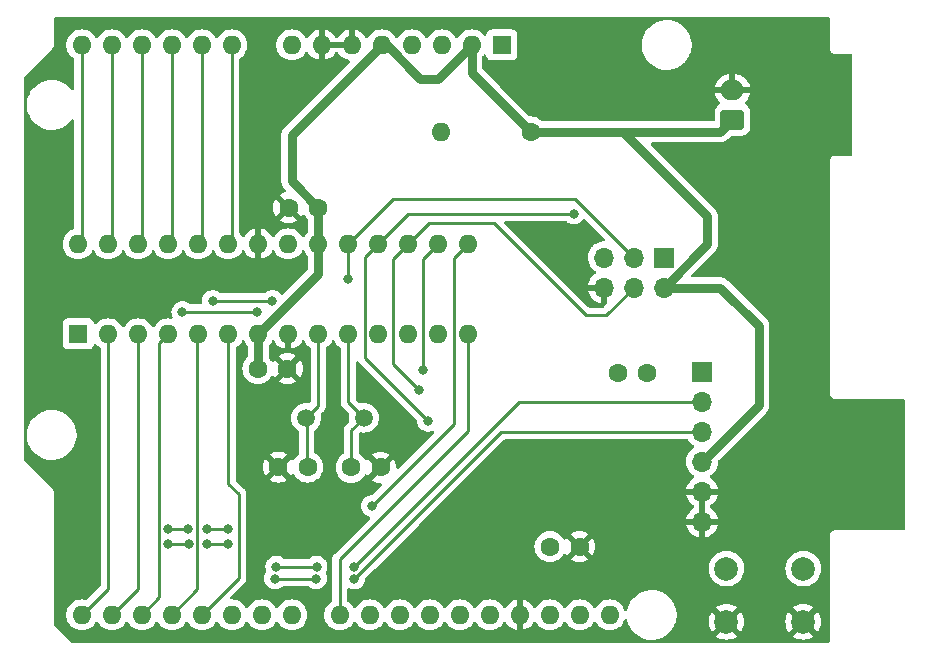
<source format=gbr>
%TF.GenerationSoftware,KiCad,Pcbnew,(6.0.6)*%
%TF.CreationDate,2023-01-27T10:57:58-08:00*%
%TF.ProjectId,AS-MULTI-UNO-11,41532d4d-554c-4544-992d-554e4f2d3131,rev?*%
%TF.SameCoordinates,Original*%
%TF.FileFunction,Copper,L2,Bot*%
%TF.FilePolarity,Positive*%
%FSLAX46Y46*%
G04 Gerber Fmt 4.6, Leading zero omitted, Abs format (unit mm)*
G04 Created by KiCad (PCBNEW (6.0.6)) date 2023-01-27 10:57:58*
%MOMM*%
%LPD*%
G01*
G04 APERTURE LIST*
G04 Aperture macros list*
%AMRoundRect*
0 Rectangle with rounded corners*
0 $1 Rounding radius*
0 $2 $3 $4 $5 $6 $7 $8 $9 X,Y pos of 4 corners*
0 Add a 4 corners polygon primitive as box body*
4,1,4,$2,$3,$4,$5,$6,$7,$8,$9,$2,$3,0*
0 Add four circle primitives for the rounded corners*
1,1,$1+$1,$2,$3*
1,1,$1+$1,$4,$5*
1,1,$1+$1,$6,$7*
1,1,$1+$1,$8,$9*
0 Add four rect primitives between the rounded corners*
20,1,$1+$1,$2,$3,$4,$5,0*
20,1,$1+$1,$4,$5,$6,$7,0*
20,1,$1+$1,$6,$7,$8,$9,0*
20,1,$1+$1,$8,$9,$2,$3,0*%
G04 Aperture macros list end*
%TA.AperFunction,ComponentPad*%
%ADD10RoundRect,0.250000X0.750000X-0.600000X0.750000X0.600000X-0.750000X0.600000X-0.750000X-0.600000X0*%
%TD*%
%TA.AperFunction,ComponentPad*%
%ADD11O,2.000000X1.700000*%
%TD*%
%TA.AperFunction,ComponentPad*%
%ADD12C,1.600000*%
%TD*%
%TA.AperFunction,ComponentPad*%
%ADD13R,1.600000X1.600000*%
%TD*%
%TA.AperFunction,ComponentPad*%
%ADD14O,1.600000X1.600000*%
%TD*%
%TA.AperFunction,ComponentPad*%
%ADD15R,1.700000X1.700000*%
%TD*%
%TA.AperFunction,ComponentPad*%
%ADD16O,1.700000X1.700000*%
%TD*%
%TA.AperFunction,ComponentPad*%
%ADD17C,2.000000*%
%TD*%
%TA.AperFunction,ComponentPad*%
%ADD18C,1.500000*%
%TD*%
%TA.AperFunction,ViaPad*%
%ADD19C,0.800000*%
%TD*%
%TA.AperFunction,Conductor*%
%ADD20C,0.750000*%
%TD*%
%TA.AperFunction,Conductor*%
%ADD21C,0.250000*%
%TD*%
G04 APERTURE END LIST*
D10*
%TO.P,J2,1,Pin_1*%
%TO.N,VCC*%
X137337800Y-73177400D03*
D11*
%TO.P,J2,2,Pin_2*%
%TO.N,GND*%
X137337800Y-70677400D03*
%TD*%
D12*
%TO.P,C4,1*%
%TO.N,VCC*%
X97149600Y-94259400D03*
%TO.P,C4,2*%
%TO.N,GND*%
X99649600Y-94259400D03*
%TD*%
%TO.P,C2,1*%
%TO.N,/XTAL2*%
X105054400Y-102616000D03*
%TO.P,C2,2*%
%TO.N,GND*%
X107554400Y-102616000D03*
%TD*%
%TO.P,C3,1*%
%TO.N,VCC*%
X102265800Y-80619600D03*
%TO.P,C3,2*%
%TO.N,GND*%
X99765800Y-80619600D03*
%TD*%
%TO.P,C5,1*%
%TO.N,/AREF*%
X121889200Y-109321600D03*
%TO.P,C5,2*%
%TO.N,GND*%
X124389200Y-109321600D03*
%TD*%
D13*
%TO.P,U1,1,~{RESET}/PC6*%
%TO.N,/RESET*%
X81940400Y-91313000D03*
D14*
%TO.P,U1,2,PD0*%
%TO.N,/D0{slash}RX*%
X84480400Y-91313000D03*
%TO.P,U1,3,PD1*%
%TO.N,/D1{slash}TX*%
X87020400Y-91313000D03*
%TO.P,U1,4,PD2*%
%TO.N,/D2*%
X89560400Y-91313000D03*
%TO.P,U1,5,PD3*%
%TO.N,/D3*%
X92100400Y-91313000D03*
%TO.P,U1,6,PD4*%
%TO.N,/D4*%
X94640400Y-91313000D03*
%TO.P,U1,7,VCC*%
%TO.N,VCC*%
X97180400Y-91313000D03*
%TO.P,U1,8,GND*%
%TO.N,GND*%
X99720400Y-91313000D03*
%TO.P,U1,9,XTAL1/PB6*%
%TO.N,/XTAL1*%
X102260400Y-91313000D03*
%TO.P,U1,10,XTAL2/PB7*%
%TO.N,/XTAL2*%
X104800400Y-91313000D03*
%TO.P,U1,11,PD5*%
%TO.N,/D5*%
X107340400Y-91313000D03*
%TO.P,U1,12,PD6*%
%TO.N,/D6*%
X109880400Y-91313000D03*
%TO.P,U1,13,PD7*%
%TO.N,/D7*%
X112420400Y-91313000D03*
%TO.P,U1,14,PB0*%
%TO.N,/D8*%
X114960400Y-91313000D03*
%TO.P,U1,15,PB1*%
%TO.N,/D9*%
X114960400Y-83693000D03*
%TO.P,U1,16,PB2*%
%TO.N,/D10*%
X112420400Y-83693000D03*
%TO.P,U1,17,PB3*%
%TO.N,/D11*%
X109880400Y-83693000D03*
%TO.P,U1,18,PB4*%
%TO.N,/D12*%
X107340400Y-83693000D03*
%TO.P,U1,19,PB5*%
%TO.N,/D13*%
X104800400Y-83693000D03*
%TO.P,U1,20,AVCC*%
%TO.N,VCC*%
X102260400Y-83693000D03*
%TO.P,U1,21,AREF*%
%TO.N,/AREF*%
X99720400Y-83693000D03*
%TO.P,U1,22,GND*%
%TO.N,GND*%
X97180400Y-83693000D03*
%TO.P,U1,23,PC0*%
%TO.N,/A0*%
X94640400Y-83693000D03*
%TO.P,U1,24,PC1*%
%TO.N,/A1*%
X92100400Y-83693000D03*
%TO.P,U1,25,PC2*%
%TO.N,/A2*%
X89560400Y-83693000D03*
%TO.P,U1,26,PC3*%
%TO.N,/A3*%
X87020400Y-83693000D03*
%TO.P,U1,27,PC4*%
%TO.N,/A4*%
X84480400Y-83693000D03*
%TO.P,U1,28,PC5*%
%TO.N,/A5*%
X81940400Y-83693000D03*
%TD*%
D15*
%TO.P,J1,1,Pin_1*%
%TO.N,/D12*%
X131531600Y-84856400D03*
D16*
%TO.P,J1,2,Pin_2*%
%TO.N,VCC*%
X131531600Y-87396400D03*
%TO.P,J1,3,Pin_3*%
%TO.N,/D13*%
X128991600Y-84856400D03*
%TO.P,J1,4,Pin_4*%
%TO.N,/D11*%
X128991600Y-87396400D03*
%TO.P,J1,5,Pin_5*%
%TO.N,/RESET*%
X126451600Y-84856400D03*
%TO.P,J1,6,Pin_6*%
%TO.N,GND*%
X126451600Y-87396400D03*
%TD*%
D17*
%TO.P,SW1,1,1*%
%TO.N,/RESET*%
X143331000Y-111186400D03*
X136831000Y-111186400D03*
%TO.P,SW1,2,2*%
%TO.N,GND*%
X143331000Y-115686400D03*
X136831000Y-115686400D03*
%TD*%
D12*
%TO.P,R1,1*%
%TO.N,VCC*%
X120243600Y-74218800D03*
D14*
%TO.P,R1,2*%
%TO.N,/RESET*%
X112623600Y-74218800D03*
%TD*%
D18*
%TO.P,Y1,1,1*%
%TO.N,/XTAL1*%
X101244400Y-98425000D03*
%TO.P,Y1,2,2*%
%TO.N,/XTAL2*%
X106124400Y-98425000D03*
%TD*%
D12*
%TO.P,C6,1*%
%TO.N,/DTR*%
X130124200Y-94640400D03*
%TO.P,C6,2*%
%TO.N,/RESET*%
X127624200Y-94640400D03*
%TD*%
D15*
%TO.P,J3,1,Pin_1*%
%TO.N,/DTR*%
X134766200Y-94513400D03*
D16*
%TO.P,J3,2,Pin_2*%
%TO.N,/D1{slash}TX*%
X134766200Y-97053400D03*
%TO.P,J3,3,Pin_3*%
%TO.N,/D0{slash}RX*%
X134766200Y-99593400D03*
%TO.P,J3,4,Pin_4*%
%TO.N,VCC*%
X134766200Y-102133400D03*
%TO.P,J3,5,Pin_5*%
%TO.N,GND*%
X134766200Y-104673400D03*
%TO.P,J3,6,Pin_6*%
X134766200Y-107213400D03*
%TD*%
D12*
%TO.P,C1,1*%
%TO.N,/XTAL1*%
X101376800Y-102590600D03*
%TO.P,C1,2*%
%TO.N,GND*%
X98876800Y-102590600D03*
%TD*%
D13*
%TO.P,A1,1,NC*%
%TO.N,unconnected-(A1-Pad1)*%
X117805200Y-66852800D03*
D14*
%TO.P,A1,2,IOREF*%
%TO.N,VCC*%
X115265200Y-66852800D03*
%TO.P,A1,3,~{RESET}*%
%TO.N,/RESET*%
X112725200Y-66852800D03*
%TO.P,A1,4,3V3*%
%TO.N,unconnected-(A1-Pad4)*%
X110185200Y-66852800D03*
%TO.P,A1,5,+5V*%
%TO.N,VCC*%
X107645200Y-66852800D03*
%TO.P,A1,6,GND*%
%TO.N,GND*%
X105105200Y-66852800D03*
%TO.P,A1,7,GND*%
X102565200Y-66852800D03*
%TO.P,A1,8,VIN*%
%TO.N,unconnected-(A1-Pad8)*%
X100025200Y-66852800D03*
%TO.P,A1,9,A0*%
%TO.N,/A0*%
X94945200Y-66852800D03*
%TO.P,A1,10,A1*%
%TO.N,/A1*%
X92405200Y-66852800D03*
%TO.P,A1,11,A2*%
%TO.N,/A2*%
X89865200Y-66852800D03*
%TO.P,A1,12,A3*%
%TO.N,/A3*%
X87325200Y-66852800D03*
%TO.P,A1,13,SDA/A4*%
%TO.N,/A4*%
X84785200Y-66852800D03*
%TO.P,A1,14,SCL/A5*%
%TO.N,/A5*%
X82245200Y-66852800D03*
%TO.P,A1,15,D0/RX*%
%TO.N,/D0{slash}RX*%
X82245200Y-115112800D03*
%TO.P,A1,16,D1/TX*%
%TO.N,/D1{slash}TX*%
X84785200Y-115112800D03*
%TO.P,A1,17,D2*%
%TO.N,/D2*%
X87325200Y-115112800D03*
%TO.P,A1,18,D3*%
%TO.N,/D3*%
X89865200Y-115112800D03*
%TO.P,A1,19,D4*%
%TO.N,/D4*%
X92405200Y-115112800D03*
%TO.P,A1,20,D5*%
%TO.N,/D5*%
X94945200Y-115112800D03*
%TO.P,A1,21,D6*%
%TO.N,/D6*%
X97485200Y-115112800D03*
%TO.P,A1,22,D7*%
%TO.N,/D7*%
X100025200Y-115112800D03*
%TO.P,A1,23,D8*%
%TO.N,/D8*%
X104085200Y-115112800D03*
%TO.P,A1,24,D9*%
%TO.N,/D9*%
X106625200Y-115112800D03*
%TO.P,A1,25,D10*%
%TO.N,/D10*%
X109165200Y-115112800D03*
%TO.P,A1,26,D11*%
%TO.N,/D11*%
X111705200Y-115112800D03*
%TO.P,A1,27,D12*%
%TO.N,/D12*%
X114245200Y-115112800D03*
%TO.P,A1,28,D13*%
%TO.N,/D13*%
X116785200Y-115112800D03*
%TO.P,A1,29,GND*%
%TO.N,GND*%
X119325200Y-115112800D03*
%TO.P,A1,30,AREF*%
%TO.N,/AREF*%
X121865200Y-115112800D03*
%TO.P,A1,31,SDA/A4*%
%TO.N,/A4*%
X124405200Y-115112800D03*
%TO.P,A1,32,SCL/A5*%
%TO.N,/A5*%
X126945200Y-115112800D03*
%TD*%
D19*
%TO.N,/D0{slash}RX*%
X105308400Y-112039400D03*
X91287600Y-109143800D03*
X102082600Y-112039400D03*
X94615000Y-109143800D03*
X89560400Y-109143800D03*
X92811600Y-109143800D03*
X98602800Y-112039400D03*
%TO.N,/D1{slash}TX*%
X105283000Y-111023400D03*
X102133400Y-111023400D03*
X92811600Y-107848400D03*
X94615000Y-107848400D03*
X89560400Y-107848400D03*
X91262200Y-107848400D03*
X98704400Y-111023400D03*
%TO.N,/D5*%
X90754200Y-89458800D03*
X97104200Y-89458800D03*
%TO.N,/D6*%
X93345000Y-88519000D03*
X98374200Y-88519000D03*
%TO.N,/D9*%
X106781600Y-105892600D03*
%TO.N,/D10*%
X111125000Y-94386400D03*
%TO.N,/D11*%
X110769400Y-96062800D03*
%TO.N,/D12*%
X123901200Y-81127600D03*
X111556800Y-98679000D03*
%TO.N,/D13*%
X104800400Y-86674100D03*
%TD*%
D20*
%TO.N,VCC*%
X131531600Y-87396400D02*
X136291400Y-87396400D01*
X139573000Y-90678000D02*
X139573000Y-97326600D01*
X135204200Y-81330800D02*
X135204200Y-83723800D01*
X136291400Y-87396400D02*
X139573000Y-90678000D01*
X108077000Y-66852800D02*
X110921800Y-69697600D01*
X107645200Y-66852800D02*
X108077000Y-66852800D01*
X100025200Y-74472800D02*
X107645200Y-66852800D01*
X97180400Y-91313000D02*
X97180400Y-94228600D01*
X100025200Y-74523600D02*
X100025200Y-78379000D01*
X110921800Y-69697600D02*
X112420400Y-69697600D01*
X102260400Y-86233000D02*
X97180400Y-91313000D01*
X135204200Y-83723800D02*
X131531600Y-87396400D01*
D21*
X97180400Y-94228600D02*
X97149600Y-94259400D01*
D20*
X100025200Y-78379000D02*
X102265800Y-80619600D01*
X115265200Y-69240400D02*
X120243600Y-74218800D01*
X128092200Y-74218800D02*
X135204200Y-81330800D01*
X112420400Y-69697600D02*
X115265200Y-66852800D01*
D21*
X102260400Y-80625000D02*
X102265800Y-80619600D01*
D20*
X136296400Y-74218800D02*
X137337800Y-73177400D01*
X102260400Y-83693000D02*
X102260400Y-86233000D01*
X120243600Y-74218800D02*
X128092200Y-74218800D01*
X128092200Y-74218800D02*
X136296400Y-74218800D01*
X102260400Y-83693000D02*
X102260400Y-80625000D01*
X115265200Y-66852800D02*
X115265200Y-69240400D01*
X139573000Y-97326600D02*
X134766200Y-102133400D01*
D21*
%TO.N,/A0*%
X94945200Y-66852800D02*
X94945200Y-83388200D01*
X94945200Y-83388200D02*
X94640400Y-83693000D01*
%TO.N,/A1*%
X92405200Y-83388200D02*
X92100400Y-83693000D01*
X92405200Y-66852800D02*
X92405200Y-83388200D01*
%TO.N,/A2*%
X89865200Y-83388200D02*
X89560400Y-83693000D01*
X89865200Y-66852800D02*
X89865200Y-83388200D01*
%TO.N,/A3*%
X87325200Y-66852800D02*
X87325200Y-83388200D01*
X87325200Y-83388200D02*
X87020400Y-83693000D01*
%TO.N,/A4*%
X84785200Y-83388200D02*
X84480400Y-83693000D01*
X84785200Y-66852800D02*
X84785200Y-83388200D01*
%TO.N,/A5*%
X82245200Y-83388200D02*
X81940400Y-83693000D01*
X82245200Y-66852800D02*
X82245200Y-83388200D01*
%TO.N,/D0{slash}RX*%
X92811600Y-109143800D02*
X94615000Y-109143800D01*
X117754400Y-99593400D02*
X134766200Y-99593400D01*
X84480400Y-91313000D02*
X84480400Y-112877600D01*
X89560400Y-109143800D02*
X91287600Y-109143800D01*
X84480400Y-112877600D02*
X82245200Y-115112800D01*
X98602800Y-112039400D02*
X102082600Y-112039400D01*
X105308400Y-112039400D02*
X117754400Y-99593400D01*
%TO.N,/D1{slash}TX*%
X87020400Y-91313000D02*
X87020400Y-112877600D01*
X92811600Y-107848400D02*
X94615000Y-107848400D01*
X98704400Y-111023400D02*
X102133400Y-111023400D01*
X105283000Y-111023400D02*
X119253000Y-97053400D01*
X87020400Y-112877600D02*
X84785200Y-115112800D01*
X89560400Y-107848400D02*
X91262200Y-107848400D01*
X119253000Y-97053400D02*
X134766200Y-97053400D01*
%TO.N,/D2*%
X88823800Y-92049600D02*
X88823800Y-113614200D01*
X89560400Y-91313000D02*
X88823800Y-92049600D01*
X88823800Y-113614200D02*
X87325200Y-115112800D01*
%TO.N,/D3*%
X92100400Y-91313000D02*
X92024200Y-91389200D01*
X92024200Y-91389200D02*
X92024200Y-112953800D01*
X92024200Y-112953800D02*
X89865200Y-115112800D01*
%TO.N,/D4*%
X94640400Y-91313000D02*
X94640400Y-103987600D01*
X95554800Y-104902000D02*
X95554800Y-111963200D01*
X95554800Y-111963200D02*
X92405200Y-115112800D01*
X94640400Y-103987600D02*
X95554800Y-104902000D01*
%TO.N,/D5*%
X97104200Y-89458800D02*
X90754200Y-89458800D01*
%TO.N,/D6*%
X98374200Y-88519000D02*
X93345000Y-88519000D01*
%TO.N,/D8*%
X104085200Y-110417800D02*
X114960400Y-99542600D01*
X104085200Y-115112800D02*
X104085200Y-110417800D01*
X114960400Y-99542600D02*
X114960400Y-91313000D01*
%TO.N,/D9*%
X114960400Y-83693000D02*
X113766600Y-84886800D01*
X113766600Y-84886800D02*
X113766600Y-98907600D01*
X113766600Y-98907600D02*
X106781600Y-105892600D01*
%TO.N,/D10*%
X111125000Y-84988400D02*
X111125000Y-94386400D01*
X112420400Y-83693000D02*
X111125000Y-84988400D01*
%TO.N,/D11*%
X109880400Y-83693000D02*
X111633000Y-81940400D01*
X111633000Y-81940400D02*
X117119400Y-81940400D01*
X126649800Y-89738200D02*
X128991600Y-87396400D01*
X108585000Y-93878400D02*
X110769400Y-96062800D01*
X117119400Y-81940400D02*
X124917200Y-89738200D01*
X108585000Y-84988400D02*
X108585000Y-93878400D01*
X124917200Y-89738200D02*
X126649800Y-89738200D01*
X109880400Y-83693000D02*
X108585000Y-84988400D01*
%TO.N,/D12*%
X109905800Y-81127600D02*
X123901200Y-81127600D01*
X106215400Y-84818000D02*
X106215400Y-93337600D01*
X106215400Y-93337600D02*
X111556800Y-98679000D01*
X107340400Y-83693000D02*
X106215400Y-84818000D01*
X107340400Y-83693000D02*
X109905800Y-81127600D01*
%TO.N,/D13*%
X104800400Y-83693000D02*
X108610400Y-79883000D01*
X124018200Y-79883000D02*
X128991600Y-84856400D01*
X108610400Y-79883000D02*
X124018200Y-79883000D01*
X104800400Y-86674100D02*
X104800400Y-83693000D01*
%TO.N,/XTAL1*%
X102260400Y-91313000D02*
X102260400Y-97409000D01*
X102260400Y-97409000D02*
X101305600Y-98363800D01*
X101305600Y-98363800D02*
X101305600Y-102519400D01*
X101305600Y-102519400D02*
X101376800Y-102590600D01*
%TO.N,/XTAL2*%
X104800400Y-97101000D02*
X106124400Y-98425000D01*
X106124400Y-98425000D02*
X105054400Y-99495000D01*
X104800400Y-91313000D02*
X104800400Y-97101000D01*
X105054400Y-99495000D02*
X105054400Y-102616000D01*
%TD*%
%TA.AperFunction,Conductor*%
%TO.N,GND*%
G36*
X145509021Y-64511102D02*
G01*
X145555514Y-64564758D01*
X145566900Y-64617100D01*
X145566900Y-67123577D01*
X145566898Y-67124347D01*
X145566424Y-67201921D01*
X145568891Y-67210552D01*
X145574550Y-67230353D01*
X145578128Y-67247115D01*
X145582320Y-67276387D01*
X145586034Y-67284555D01*
X145586034Y-67284556D01*
X145592948Y-67299762D01*
X145599396Y-67317286D01*
X145606451Y-67341971D01*
X145611243Y-67349565D01*
X145611244Y-67349568D01*
X145622230Y-67366980D01*
X145630369Y-67382063D01*
X145642608Y-67408982D01*
X145648469Y-67415784D01*
X145659370Y-67428435D01*
X145670473Y-67443439D01*
X145684176Y-67465158D01*
X145690901Y-67471097D01*
X145690904Y-67471101D01*
X145706338Y-67484732D01*
X145718382Y-67496924D01*
X145731827Y-67512527D01*
X145731830Y-67512529D01*
X145737687Y-67519327D01*
X145745216Y-67524207D01*
X145745217Y-67524208D01*
X145759235Y-67533294D01*
X145774109Y-67544585D01*
X145782261Y-67551784D01*
X145793351Y-67561578D01*
X145820111Y-67574142D01*
X145835091Y-67582463D01*
X145852383Y-67593671D01*
X145852388Y-67593673D01*
X145859915Y-67598552D01*
X145868508Y-67601122D01*
X145868513Y-67601124D01*
X145884520Y-67605911D01*
X145901964Y-67612572D01*
X145917076Y-67619667D01*
X145917078Y-67619668D01*
X145925200Y-67623481D01*
X145934067Y-67624862D01*
X145934068Y-67624862D01*
X145943710Y-67626363D01*
X145954417Y-67628030D01*
X145971132Y-67631813D01*
X145990866Y-67637715D01*
X145990872Y-67637716D01*
X145999466Y-67640286D01*
X146008437Y-67640341D01*
X146008438Y-67640341D01*
X146018497Y-67640402D01*
X146033906Y-67640496D01*
X146034689Y-67640529D01*
X146035786Y-67640700D01*
X146066777Y-67640700D01*
X146067547Y-67640702D01*
X146141185Y-67641152D01*
X146141186Y-67641152D01*
X146145121Y-67641176D01*
X146146465Y-67640792D01*
X146147810Y-67640700D01*
X147347575Y-67640700D01*
X147415696Y-67660702D01*
X147462189Y-67714358D01*
X147473575Y-67766367D01*
X147487630Y-73078951D01*
X147494120Y-75531819D01*
X147495619Y-76098567D01*
X147475797Y-76166740D01*
X147422264Y-76213375D01*
X147369619Y-76224900D01*
X146085415Y-76224900D01*
X146084809Y-76224899D01*
X146013996Y-76224558D01*
X146013995Y-76224558D01*
X146005020Y-76224515D01*
X145996389Y-76226994D01*
X145977001Y-76232562D01*
X145960081Y-76236185D01*
X145940103Y-76239046D01*
X145940097Y-76239048D01*
X145931213Y-76240320D01*
X145923044Y-76244035D01*
X145923042Y-76244035D01*
X145907462Y-76251119D01*
X145890093Y-76257522D01*
X145873652Y-76262244D01*
X145873649Y-76262245D01*
X145865022Y-76264723D01*
X145840380Y-76280316D01*
X145825168Y-76288536D01*
X145798618Y-76300608D01*
X145791815Y-76306470D01*
X145778854Y-76317638D01*
X145763977Y-76328661D01*
X145749526Y-76337805D01*
X145749524Y-76337806D01*
X145741936Y-76342608D01*
X145722664Y-76364487D01*
X145710366Y-76376650D01*
X145695075Y-76389825D01*
X145695071Y-76389830D01*
X145688273Y-76395687D01*
X145683391Y-76403219D01*
X145674085Y-76417576D01*
X145662901Y-76432330D01*
X145645657Y-76451907D01*
X145641854Y-76460034D01*
X145641853Y-76460036D01*
X145633299Y-76478317D01*
X145624907Y-76493447D01*
X145613933Y-76510377D01*
X145613930Y-76510383D01*
X145609048Y-76517915D01*
X145606476Y-76526517D01*
X145601573Y-76542911D01*
X145594980Y-76560210D01*
X145583925Y-76583836D01*
X145582556Y-76592702D01*
X145582555Y-76592706D01*
X145579476Y-76612653D01*
X145575668Y-76629531D01*
X145569885Y-76648866D01*
X145569884Y-76648871D01*
X145567314Y-76657466D01*
X145567259Y-76666438D01*
X145567259Y-76666439D01*
X145567103Y-76692016D01*
X145567059Y-76693085D01*
X145566849Y-76694445D01*
X145566854Y-76698075D01*
X145566890Y-76726225D01*
X145566888Y-76727158D01*
X145566817Y-76738907D01*
X145566424Y-76803121D01*
X145566883Y-76804730D01*
X145566994Y-76806329D01*
X145580022Y-86864028D01*
X145592290Y-96334971D01*
X145592288Y-96335903D01*
X145592010Y-96381529D01*
X145591824Y-96411921D01*
X145597318Y-96431144D01*
X145600064Y-96440752D01*
X145603618Y-96457350D01*
X145607907Y-96487025D01*
X145611633Y-96495192D01*
X145611634Y-96495195D01*
X145618393Y-96510010D01*
X145624909Y-96527681D01*
X145631851Y-96551971D01*
X145647849Y-96577326D01*
X145655919Y-96592260D01*
X145664640Y-96611374D01*
X145668367Y-96619542D01*
X145674233Y-96626332D01*
X145684880Y-96638656D01*
X145696096Y-96653794D01*
X145709576Y-96675158D01*
X145716304Y-96681100D01*
X145732049Y-96695005D01*
X145743987Y-96707074D01*
X145763589Y-96729764D01*
X145784808Y-96743479D01*
X145799806Y-96754847D01*
X145818751Y-96771578D01*
X145845897Y-96784323D01*
X145860737Y-96792554D01*
X145885919Y-96808830D01*
X145910138Y-96816038D01*
X145927731Y-96822744D01*
X145950600Y-96833481D01*
X145980233Y-96838096D01*
X145996789Y-96841831D01*
X146016921Y-96847823D01*
X146016924Y-96847824D01*
X146025524Y-96850383D01*
X146059819Y-96850548D01*
X146060352Y-96850570D01*
X146061186Y-96850700D01*
X146090897Y-96850700D01*
X146091504Y-96850701D01*
X146167980Y-96851070D01*
X146167986Y-96851070D01*
X146171180Y-96851085D01*
X146172259Y-96850775D01*
X146173348Y-96850700D01*
X151790900Y-96850700D01*
X151859021Y-96870702D01*
X151905514Y-96924358D01*
X151916900Y-96976700D01*
X151916900Y-107823500D01*
X151896898Y-107891621D01*
X151843242Y-107938114D01*
X151790900Y-107949500D01*
X146084023Y-107949500D01*
X146083253Y-107949498D01*
X146082437Y-107949493D01*
X146005679Y-107949024D01*
X145983318Y-107955415D01*
X145977247Y-107957150D01*
X145960485Y-107960728D01*
X145931213Y-107964920D01*
X145923045Y-107968634D01*
X145923044Y-107968634D01*
X145907838Y-107975548D01*
X145890314Y-107981996D01*
X145865629Y-107989051D01*
X145858035Y-107993843D01*
X145858032Y-107993844D01*
X145840620Y-108004830D01*
X145825537Y-108012969D01*
X145798618Y-108025208D01*
X145791816Y-108031069D01*
X145779165Y-108041970D01*
X145764161Y-108053073D01*
X145742442Y-108066776D01*
X145736503Y-108073501D01*
X145736499Y-108073504D01*
X145722868Y-108088938D01*
X145710676Y-108100982D01*
X145695073Y-108114427D01*
X145695071Y-108114430D01*
X145688273Y-108120287D01*
X145683393Y-108127816D01*
X145683392Y-108127817D01*
X145674306Y-108141835D01*
X145663015Y-108156709D01*
X145651969Y-108169217D01*
X145646022Y-108175951D01*
X145640520Y-108187669D01*
X145633458Y-108202711D01*
X145625137Y-108217691D01*
X145613929Y-108234983D01*
X145613927Y-108234988D01*
X145609048Y-108242515D01*
X145606478Y-108251108D01*
X145606476Y-108251113D01*
X145601689Y-108267120D01*
X145595028Y-108284564D01*
X145584119Y-108307800D01*
X145582738Y-108316667D01*
X145582738Y-108316668D01*
X145579570Y-108337015D01*
X145575787Y-108353732D01*
X145569885Y-108373466D01*
X145569884Y-108373472D01*
X145567314Y-108382066D01*
X145567259Y-108391037D01*
X145567259Y-108391038D01*
X145567104Y-108416497D01*
X145567071Y-108417289D01*
X145566900Y-108418386D01*
X145566900Y-108449377D01*
X145566898Y-108450147D01*
X145566424Y-108527721D01*
X145566808Y-108529065D01*
X145566900Y-108530410D01*
X145566900Y-117348500D01*
X145546898Y-117416621D01*
X145493242Y-117463114D01*
X145440900Y-117474500D01*
X81441217Y-117474500D01*
X81373096Y-117454498D01*
X81352122Y-117437595D01*
X79920405Y-116005878D01*
X79886379Y-115943566D01*
X79883500Y-115916783D01*
X79883500Y-104820673D01*
X79884855Y-104808544D01*
X79884373Y-104808505D01*
X79885093Y-104799554D01*
X79887074Y-104790800D01*
X79883742Y-104737091D01*
X79883500Y-104729289D01*
X79883500Y-104713087D01*
X79882016Y-104702722D01*
X79880987Y-104692672D01*
X79878611Y-104654381D01*
X79878611Y-104654380D01*
X79878055Y-104645422D01*
X79875007Y-104636981D01*
X79874404Y-104634067D01*
X79870185Y-104617148D01*
X79869353Y-104614302D01*
X79868080Y-104605413D01*
X79848474Y-104562291D01*
X79844666Y-104552935D01*
X79843135Y-104548693D01*
X79828595Y-104508419D01*
X79823300Y-104501171D01*
X79821914Y-104498564D01*
X79813099Y-104483477D01*
X79811506Y-104480986D01*
X79807792Y-104472818D01*
X79776882Y-104436945D01*
X79770604Y-104429038D01*
X79765447Y-104421978D01*
X79765446Y-104421976D01*
X79762575Y-104418047D01*
X79751600Y-104407072D01*
X79745242Y-104400224D01*
X79718576Y-104369276D01*
X79718571Y-104369272D01*
X79712713Y-104362473D01*
X79705181Y-104357591D01*
X79698930Y-104352138D01*
X79687074Y-104342546D01*
X78535607Y-103191079D01*
X77380202Y-102035675D01*
X77346177Y-101973363D01*
X77343297Y-101946677D01*
X77341796Y-100005503D01*
X77595943Y-100005503D01*
X77596502Y-100009747D01*
X77596502Y-100009751D01*
X77600486Y-100040009D01*
X77633468Y-100290534D01*
X77709329Y-100567836D01*
X77711013Y-100571784D01*
X77818055Y-100822738D01*
X77822123Y-100832276D01*
X77969761Y-101078961D01*
X78149513Y-101303328D01*
X78166597Y-101319540D01*
X78349501Y-101493109D01*
X78358051Y-101501223D01*
X78591517Y-101668986D01*
X78595312Y-101670995D01*
X78595313Y-101670996D01*
X78617069Y-101682515D01*
X78845592Y-101803512D01*
X78869899Y-101812407D01*
X79063096Y-101883107D01*
X79115573Y-101902311D01*
X79396464Y-101963555D01*
X79408332Y-101964489D01*
X79619482Y-101981107D01*
X79619491Y-101981107D01*
X79621939Y-101981300D01*
X79777471Y-101981300D01*
X79779607Y-101981154D01*
X79779618Y-101981154D01*
X79987748Y-101966965D01*
X79987754Y-101966964D01*
X79992025Y-101966673D01*
X79996220Y-101965804D01*
X79996222Y-101965804D01*
X80150517Y-101933851D01*
X80273542Y-101908374D01*
X80544543Y-101812407D01*
X80800012Y-101680550D01*
X80803513Y-101678089D01*
X80803517Y-101678087D01*
X81030573Y-101518509D01*
X81035223Y-101515241D01*
X81245822Y-101319540D01*
X81427913Y-101097068D01*
X81578127Y-100851942D01*
X81598947Y-100804514D01*
X81691957Y-100592630D01*
X81693683Y-100588698D01*
X81772444Y-100312206D01*
X81811183Y-100040009D01*
X81812346Y-100031836D01*
X81812346Y-100031834D01*
X81812951Y-100027584D01*
X81813045Y-100009751D01*
X81814435Y-99744383D01*
X81814435Y-99744376D01*
X81814457Y-99740097D01*
X81805389Y-99671214D01*
X81795019Y-99592452D01*
X81776932Y-99455066D01*
X81701071Y-99177764D01*
X81683869Y-99137434D01*
X81589963Y-98917276D01*
X81589961Y-98917272D01*
X81588277Y-98913324D01*
X81488551Y-98746694D01*
X81442843Y-98670321D01*
X81442840Y-98670317D01*
X81440639Y-98666639D01*
X81260887Y-98442272D01*
X81052349Y-98244377D01*
X80848048Y-98097571D01*
X80822372Y-98079121D01*
X80822371Y-98079120D01*
X80818883Y-98076614D01*
X80797043Y-98065050D01*
X80718438Y-98023431D01*
X80564808Y-97942088D01*
X80294827Y-97843289D01*
X80013936Y-97782045D01*
X79982885Y-97779601D01*
X79790918Y-97764493D01*
X79790909Y-97764493D01*
X79788461Y-97764300D01*
X79632929Y-97764300D01*
X79630793Y-97764446D01*
X79630782Y-97764446D01*
X79422652Y-97778635D01*
X79422646Y-97778636D01*
X79418375Y-97778927D01*
X79414180Y-97779796D01*
X79414178Y-97779796D01*
X79294587Y-97804562D01*
X79136858Y-97837226D01*
X78865857Y-97933193D01*
X78610388Y-98065050D01*
X78606887Y-98067511D01*
X78606883Y-98067513D01*
X78492783Y-98147704D01*
X78375177Y-98230359D01*
X78360092Y-98244377D01*
X78192548Y-98400069D01*
X78164578Y-98426060D01*
X77982487Y-98648532D01*
X77832273Y-98893658D01*
X77830547Y-98897591D01*
X77830546Y-98897592D01*
X77763755Y-99049747D01*
X77716717Y-99156902D01*
X77715542Y-99161029D01*
X77715541Y-99161030D01*
X77689343Y-99252999D01*
X77637956Y-99433394D01*
X77611024Y-99622630D01*
X77600963Y-99693328D01*
X77597449Y-99718016D01*
X77597427Y-99722305D01*
X77597426Y-99722312D01*
X77596058Y-99983505D01*
X77595943Y-100005503D01*
X77341796Y-100005503D01*
X77335729Y-92161134D01*
X80631900Y-92161134D01*
X80638655Y-92223316D01*
X80689785Y-92359705D01*
X80777139Y-92476261D01*
X80893695Y-92563615D01*
X81030084Y-92614745D01*
X81092266Y-92621500D01*
X82788534Y-92621500D01*
X82850716Y-92614745D01*
X82987105Y-92563615D01*
X83103661Y-92476261D01*
X83191015Y-92359705D01*
X83242145Y-92223316D01*
X83243317Y-92212526D01*
X83244203Y-92210394D01*
X83244825Y-92207778D01*
X83245248Y-92207879D01*
X83270555Y-92146965D01*
X83328917Y-92106537D01*
X83399871Y-92104078D01*
X83460890Y-92140371D01*
X83467889Y-92149031D01*
X83471043Y-92152789D01*
X83474202Y-92157300D01*
X83636100Y-92319198D01*
X83640608Y-92322355D01*
X83640611Y-92322357D01*
X83793171Y-92429181D01*
X83837499Y-92484638D01*
X83846900Y-92532394D01*
X83846900Y-112563006D01*
X83826898Y-112631127D01*
X83809995Y-112652101D01*
X82658448Y-113803648D01*
X82596136Y-113837674D01*
X82536741Y-113836259D01*
X82478609Y-113820682D01*
X82478598Y-113820680D01*
X82473287Y-113819257D01*
X82245200Y-113799302D01*
X82017113Y-113819257D01*
X82011800Y-113820681D01*
X82011798Y-113820681D01*
X81801267Y-113877093D01*
X81801265Y-113877094D01*
X81795957Y-113878516D01*
X81790976Y-113880839D01*
X81790975Y-113880839D01*
X81593438Y-113972951D01*
X81593433Y-113972954D01*
X81588451Y-113975277D01*
X81557972Y-113996619D01*
X81405411Y-114103443D01*
X81405408Y-114103445D01*
X81400900Y-114106602D01*
X81239002Y-114268500D01*
X81107677Y-114456051D01*
X81105354Y-114461033D01*
X81105351Y-114461038D01*
X81102986Y-114466110D01*
X81010916Y-114663557D01*
X81009494Y-114668865D01*
X81009493Y-114668867D01*
X80977099Y-114789762D01*
X80951657Y-114884713D01*
X80931702Y-115112800D01*
X80951657Y-115340887D01*
X80953081Y-115346200D01*
X80953081Y-115346202D01*
X81003159Y-115533092D01*
X81010916Y-115562043D01*
X81013239Y-115567024D01*
X81013239Y-115567025D01*
X81105351Y-115764562D01*
X81105354Y-115764567D01*
X81107677Y-115769549D01*
X81146203Y-115824570D01*
X81210772Y-115916783D01*
X81239002Y-115957100D01*
X81400900Y-116118998D01*
X81405408Y-116122155D01*
X81405411Y-116122157D01*
X81457189Y-116158412D01*
X81588451Y-116250323D01*
X81593433Y-116252646D01*
X81593438Y-116252649D01*
X81742824Y-116322308D01*
X81795957Y-116347084D01*
X81801265Y-116348506D01*
X81801267Y-116348507D01*
X82011798Y-116404919D01*
X82011800Y-116404919D01*
X82017113Y-116406343D01*
X82245200Y-116426298D01*
X82473287Y-116406343D01*
X82478600Y-116404919D01*
X82478602Y-116404919D01*
X82689133Y-116348507D01*
X82689135Y-116348506D01*
X82694443Y-116347084D01*
X82747576Y-116322308D01*
X82896962Y-116252649D01*
X82896967Y-116252646D01*
X82901949Y-116250323D01*
X83033211Y-116158412D01*
X83084989Y-116122157D01*
X83084992Y-116122155D01*
X83089500Y-116118998D01*
X83251398Y-115957100D01*
X83279629Y-115916783D01*
X83344197Y-115824570D01*
X83382723Y-115769549D01*
X83385046Y-115764567D01*
X83385049Y-115764562D01*
X83401005Y-115730343D01*
X83447922Y-115677058D01*
X83516199Y-115657597D01*
X83584159Y-115678139D01*
X83629395Y-115730343D01*
X83645351Y-115764562D01*
X83645354Y-115764567D01*
X83647677Y-115769549D01*
X83686203Y-115824570D01*
X83750772Y-115916783D01*
X83779002Y-115957100D01*
X83940900Y-116118998D01*
X83945408Y-116122155D01*
X83945411Y-116122157D01*
X83997189Y-116158412D01*
X84128451Y-116250323D01*
X84133433Y-116252646D01*
X84133438Y-116252649D01*
X84282824Y-116322308D01*
X84335957Y-116347084D01*
X84341265Y-116348506D01*
X84341267Y-116348507D01*
X84551798Y-116404919D01*
X84551800Y-116404919D01*
X84557113Y-116406343D01*
X84785200Y-116426298D01*
X85013287Y-116406343D01*
X85018600Y-116404919D01*
X85018602Y-116404919D01*
X85229133Y-116348507D01*
X85229135Y-116348506D01*
X85234443Y-116347084D01*
X85287576Y-116322308D01*
X85436962Y-116252649D01*
X85436967Y-116252646D01*
X85441949Y-116250323D01*
X85573211Y-116158412D01*
X85624989Y-116122157D01*
X85624992Y-116122155D01*
X85629500Y-116118998D01*
X85791398Y-115957100D01*
X85819629Y-115916783D01*
X85884197Y-115824570D01*
X85922723Y-115769549D01*
X85925046Y-115764567D01*
X85925049Y-115764562D01*
X85941005Y-115730343D01*
X85987922Y-115677058D01*
X86056199Y-115657597D01*
X86124159Y-115678139D01*
X86169395Y-115730343D01*
X86185351Y-115764562D01*
X86185354Y-115764567D01*
X86187677Y-115769549D01*
X86226203Y-115824570D01*
X86290772Y-115916783D01*
X86319002Y-115957100D01*
X86480900Y-116118998D01*
X86485408Y-116122155D01*
X86485411Y-116122157D01*
X86537189Y-116158412D01*
X86668451Y-116250323D01*
X86673433Y-116252646D01*
X86673438Y-116252649D01*
X86822824Y-116322308D01*
X86875957Y-116347084D01*
X86881265Y-116348506D01*
X86881267Y-116348507D01*
X87091798Y-116404919D01*
X87091800Y-116404919D01*
X87097113Y-116406343D01*
X87325200Y-116426298D01*
X87553287Y-116406343D01*
X87558600Y-116404919D01*
X87558602Y-116404919D01*
X87769133Y-116348507D01*
X87769135Y-116348506D01*
X87774443Y-116347084D01*
X87827576Y-116322308D01*
X87976962Y-116252649D01*
X87976967Y-116252646D01*
X87981949Y-116250323D01*
X88113211Y-116158412D01*
X88164989Y-116122157D01*
X88164992Y-116122155D01*
X88169500Y-116118998D01*
X88331398Y-115957100D01*
X88359629Y-115916783D01*
X88424197Y-115824570D01*
X88462723Y-115769549D01*
X88465046Y-115764567D01*
X88465049Y-115764562D01*
X88481005Y-115730343D01*
X88527922Y-115677058D01*
X88596199Y-115657597D01*
X88664159Y-115678139D01*
X88709395Y-115730343D01*
X88725351Y-115764562D01*
X88725354Y-115764567D01*
X88727677Y-115769549D01*
X88766203Y-115824570D01*
X88830772Y-115916783D01*
X88859002Y-115957100D01*
X89020900Y-116118998D01*
X89025408Y-116122155D01*
X89025411Y-116122157D01*
X89077189Y-116158412D01*
X89208451Y-116250323D01*
X89213433Y-116252646D01*
X89213438Y-116252649D01*
X89362824Y-116322308D01*
X89415957Y-116347084D01*
X89421265Y-116348506D01*
X89421267Y-116348507D01*
X89631798Y-116404919D01*
X89631800Y-116404919D01*
X89637113Y-116406343D01*
X89865200Y-116426298D01*
X90093287Y-116406343D01*
X90098600Y-116404919D01*
X90098602Y-116404919D01*
X90309133Y-116348507D01*
X90309135Y-116348506D01*
X90314443Y-116347084D01*
X90367576Y-116322308D01*
X90516962Y-116252649D01*
X90516967Y-116252646D01*
X90521949Y-116250323D01*
X90653211Y-116158412D01*
X90704989Y-116122157D01*
X90704992Y-116122155D01*
X90709500Y-116118998D01*
X90871398Y-115957100D01*
X90899629Y-115916783D01*
X90964197Y-115824570D01*
X91002723Y-115769549D01*
X91005046Y-115764567D01*
X91005049Y-115764562D01*
X91021005Y-115730343D01*
X91067922Y-115677058D01*
X91136199Y-115657597D01*
X91204159Y-115678139D01*
X91249395Y-115730343D01*
X91265351Y-115764562D01*
X91265354Y-115764567D01*
X91267677Y-115769549D01*
X91306203Y-115824570D01*
X91370772Y-115916783D01*
X91399002Y-115957100D01*
X91560900Y-116118998D01*
X91565408Y-116122155D01*
X91565411Y-116122157D01*
X91617189Y-116158412D01*
X91748451Y-116250323D01*
X91753433Y-116252646D01*
X91753438Y-116252649D01*
X91902824Y-116322308D01*
X91955957Y-116347084D01*
X91961265Y-116348506D01*
X91961267Y-116348507D01*
X92171798Y-116404919D01*
X92171800Y-116404919D01*
X92177113Y-116406343D01*
X92405200Y-116426298D01*
X92633287Y-116406343D01*
X92638600Y-116404919D01*
X92638602Y-116404919D01*
X92849133Y-116348507D01*
X92849135Y-116348506D01*
X92854443Y-116347084D01*
X92907576Y-116322308D01*
X93056962Y-116252649D01*
X93056967Y-116252646D01*
X93061949Y-116250323D01*
X93193211Y-116158412D01*
X93244989Y-116122157D01*
X93244992Y-116122155D01*
X93249500Y-116118998D01*
X93411398Y-115957100D01*
X93439629Y-115916783D01*
X93504197Y-115824570D01*
X93542723Y-115769549D01*
X93545046Y-115764567D01*
X93545049Y-115764562D01*
X93561005Y-115730343D01*
X93607922Y-115677058D01*
X93676199Y-115657597D01*
X93744159Y-115678139D01*
X93789395Y-115730343D01*
X93805351Y-115764562D01*
X93805354Y-115764567D01*
X93807677Y-115769549D01*
X93846203Y-115824570D01*
X93910772Y-115916783D01*
X93939002Y-115957100D01*
X94100900Y-116118998D01*
X94105408Y-116122155D01*
X94105411Y-116122157D01*
X94157189Y-116158412D01*
X94288451Y-116250323D01*
X94293433Y-116252646D01*
X94293438Y-116252649D01*
X94442824Y-116322308D01*
X94495957Y-116347084D01*
X94501265Y-116348506D01*
X94501267Y-116348507D01*
X94711798Y-116404919D01*
X94711800Y-116404919D01*
X94717113Y-116406343D01*
X94945200Y-116426298D01*
X95173287Y-116406343D01*
X95178600Y-116404919D01*
X95178602Y-116404919D01*
X95389133Y-116348507D01*
X95389135Y-116348506D01*
X95394443Y-116347084D01*
X95447576Y-116322308D01*
X95596962Y-116252649D01*
X95596967Y-116252646D01*
X95601949Y-116250323D01*
X95733211Y-116158412D01*
X95784989Y-116122157D01*
X95784992Y-116122155D01*
X95789500Y-116118998D01*
X95951398Y-115957100D01*
X95979629Y-115916783D01*
X96044197Y-115824570D01*
X96082723Y-115769549D01*
X96085046Y-115764567D01*
X96085049Y-115764562D01*
X96101005Y-115730343D01*
X96147922Y-115677058D01*
X96216199Y-115657597D01*
X96284159Y-115678139D01*
X96329395Y-115730343D01*
X96345351Y-115764562D01*
X96345354Y-115764567D01*
X96347677Y-115769549D01*
X96386203Y-115824570D01*
X96450772Y-115916783D01*
X96479002Y-115957100D01*
X96640900Y-116118998D01*
X96645408Y-116122155D01*
X96645411Y-116122157D01*
X96697189Y-116158412D01*
X96828451Y-116250323D01*
X96833433Y-116252646D01*
X96833438Y-116252649D01*
X96982824Y-116322308D01*
X97035957Y-116347084D01*
X97041265Y-116348506D01*
X97041267Y-116348507D01*
X97251798Y-116404919D01*
X97251800Y-116404919D01*
X97257113Y-116406343D01*
X97485200Y-116426298D01*
X97713287Y-116406343D01*
X97718600Y-116404919D01*
X97718602Y-116404919D01*
X97929133Y-116348507D01*
X97929135Y-116348506D01*
X97934443Y-116347084D01*
X97987576Y-116322308D01*
X98136962Y-116252649D01*
X98136967Y-116252646D01*
X98141949Y-116250323D01*
X98273211Y-116158412D01*
X98324989Y-116122157D01*
X98324992Y-116122155D01*
X98329500Y-116118998D01*
X98491398Y-115957100D01*
X98519629Y-115916783D01*
X98584197Y-115824570D01*
X98622723Y-115769549D01*
X98625046Y-115764567D01*
X98625049Y-115764562D01*
X98641005Y-115730343D01*
X98687922Y-115677058D01*
X98756199Y-115657597D01*
X98824159Y-115678139D01*
X98869395Y-115730343D01*
X98885351Y-115764562D01*
X98885354Y-115764567D01*
X98887677Y-115769549D01*
X98926203Y-115824570D01*
X98990772Y-115916783D01*
X99019002Y-115957100D01*
X99180900Y-116118998D01*
X99185408Y-116122155D01*
X99185411Y-116122157D01*
X99237189Y-116158412D01*
X99368451Y-116250323D01*
X99373433Y-116252646D01*
X99373438Y-116252649D01*
X99522824Y-116322308D01*
X99575957Y-116347084D01*
X99581265Y-116348506D01*
X99581267Y-116348507D01*
X99791798Y-116404919D01*
X99791800Y-116404919D01*
X99797113Y-116406343D01*
X100025200Y-116426298D01*
X100253287Y-116406343D01*
X100258600Y-116404919D01*
X100258602Y-116404919D01*
X100469133Y-116348507D01*
X100469135Y-116348506D01*
X100474443Y-116347084D01*
X100527576Y-116322308D01*
X100676962Y-116252649D01*
X100676967Y-116252646D01*
X100681949Y-116250323D01*
X100813211Y-116158412D01*
X100864989Y-116122157D01*
X100864992Y-116122155D01*
X100869500Y-116118998D01*
X101031398Y-115957100D01*
X101059629Y-115916783D01*
X101124197Y-115824570D01*
X101162723Y-115769549D01*
X101165046Y-115764567D01*
X101165049Y-115764562D01*
X101257161Y-115567025D01*
X101257161Y-115567024D01*
X101259484Y-115562043D01*
X101267242Y-115533092D01*
X101317319Y-115346202D01*
X101317319Y-115346200D01*
X101318743Y-115340887D01*
X101338698Y-115112800D01*
X101318743Y-114884713D01*
X101293301Y-114789762D01*
X101260907Y-114668867D01*
X101260906Y-114668865D01*
X101259484Y-114663557D01*
X101167414Y-114466110D01*
X101165049Y-114461038D01*
X101165046Y-114461033D01*
X101162723Y-114456051D01*
X101031398Y-114268500D01*
X100869500Y-114106602D01*
X100864992Y-114103445D01*
X100864989Y-114103443D01*
X100712428Y-113996619D01*
X100681949Y-113975277D01*
X100676967Y-113972954D01*
X100676962Y-113972951D01*
X100479425Y-113880839D01*
X100479424Y-113880839D01*
X100474443Y-113878516D01*
X100469135Y-113877094D01*
X100469133Y-113877093D01*
X100258602Y-113820681D01*
X100258600Y-113820681D01*
X100253287Y-113819257D01*
X100025200Y-113799302D01*
X99797113Y-113819257D01*
X99791800Y-113820681D01*
X99791798Y-113820681D01*
X99581267Y-113877093D01*
X99581265Y-113877094D01*
X99575957Y-113878516D01*
X99570976Y-113880839D01*
X99570975Y-113880839D01*
X99373438Y-113972951D01*
X99373433Y-113972954D01*
X99368451Y-113975277D01*
X99337972Y-113996619D01*
X99185411Y-114103443D01*
X99185408Y-114103445D01*
X99180900Y-114106602D01*
X99019002Y-114268500D01*
X98887677Y-114456051D01*
X98885354Y-114461033D01*
X98885351Y-114461038D01*
X98869395Y-114495257D01*
X98822478Y-114548542D01*
X98754201Y-114568003D01*
X98686241Y-114547461D01*
X98641005Y-114495257D01*
X98625049Y-114461038D01*
X98625046Y-114461033D01*
X98622723Y-114456051D01*
X98491398Y-114268500D01*
X98329500Y-114106602D01*
X98324992Y-114103445D01*
X98324989Y-114103443D01*
X98172428Y-113996619D01*
X98141949Y-113975277D01*
X98136967Y-113972954D01*
X98136962Y-113972951D01*
X97939425Y-113880839D01*
X97939424Y-113880839D01*
X97934443Y-113878516D01*
X97929135Y-113877094D01*
X97929133Y-113877093D01*
X97718602Y-113820681D01*
X97718600Y-113820681D01*
X97713287Y-113819257D01*
X97485200Y-113799302D01*
X97257113Y-113819257D01*
X97251800Y-113820681D01*
X97251798Y-113820681D01*
X97041267Y-113877093D01*
X97041265Y-113877094D01*
X97035957Y-113878516D01*
X97030976Y-113880839D01*
X97030975Y-113880839D01*
X96833438Y-113972951D01*
X96833433Y-113972954D01*
X96828451Y-113975277D01*
X96797972Y-113996619D01*
X96645411Y-114103443D01*
X96645408Y-114103445D01*
X96640900Y-114106602D01*
X96479002Y-114268500D01*
X96347677Y-114456051D01*
X96345354Y-114461033D01*
X96345351Y-114461038D01*
X96329395Y-114495257D01*
X96282478Y-114548542D01*
X96214201Y-114568003D01*
X96146241Y-114547461D01*
X96101005Y-114495257D01*
X96085049Y-114461038D01*
X96085046Y-114461033D01*
X96082723Y-114456051D01*
X95951398Y-114268500D01*
X95789500Y-114106602D01*
X95784992Y-114103445D01*
X95784989Y-114103443D01*
X95632428Y-113996619D01*
X95601949Y-113975277D01*
X95596967Y-113972954D01*
X95596962Y-113972951D01*
X95399425Y-113880839D01*
X95399424Y-113880839D01*
X95394443Y-113878516D01*
X95389135Y-113877094D01*
X95389133Y-113877093D01*
X95178602Y-113820681D01*
X95178600Y-113820681D01*
X95173287Y-113819257D01*
X94945200Y-113799302D01*
X94939725Y-113799781D01*
X94939715Y-113799781D01*
X94927772Y-113800826D01*
X94858167Y-113786838D01*
X94807174Y-113737439D01*
X94790983Y-113668314D01*
X94814735Y-113601408D01*
X94827694Y-113586211D01*
X95947053Y-112466852D01*
X95955339Y-112459312D01*
X95961818Y-112455200D01*
X96008444Y-112405548D01*
X96011198Y-112402707D01*
X96030935Y-112382970D01*
X96033415Y-112379773D01*
X96041120Y-112370751D01*
X96065959Y-112344300D01*
X96071386Y-112338521D01*
X96075205Y-112331575D01*
X96075207Y-112331572D01*
X96081148Y-112320766D01*
X96091999Y-112304247D01*
X96099558Y-112294501D01*
X96104414Y-112288241D01*
X96107559Y-112280972D01*
X96107562Y-112280968D01*
X96121974Y-112247663D01*
X96127191Y-112237013D01*
X96148495Y-112198260D01*
X96153533Y-112178637D01*
X96159937Y-112159934D01*
X96164833Y-112148620D01*
X96164833Y-112148619D01*
X96167981Y-112141345D01*
X96169220Y-112133522D01*
X96169223Y-112133512D01*
X96174899Y-112097676D01*
X96177305Y-112086056D01*
X96186328Y-112050911D01*
X96186328Y-112050910D01*
X96188300Y-112043230D01*
X96188300Y-112039400D01*
X97689296Y-112039400D01*
X97689986Y-112045965D01*
X97705993Y-112198260D01*
X97709258Y-112229328D01*
X97768273Y-112410956D01*
X97863760Y-112576344D01*
X97868178Y-112581251D01*
X97868179Y-112581252D01*
X97981697Y-112707327D01*
X97991547Y-112718266D01*
X98146048Y-112830518D01*
X98152076Y-112833202D01*
X98152078Y-112833203D01*
X98314481Y-112905509D01*
X98320512Y-112908194D01*
X98413913Y-112928047D01*
X98500856Y-112946528D01*
X98500861Y-112946528D01*
X98507313Y-112947900D01*
X98698287Y-112947900D01*
X98704739Y-112946528D01*
X98704744Y-112946528D01*
X98791687Y-112928047D01*
X98885088Y-112908194D01*
X98891119Y-112905509D01*
X99053522Y-112833203D01*
X99053524Y-112833202D01*
X99059552Y-112830518D01*
X99214053Y-112718266D01*
X99218468Y-112713363D01*
X99223380Y-112708940D01*
X99224505Y-112710189D01*
X99277814Y-112677349D01*
X99311000Y-112672900D01*
X101374400Y-112672900D01*
X101442521Y-112692902D01*
X101461747Y-112709243D01*
X101462020Y-112708940D01*
X101466932Y-112713363D01*
X101471347Y-112718266D01*
X101625848Y-112830518D01*
X101631876Y-112833202D01*
X101631878Y-112833203D01*
X101794281Y-112905509D01*
X101800312Y-112908194D01*
X101893713Y-112928047D01*
X101980656Y-112946528D01*
X101980661Y-112946528D01*
X101987113Y-112947900D01*
X102178087Y-112947900D01*
X102184539Y-112946528D01*
X102184544Y-112946528D01*
X102271487Y-112928047D01*
X102364888Y-112908194D01*
X102370919Y-112905509D01*
X102533322Y-112833203D01*
X102533324Y-112833202D01*
X102539352Y-112830518D01*
X102693853Y-112718266D01*
X102703703Y-112707327D01*
X102817221Y-112581252D01*
X102817222Y-112581251D01*
X102821640Y-112576344D01*
X102917127Y-112410956D01*
X102976142Y-112229328D01*
X102979408Y-112198260D01*
X102995414Y-112045965D01*
X102996104Y-112039400D01*
X102984955Y-111933325D01*
X102976832Y-111856035D01*
X102976832Y-111856033D01*
X102976142Y-111849472D01*
X102917127Y-111667844D01*
X102906353Y-111649182D01*
X102900124Y-111638394D01*
X102883386Y-111569399D01*
X102900124Y-111512394D01*
X102964623Y-111400679D01*
X102964624Y-111400678D01*
X102967927Y-111394956D01*
X103026942Y-111213328D01*
X103030291Y-111181470D01*
X103046214Y-111029965D01*
X103046904Y-111023400D01*
X103026942Y-110833472D01*
X102967927Y-110651844D01*
X102945916Y-110613719D01*
X102882575Y-110504011D01*
X102872440Y-110486456D01*
X102842874Y-110453619D01*
X102749075Y-110349445D01*
X102749074Y-110349444D01*
X102744653Y-110344534D01*
X102590152Y-110232282D01*
X102584124Y-110229598D01*
X102584122Y-110229597D01*
X102421719Y-110157291D01*
X102421718Y-110157291D01*
X102415688Y-110154606D01*
X102315626Y-110133337D01*
X102235344Y-110116272D01*
X102235339Y-110116272D01*
X102228887Y-110114900D01*
X102037913Y-110114900D01*
X102031461Y-110116272D01*
X102031456Y-110116272D01*
X101951174Y-110133337D01*
X101851112Y-110154606D01*
X101845082Y-110157291D01*
X101845081Y-110157291D01*
X101682678Y-110229597D01*
X101682676Y-110229598D01*
X101676648Y-110232282D01*
X101671307Y-110236162D01*
X101671306Y-110236163D01*
X101587594Y-110296984D01*
X101522147Y-110344534D01*
X101517732Y-110349437D01*
X101512820Y-110353860D01*
X101511695Y-110352611D01*
X101458386Y-110385451D01*
X101425200Y-110389900D01*
X99412600Y-110389900D01*
X99344479Y-110369898D01*
X99325253Y-110353557D01*
X99324980Y-110353860D01*
X99320068Y-110349437D01*
X99315653Y-110344534D01*
X99250206Y-110296984D01*
X99166494Y-110236163D01*
X99166493Y-110236162D01*
X99161152Y-110232282D01*
X99155124Y-110229598D01*
X99155122Y-110229597D01*
X98992719Y-110157291D01*
X98992718Y-110157291D01*
X98986688Y-110154606D01*
X98886626Y-110133337D01*
X98806344Y-110116272D01*
X98806339Y-110116272D01*
X98799887Y-110114900D01*
X98608913Y-110114900D01*
X98602461Y-110116272D01*
X98602456Y-110116272D01*
X98522174Y-110133337D01*
X98422112Y-110154606D01*
X98416082Y-110157291D01*
X98416081Y-110157291D01*
X98253678Y-110229597D01*
X98253676Y-110229598D01*
X98247648Y-110232282D01*
X98093147Y-110344534D01*
X98088726Y-110349444D01*
X98088725Y-110349445D01*
X97994927Y-110453619D01*
X97965360Y-110486456D01*
X97955225Y-110504011D01*
X97891885Y-110613719D01*
X97869873Y-110651844D01*
X97810858Y-110833472D01*
X97790896Y-111023400D01*
X97791586Y-111029965D01*
X97807510Y-111181470D01*
X97810858Y-111213328D01*
X97868685Y-111391299D01*
X97868685Y-111391301D01*
X97869873Y-111394956D01*
X97869204Y-111395173D01*
X97877983Y-111460651D01*
X97862561Y-111504533D01*
X97779048Y-111649182D01*
X97768273Y-111667844D01*
X97709258Y-111849472D01*
X97708568Y-111856033D01*
X97708568Y-111856035D01*
X97700445Y-111933325D01*
X97689296Y-112039400D01*
X96188300Y-112039400D01*
X96188300Y-112022976D01*
X96189851Y-112003265D01*
X96191780Y-111991086D01*
X96193020Y-111983257D01*
X96188859Y-111939238D01*
X96188300Y-111927381D01*
X96188300Y-104980767D01*
X96188827Y-104969584D01*
X96190502Y-104962091D01*
X96189838Y-104940948D01*
X96188362Y-104894001D01*
X96188300Y-104890043D01*
X96188300Y-104862144D01*
X96187796Y-104858153D01*
X96186863Y-104846311D01*
X96185723Y-104810036D01*
X96185474Y-104802111D01*
X96183262Y-104794497D01*
X96183261Y-104794492D01*
X96179823Y-104782659D01*
X96175812Y-104763295D01*
X96174267Y-104751064D01*
X96173274Y-104743203D01*
X96170357Y-104735836D01*
X96170356Y-104735831D01*
X96156998Y-104702092D01*
X96153154Y-104690865D01*
X96143030Y-104656022D01*
X96140818Y-104648407D01*
X96130507Y-104630972D01*
X96121812Y-104613224D01*
X96114352Y-104594383D01*
X96088364Y-104558613D01*
X96081848Y-104548693D01*
X96063380Y-104517465D01*
X96063378Y-104517462D01*
X96059342Y-104510638D01*
X96045021Y-104496317D01*
X96032180Y-104481283D01*
X96024931Y-104471306D01*
X96020272Y-104464893D01*
X96014167Y-104459842D01*
X96014162Y-104459837D01*
X95986196Y-104436701D01*
X95977418Y-104428713D01*
X95310805Y-103762100D01*
X95276779Y-103699788D01*
X95274293Y-103676662D01*
X98155293Y-103676662D01*
X98164589Y-103688677D01*
X98215794Y-103724531D01*
X98225289Y-103730014D01*
X98422747Y-103822090D01*
X98433039Y-103825836D01*
X98643488Y-103882225D01*
X98654281Y-103884128D01*
X98871325Y-103903117D01*
X98882275Y-103903117D01*
X99099319Y-103884128D01*
X99110112Y-103882225D01*
X99320561Y-103825836D01*
X99330853Y-103822090D01*
X99528311Y-103730014D01*
X99537806Y-103724531D01*
X99589848Y-103688091D01*
X99598224Y-103677612D01*
X99591156Y-103664166D01*
X98889612Y-102962622D01*
X98875668Y-102955008D01*
X98873835Y-102955139D01*
X98867220Y-102959390D01*
X98161723Y-103664887D01*
X98155293Y-103676662D01*
X95274293Y-103676662D01*
X95273900Y-103673005D01*
X95273900Y-102596075D01*
X97564283Y-102596075D01*
X97583272Y-102813119D01*
X97585175Y-102823912D01*
X97641564Y-103034361D01*
X97645310Y-103044653D01*
X97737386Y-103242111D01*
X97742869Y-103251606D01*
X97779309Y-103303648D01*
X97789788Y-103312024D01*
X97803234Y-103304956D01*
X98504778Y-102603412D01*
X98512392Y-102589468D01*
X98512261Y-102587635D01*
X98508010Y-102581020D01*
X97802513Y-101875523D01*
X97790738Y-101869093D01*
X97778723Y-101878389D01*
X97742869Y-101929594D01*
X97737386Y-101939089D01*
X97645310Y-102136547D01*
X97641564Y-102146839D01*
X97585175Y-102357288D01*
X97583272Y-102368081D01*
X97564283Y-102585125D01*
X97564283Y-102596075D01*
X95273900Y-102596075D01*
X95273900Y-101503588D01*
X98155376Y-101503588D01*
X98162444Y-101517034D01*
X98863988Y-102218578D01*
X98877932Y-102226192D01*
X98879765Y-102226061D01*
X98886380Y-102221810D01*
X99591877Y-101516313D01*
X99598307Y-101504538D01*
X99589011Y-101492523D01*
X99537806Y-101456669D01*
X99528311Y-101451186D01*
X99330853Y-101359110D01*
X99320561Y-101355364D01*
X99110112Y-101298975D01*
X99099319Y-101297072D01*
X98882275Y-101278083D01*
X98871325Y-101278083D01*
X98654281Y-101297072D01*
X98643488Y-101298975D01*
X98433039Y-101355364D01*
X98422747Y-101359110D01*
X98225289Y-101451186D01*
X98215794Y-101456669D01*
X98163752Y-101493109D01*
X98155376Y-101503588D01*
X95273900Y-101503588D01*
X95273900Y-92532394D01*
X95293902Y-92464273D01*
X95327629Y-92429181D01*
X95480189Y-92322357D01*
X95480192Y-92322355D01*
X95484700Y-92319198D01*
X95646598Y-92157300D01*
X95777923Y-91969749D01*
X95780246Y-91964767D01*
X95780249Y-91964762D01*
X95796205Y-91930543D01*
X95843122Y-91877258D01*
X95911399Y-91857797D01*
X95979359Y-91878339D01*
X96024595Y-91930543D01*
X96040551Y-91964762D01*
X96040554Y-91964767D01*
X96042877Y-91969749D01*
X96174202Y-92157300D01*
X96259995Y-92243093D01*
X96294021Y-92305405D01*
X96296900Y-92332188D01*
X96296900Y-93209412D01*
X96276898Y-93277533D01*
X96259995Y-93298507D01*
X96143402Y-93415100D01*
X96140245Y-93419608D01*
X96140243Y-93419611D01*
X96086477Y-93496397D01*
X96012077Y-93602651D01*
X96009754Y-93607633D01*
X96009751Y-93607638D01*
X95943229Y-93750297D01*
X95915316Y-93810157D01*
X95913894Y-93815465D01*
X95913893Y-93815467D01*
X95867492Y-93988638D01*
X95856057Y-94031313D01*
X95836102Y-94259400D01*
X95856057Y-94487487D01*
X95857481Y-94492800D01*
X95857481Y-94492802D01*
X95894625Y-94631422D01*
X95915316Y-94708643D01*
X95917639Y-94713624D01*
X95917639Y-94713625D01*
X96009751Y-94911162D01*
X96009754Y-94911167D01*
X96012077Y-94916149D01*
X96015234Y-94920657D01*
X96137048Y-95094625D01*
X96143402Y-95103700D01*
X96305300Y-95265598D01*
X96309808Y-95268755D01*
X96309811Y-95268757D01*
X96340682Y-95290373D01*
X96492851Y-95396923D01*
X96497833Y-95399246D01*
X96497838Y-95399249D01*
X96689448Y-95488597D01*
X96700357Y-95493684D01*
X96705665Y-95495106D01*
X96705667Y-95495107D01*
X96916198Y-95551519D01*
X96916200Y-95551519D01*
X96921513Y-95552943D01*
X97149600Y-95572898D01*
X97377687Y-95552943D01*
X97383000Y-95551519D01*
X97383002Y-95551519D01*
X97593533Y-95495107D01*
X97593535Y-95495106D01*
X97598843Y-95493684D01*
X97609752Y-95488597D01*
X97801362Y-95399249D01*
X97801367Y-95399246D01*
X97806349Y-95396923D01*
X97879843Y-95345462D01*
X98928093Y-95345462D01*
X98937389Y-95357477D01*
X98988594Y-95393331D01*
X98998089Y-95398814D01*
X99195547Y-95490890D01*
X99205839Y-95494636D01*
X99416288Y-95551025D01*
X99427081Y-95552928D01*
X99644125Y-95571917D01*
X99655075Y-95571917D01*
X99872119Y-95552928D01*
X99882912Y-95551025D01*
X100093361Y-95494636D01*
X100103653Y-95490890D01*
X100301111Y-95398814D01*
X100310606Y-95393331D01*
X100362648Y-95356891D01*
X100371024Y-95346412D01*
X100363956Y-95332966D01*
X99662412Y-94631422D01*
X99648468Y-94623808D01*
X99646635Y-94623939D01*
X99640020Y-94628190D01*
X98934523Y-95333687D01*
X98928093Y-95345462D01*
X97879843Y-95345462D01*
X97958518Y-95290373D01*
X97989389Y-95268757D01*
X97989392Y-95268755D01*
X97993900Y-95265598D01*
X98155798Y-95103700D01*
X98162153Y-95094625D01*
X98283969Y-94920653D01*
X98287123Y-94916149D01*
X98289447Y-94911165D01*
X98290771Y-94908872D01*
X98342153Y-94859879D01*
X98411867Y-94846443D01*
X98477778Y-94872829D01*
X98509009Y-94908872D01*
X98515666Y-94920402D01*
X98552109Y-94972448D01*
X98562588Y-94980824D01*
X98576034Y-94973756D01*
X99277578Y-94272212D01*
X99283956Y-94260532D01*
X100014008Y-94260532D01*
X100014139Y-94262365D01*
X100018390Y-94268980D01*
X100723887Y-94974477D01*
X100735662Y-94980907D01*
X100747677Y-94971611D01*
X100783531Y-94920406D01*
X100789014Y-94910911D01*
X100881090Y-94713453D01*
X100884836Y-94703161D01*
X100941225Y-94492712D01*
X100943128Y-94481919D01*
X100962117Y-94264875D01*
X100962117Y-94253925D01*
X100943128Y-94036881D01*
X100941225Y-94026088D01*
X100884836Y-93815639D01*
X100881090Y-93805347D01*
X100789014Y-93607889D01*
X100783531Y-93598394D01*
X100747091Y-93546352D01*
X100736612Y-93537976D01*
X100723166Y-93545044D01*
X100021622Y-94246588D01*
X100014008Y-94260532D01*
X99283956Y-94260532D01*
X99285192Y-94258268D01*
X99285061Y-94256435D01*
X99280810Y-94249820D01*
X98575313Y-93544323D01*
X98563538Y-93537893D01*
X98551523Y-93547189D01*
X98515666Y-93598398D01*
X98509009Y-93609928D01*
X98457627Y-93658921D01*
X98387913Y-93672358D01*
X98322002Y-93645971D01*
X98290771Y-93609928D01*
X98289447Y-93607635D01*
X98287123Y-93602651D01*
X98212723Y-93496397D01*
X98158957Y-93419611D01*
X98158955Y-93419608D01*
X98155798Y-93415100D01*
X98100805Y-93360107D01*
X98066779Y-93297795D01*
X98063900Y-93271012D01*
X98063900Y-93172388D01*
X98928176Y-93172388D01*
X98935244Y-93185834D01*
X99636788Y-93887378D01*
X99650732Y-93894992D01*
X99652565Y-93894861D01*
X99659180Y-93890610D01*
X100364677Y-93185113D01*
X100371107Y-93173338D01*
X100361811Y-93161323D01*
X100310606Y-93125469D01*
X100301111Y-93119986D01*
X100103653Y-93027910D01*
X100093361Y-93024164D01*
X99882912Y-92967775D01*
X99872119Y-92965872D01*
X99655075Y-92946883D01*
X99644125Y-92946883D01*
X99427081Y-92965872D01*
X99416288Y-92967775D01*
X99205839Y-93024164D01*
X99195547Y-93027910D01*
X98998089Y-93119986D01*
X98988594Y-93125469D01*
X98936552Y-93161909D01*
X98928176Y-93172388D01*
X98063900Y-93172388D01*
X98063900Y-92332188D01*
X98083902Y-92264067D01*
X98100805Y-92243093D01*
X98186598Y-92157300D01*
X98317923Y-91969749D01*
X98320246Y-91964767D01*
X98320249Y-91964762D01*
X98336481Y-91929951D01*
X98383398Y-91876666D01*
X98451675Y-91857205D01*
X98519635Y-91877747D01*
X98564871Y-91929951D01*
X98580986Y-91964511D01*
X98586469Y-91974007D01*
X98711428Y-92152467D01*
X98718484Y-92160875D01*
X98872525Y-92314916D01*
X98880933Y-92321972D01*
X99059393Y-92446931D01*
X99068889Y-92452414D01*
X99266347Y-92544490D01*
X99276639Y-92548236D01*
X99448903Y-92594394D01*
X99462999Y-92594058D01*
X99466400Y-92586116D01*
X99466400Y-91185000D01*
X99486402Y-91116879D01*
X99540058Y-91070386D01*
X99592400Y-91059000D01*
X99848400Y-91059000D01*
X99916521Y-91079002D01*
X99963014Y-91132658D01*
X99974400Y-91185000D01*
X99974400Y-92580967D01*
X99978373Y-92594498D01*
X99986922Y-92595727D01*
X100164161Y-92548236D01*
X100174453Y-92544490D01*
X100371911Y-92452414D01*
X100381407Y-92446931D01*
X100559867Y-92321972D01*
X100568275Y-92314916D01*
X100722316Y-92160875D01*
X100729372Y-92152467D01*
X100854331Y-91974007D01*
X100859814Y-91964511D01*
X100875929Y-91929951D01*
X100922846Y-91876666D01*
X100991123Y-91857205D01*
X101059083Y-91877747D01*
X101104319Y-91929951D01*
X101120551Y-91964762D01*
X101120554Y-91964767D01*
X101122877Y-91969749D01*
X101254202Y-92157300D01*
X101416100Y-92319198D01*
X101420608Y-92322355D01*
X101420611Y-92322357D01*
X101573171Y-92429181D01*
X101617499Y-92484638D01*
X101626900Y-92532394D01*
X101626900Y-97060389D01*
X101606898Y-97128510D01*
X101553242Y-97175003D01*
X101482968Y-97185107D01*
X101470833Y-97182617D01*
X101469084Y-97182309D01*
X101463771Y-97180885D01*
X101244400Y-97161693D01*
X101025029Y-97180885D01*
X100812324Y-97237880D01*
X100735737Y-97273593D01*
X100617734Y-97328618D01*
X100617729Y-97328621D01*
X100612747Y-97330944D01*
X100608240Y-97334100D01*
X100608238Y-97334101D01*
X100436873Y-97454092D01*
X100436870Y-97454094D01*
X100432362Y-97457251D01*
X100276651Y-97612962D01*
X100273494Y-97617470D01*
X100273492Y-97617473D01*
X100158493Y-97781709D01*
X100150344Y-97793347D01*
X100148021Y-97798329D01*
X100148018Y-97798334D01*
X100124500Y-97848769D01*
X100057280Y-97992924D01*
X100000285Y-98205629D01*
X99981093Y-98425000D01*
X100000285Y-98644371D01*
X100057280Y-98857076D01*
X100081790Y-98909637D01*
X100148018Y-99051666D01*
X100148021Y-99051671D01*
X100150344Y-99056653D01*
X100153500Y-99061160D01*
X100153501Y-99061162D01*
X100265560Y-99221198D01*
X100276651Y-99237038D01*
X100432362Y-99392749D01*
X100436871Y-99395906D01*
X100436873Y-99395908D01*
X100475420Y-99422899D01*
X100609410Y-99516720D01*
X100609411Y-99516721D01*
X100612746Y-99519056D01*
X100612276Y-99519727D01*
X100658096Y-99567787D01*
X100672100Y-99625517D01*
X100672100Y-101421061D01*
X100652098Y-101489182D01*
X100618371Y-101524274D01*
X100537011Y-101581243D01*
X100537008Y-101581245D01*
X100532500Y-101584402D01*
X100370602Y-101746300D01*
X100367445Y-101750808D01*
X100367443Y-101750811D01*
X100329509Y-101804987D01*
X100239277Y-101933851D01*
X100236953Y-101938835D01*
X100235629Y-101941128D01*
X100184247Y-101990121D01*
X100114533Y-102003557D01*
X100048622Y-101977171D01*
X100017391Y-101941128D01*
X100010734Y-101929598D01*
X99974291Y-101877552D01*
X99963812Y-101869176D01*
X99950366Y-101876244D01*
X99248822Y-102577788D01*
X99241208Y-102591732D01*
X99241339Y-102593565D01*
X99245590Y-102600180D01*
X99951087Y-103305677D01*
X99962862Y-103312107D01*
X99974877Y-103302811D01*
X100010734Y-103251602D01*
X100017391Y-103240072D01*
X100068773Y-103191079D01*
X100138487Y-103177642D01*
X100204398Y-103204029D01*
X100235629Y-103240072D01*
X100236953Y-103242365D01*
X100239277Y-103247349D01*
X100260040Y-103277002D01*
X100307522Y-103344812D01*
X100370602Y-103434900D01*
X100532500Y-103596798D01*
X100537008Y-103599955D01*
X100537011Y-103599957D01*
X100563209Y-103618301D01*
X100720051Y-103728123D01*
X100725033Y-103730446D01*
X100725038Y-103730449D01*
X100921565Y-103822090D01*
X100927557Y-103824884D01*
X100932865Y-103826306D01*
X100932867Y-103826307D01*
X101143398Y-103882719D01*
X101143400Y-103882719D01*
X101148713Y-103884143D01*
X101376800Y-103904098D01*
X101604887Y-103884143D01*
X101610200Y-103882719D01*
X101610202Y-103882719D01*
X101820733Y-103826307D01*
X101820735Y-103826306D01*
X101826043Y-103824884D01*
X101832035Y-103822090D01*
X102028562Y-103730449D01*
X102028567Y-103730446D01*
X102033549Y-103728123D01*
X102190391Y-103618301D01*
X102216589Y-103599957D01*
X102216592Y-103599955D01*
X102221100Y-103596798D01*
X102382998Y-103434900D01*
X102514323Y-103247349D01*
X102516646Y-103242367D01*
X102516649Y-103242362D01*
X102608761Y-103044825D01*
X102608761Y-103044824D01*
X102611084Y-103039843D01*
X102631776Y-102962622D01*
X102668919Y-102824002D01*
X102668919Y-102824000D01*
X102670343Y-102818687D01*
X102690298Y-102590600D01*
X102670343Y-102362513D01*
X102668107Y-102354168D01*
X102612507Y-102146667D01*
X102612506Y-102146665D01*
X102611084Y-102141357D01*
X102594248Y-102105251D01*
X102516649Y-101938838D01*
X102516646Y-101938833D01*
X102514323Y-101933851D01*
X102424091Y-101804987D01*
X102386157Y-101750811D01*
X102386155Y-101750808D01*
X102382998Y-101746300D01*
X102221100Y-101584402D01*
X102216592Y-101581245D01*
X102216589Y-101581243D01*
X102090720Y-101493109D01*
X102033549Y-101453077D01*
X102011851Y-101442959D01*
X101958566Y-101396043D01*
X101939100Y-101328764D01*
X101939100Y-99540502D01*
X101959102Y-99472381D01*
X101992829Y-99437289D01*
X102051927Y-99395908D01*
X102051930Y-99395906D01*
X102056438Y-99392749D01*
X102212149Y-99237038D01*
X102223241Y-99221198D01*
X102335299Y-99061162D01*
X102335300Y-99061160D01*
X102338456Y-99056653D01*
X102340779Y-99051671D01*
X102340782Y-99051666D01*
X102407010Y-98909637D01*
X102431520Y-98857076D01*
X102488515Y-98644371D01*
X102507707Y-98425000D01*
X102488515Y-98205629D01*
X102484446Y-98190444D01*
X102480116Y-98174283D01*
X102481806Y-98103306D01*
X102512728Y-98052577D01*
X102652653Y-97912652D01*
X102660939Y-97905112D01*
X102667418Y-97901000D01*
X102714044Y-97851348D01*
X102716798Y-97848507D01*
X102736535Y-97828770D01*
X102739015Y-97825573D01*
X102746720Y-97816551D01*
X102753967Y-97808834D01*
X102776986Y-97784321D01*
X102780805Y-97777375D01*
X102780807Y-97777372D01*
X102786748Y-97766566D01*
X102797599Y-97750047D01*
X102805158Y-97740301D01*
X102810014Y-97734041D01*
X102813159Y-97726772D01*
X102813162Y-97726768D01*
X102827574Y-97693463D01*
X102832791Y-97682813D01*
X102854095Y-97644060D01*
X102859133Y-97624437D01*
X102865537Y-97605734D01*
X102870433Y-97594420D01*
X102870433Y-97594419D01*
X102873581Y-97587145D01*
X102874820Y-97579322D01*
X102874823Y-97579312D01*
X102880499Y-97543476D01*
X102882905Y-97531856D01*
X102891928Y-97496711D01*
X102891928Y-97496710D01*
X102893900Y-97489030D01*
X102893900Y-97468776D01*
X102895451Y-97449065D01*
X102897380Y-97436886D01*
X102898620Y-97429057D01*
X102894459Y-97385038D01*
X102893900Y-97373181D01*
X102893900Y-92532394D01*
X102913902Y-92464273D01*
X102947629Y-92429181D01*
X103100189Y-92322357D01*
X103100192Y-92322355D01*
X103104700Y-92319198D01*
X103266598Y-92157300D01*
X103397923Y-91969749D01*
X103400246Y-91964767D01*
X103400249Y-91964762D01*
X103416205Y-91930543D01*
X103463122Y-91877258D01*
X103531399Y-91857797D01*
X103599359Y-91878339D01*
X103644595Y-91930543D01*
X103660551Y-91964762D01*
X103660554Y-91964767D01*
X103662877Y-91969749D01*
X103794202Y-92157300D01*
X103956100Y-92319198D01*
X103960608Y-92322355D01*
X103960611Y-92322357D01*
X104113171Y-92429181D01*
X104157499Y-92484638D01*
X104166900Y-92532394D01*
X104166900Y-97022233D01*
X104166373Y-97033416D01*
X104164698Y-97040909D01*
X104164947Y-97048835D01*
X104164947Y-97048836D01*
X104166838Y-97108986D01*
X104166900Y-97112945D01*
X104166900Y-97140856D01*
X104167397Y-97144790D01*
X104167397Y-97144791D01*
X104167405Y-97144856D01*
X104168338Y-97156693D01*
X104169727Y-97200889D01*
X104175378Y-97220339D01*
X104179387Y-97239700D01*
X104181926Y-97259797D01*
X104184845Y-97267168D01*
X104184845Y-97267170D01*
X104198204Y-97300912D01*
X104202049Y-97312142D01*
X104208429Y-97334101D01*
X104214382Y-97354593D01*
X104218415Y-97361412D01*
X104218417Y-97361417D01*
X104224693Y-97372028D01*
X104233388Y-97389776D01*
X104240848Y-97408617D01*
X104245510Y-97415033D01*
X104245510Y-97415034D01*
X104266836Y-97444387D01*
X104273352Y-97454307D01*
X104287674Y-97478523D01*
X104295858Y-97492362D01*
X104310179Y-97506683D01*
X104323019Y-97521716D01*
X104334928Y-97538107D01*
X104341032Y-97543157D01*
X104341037Y-97543162D01*
X104368998Y-97566293D01*
X104377779Y-97574283D01*
X104856073Y-98052578D01*
X104890098Y-98114890D01*
X104888684Y-98174283D01*
X104880285Y-98205629D01*
X104861093Y-98425000D01*
X104880285Y-98644371D01*
X104881708Y-98649681D01*
X104881709Y-98649685D01*
X104888684Y-98675717D01*
X104886994Y-98746694D01*
X104856072Y-98797423D01*
X104662147Y-98991348D01*
X104653861Y-98998888D01*
X104647382Y-99003000D01*
X104641957Y-99008777D01*
X104600757Y-99052651D01*
X104598002Y-99055493D01*
X104578265Y-99075230D01*
X104575785Y-99078427D01*
X104568082Y-99087447D01*
X104537814Y-99119679D01*
X104533995Y-99126625D01*
X104533993Y-99126628D01*
X104528052Y-99137434D01*
X104517201Y-99153953D01*
X104504786Y-99169959D01*
X104501641Y-99177228D01*
X104501638Y-99177232D01*
X104487226Y-99210537D01*
X104482009Y-99221187D01*
X104460705Y-99259940D01*
X104458734Y-99267615D01*
X104458734Y-99267616D01*
X104455667Y-99279562D01*
X104449263Y-99298266D01*
X104441219Y-99316855D01*
X104439980Y-99324678D01*
X104439977Y-99324688D01*
X104434301Y-99360524D01*
X104431895Y-99372144D01*
X104426605Y-99392749D01*
X104420900Y-99414970D01*
X104420900Y-99435224D01*
X104419349Y-99454934D01*
X104416180Y-99474943D01*
X104416926Y-99482835D01*
X104420341Y-99518961D01*
X104420900Y-99530819D01*
X104420900Y-101396606D01*
X104400898Y-101464727D01*
X104367171Y-101499819D01*
X104214611Y-101606643D01*
X104214608Y-101606645D01*
X104210100Y-101609802D01*
X104048202Y-101771700D01*
X104045045Y-101776208D01*
X104045043Y-101776211D01*
X103990302Y-101854389D01*
X103916877Y-101959251D01*
X103914554Y-101964233D01*
X103914551Y-101964238D01*
X103834283Y-102136375D01*
X103820116Y-102166757D01*
X103818694Y-102172065D01*
X103818693Y-102172067D01*
X103766171Y-102368081D01*
X103760857Y-102387913D01*
X103740902Y-102616000D01*
X103760857Y-102844087D01*
X103762281Y-102849400D01*
X103762281Y-102849402D01*
X103792619Y-102962622D01*
X103820116Y-103065243D01*
X103822439Y-103070224D01*
X103822439Y-103070225D01*
X103914551Y-103267762D01*
X103914554Y-103267767D01*
X103916877Y-103272749D01*
X103944378Y-103312024D01*
X104030417Y-103434900D01*
X104048202Y-103460300D01*
X104210100Y-103622198D01*
X104214608Y-103625355D01*
X104214611Y-103625357D01*
X104251669Y-103651305D01*
X104397651Y-103753523D01*
X104402633Y-103755846D01*
X104402638Y-103755849D01*
X104579150Y-103838157D01*
X104605157Y-103850284D01*
X104610465Y-103851706D01*
X104610467Y-103851707D01*
X104820998Y-103908119D01*
X104821000Y-103908119D01*
X104826313Y-103909543D01*
X105054400Y-103929498D01*
X105282487Y-103909543D01*
X105287800Y-103908119D01*
X105287802Y-103908119D01*
X105498333Y-103851707D01*
X105498335Y-103851706D01*
X105503643Y-103850284D01*
X105529650Y-103838157D01*
X105706162Y-103755849D01*
X105706167Y-103755846D01*
X105711149Y-103753523D01*
X105857131Y-103651305D01*
X105894189Y-103625357D01*
X105894192Y-103625355D01*
X105898700Y-103622198D01*
X106060598Y-103460300D01*
X106078384Y-103434900D01*
X106164422Y-103312024D01*
X106191923Y-103272749D01*
X106194247Y-103267765D01*
X106195571Y-103265472D01*
X106246953Y-103216479D01*
X106316667Y-103203043D01*
X106382578Y-103229429D01*
X106413809Y-103265472D01*
X106420466Y-103277002D01*
X106456909Y-103329048D01*
X106467388Y-103337424D01*
X106480834Y-103330356D01*
X107182378Y-102628812D01*
X107189992Y-102614868D01*
X107189861Y-102613035D01*
X107185610Y-102606420D01*
X106480113Y-101900923D01*
X106468338Y-101894493D01*
X106456323Y-101903789D01*
X106420466Y-101954998D01*
X106413809Y-101966528D01*
X106362427Y-102015521D01*
X106292713Y-102028958D01*
X106226802Y-102002571D01*
X106195571Y-101966528D01*
X106194247Y-101964235D01*
X106191923Y-101959251D01*
X106128794Y-101869093D01*
X106063757Y-101776211D01*
X106063755Y-101776208D01*
X106060598Y-101771700D01*
X105898700Y-101609802D01*
X105894192Y-101606645D01*
X105894189Y-101606643D01*
X105783287Y-101528988D01*
X106832976Y-101528988D01*
X106840044Y-101542434D01*
X107541588Y-102243978D01*
X107555532Y-102251592D01*
X107557365Y-102251461D01*
X107563980Y-102247210D01*
X108269477Y-101541713D01*
X108275907Y-101529938D01*
X108266611Y-101517923D01*
X108215406Y-101482069D01*
X108205911Y-101476586D01*
X108008453Y-101384510D01*
X107998161Y-101380764D01*
X107787712Y-101324375D01*
X107776919Y-101322472D01*
X107559875Y-101303483D01*
X107548925Y-101303483D01*
X107331881Y-101322472D01*
X107321088Y-101324375D01*
X107110639Y-101380764D01*
X107100347Y-101384510D01*
X106902889Y-101476586D01*
X106893394Y-101482069D01*
X106841352Y-101518509D01*
X106832976Y-101528988D01*
X105783287Y-101528988D01*
X105741629Y-101499819D01*
X105697301Y-101444362D01*
X105687900Y-101396606D01*
X105687900Y-99809594D01*
X105707902Y-99741473D01*
X105724805Y-99720499D01*
X105751976Y-99693328D01*
X105814288Y-99659302D01*
X105873681Y-99660716D01*
X105899712Y-99667691D01*
X105899719Y-99667692D01*
X105905029Y-99669115D01*
X106124400Y-99688307D01*
X106343771Y-99669115D01*
X106556476Y-99612120D01*
X106756054Y-99519056D01*
X106857159Y-99448261D01*
X106931927Y-99395908D01*
X106931929Y-99395906D01*
X106936438Y-99392749D01*
X107092149Y-99237038D01*
X107103241Y-99221198D01*
X107215299Y-99061162D01*
X107215300Y-99061160D01*
X107218456Y-99056653D01*
X107220779Y-99051671D01*
X107220782Y-99051666D01*
X107287010Y-98909637D01*
X107311520Y-98857076D01*
X107368515Y-98644371D01*
X107387707Y-98425000D01*
X107368515Y-98205629D01*
X107311520Y-97992924D01*
X107244300Y-97848769D01*
X107220782Y-97798334D01*
X107220779Y-97798329D01*
X107218456Y-97793347D01*
X107210307Y-97781709D01*
X107095308Y-97617473D01*
X107095306Y-97617470D01*
X107092149Y-97612962D01*
X106936438Y-97457251D01*
X106924748Y-97449065D01*
X106816374Y-97373181D01*
X106756054Y-97330944D01*
X106556476Y-97237880D01*
X106343771Y-97180885D01*
X106124400Y-97161693D01*
X105905029Y-97180885D01*
X105899714Y-97182309D01*
X105899715Y-97182309D01*
X105873683Y-97189284D01*
X105802706Y-97187594D01*
X105751977Y-97156672D01*
X105470805Y-96875500D01*
X105436779Y-96813188D01*
X105433900Y-96786405D01*
X105433900Y-93727520D01*
X105453902Y-93659399D01*
X105507558Y-93612906D01*
X105577832Y-93602802D01*
X105642412Y-93632296D01*
X105661836Y-93653459D01*
X105666152Y-93659399D01*
X105681836Y-93680987D01*
X105688352Y-93690907D01*
X105710858Y-93728962D01*
X105725179Y-93743283D01*
X105738019Y-93758316D01*
X105749928Y-93774707D01*
X105784005Y-93802898D01*
X105792784Y-93810888D01*
X110609678Y-98627782D01*
X110643704Y-98690094D01*
X110645892Y-98703703D01*
X110663258Y-98868928D01*
X110722273Y-99050556D01*
X110725576Y-99056278D01*
X110725577Y-99056279D01*
X110738323Y-99078356D01*
X110817760Y-99215944D01*
X110822178Y-99220851D01*
X110822179Y-99220852D01*
X110936791Y-99348142D01*
X110945547Y-99357866D01*
X110993559Y-99392749D01*
X111085189Y-99459322D01*
X111100048Y-99470118D01*
X111106076Y-99472802D01*
X111106078Y-99472803D01*
X111268479Y-99545108D01*
X111274512Y-99547794D01*
X111344437Y-99562657D01*
X111454856Y-99586128D01*
X111454861Y-99586128D01*
X111461313Y-99587500D01*
X111652287Y-99587500D01*
X111658739Y-99586128D01*
X111658744Y-99586128D01*
X111769163Y-99562657D01*
X111839088Y-99547794D01*
X111845115Y-99545111D01*
X111845123Y-99545108D01*
X111923570Y-99510181D01*
X111993937Y-99500747D01*
X112058234Y-99530854D01*
X112096047Y-99590943D01*
X112095371Y-99661936D01*
X112063913Y-99714383D01*
X109082011Y-102696285D01*
X109019700Y-102730310D01*
X108948885Y-102725245D01*
X108892049Y-102682698D01*
X108867238Y-102616178D01*
X108867118Y-102612826D01*
X108847928Y-102393481D01*
X108846025Y-102382688D01*
X108789636Y-102172239D01*
X108785890Y-102161947D01*
X108693814Y-101964489D01*
X108688331Y-101954994D01*
X108651891Y-101902952D01*
X108641412Y-101894576D01*
X108627966Y-101901644D01*
X106839323Y-103690287D01*
X106832893Y-103702062D01*
X106842189Y-103714077D01*
X106893394Y-103749931D01*
X106902889Y-103755414D01*
X107100347Y-103847490D01*
X107110639Y-103851236D01*
X107321088Y-103907625D01*
X107331881Y-103909528D01*
X107554400Y-103928996D01*
X107554220Y-103931052D01*
X107613709Y-103948519D01*
X107660202Y-104002175D01*
X107670306Y-104072449D01*
X107640812Y-104137029D01*
X107634683Y-104143612D01*
X106831100Y-104947195D01*
X106768788Y-104981221D01*
X106742005Y-104984100D01*
X106686113Y-104984100D01*
X106679661Y-104985472D01*
X106679656Y-104985472D01*
X106592713Y-105003953D01*
X106499312Y-105023806D01*
X106493282Y-105026491D01*
X106493281Y-105026491D01*
X106330878Y-105098797D01*
X106330876Y-105098798D01*
X106324848Y-105101482D01*
X106170347Y-105213734D01*
X106042560Y-105355656D01*
X105947073Y-105521044D01*
X105888058Y-105702672D01*
X105887368Y-105709233D01*
X105887368Y-105709235D01*
X105873376Y-105842364D01*
X105868096Y-105892600D01*
X105868786Y-105899165D01*
X105879891Y-106004819D01*
X105888058Y-106082528D01*
X105947073Y-106264156D01*
X106042560Y-106429544D01*
X106170347Y-106571466D01*
X106324848Y-106683718D01*
X106330876Y-106686402D01*
X106330878Y-106686403D01*
X106447179Y-106738183D01*
X106499312Y-106761394D01*
X106557990Y-106773866D01*
X106620462Y-106807594D01*
X106654784Y-106869744D01*
X106650056Y-106940583D01*
X106620887Y-106986208D01*
X103692947Y-109914148D01*
X103684661Y-109921688D01*
X103678182Y-109925800D01*
X103672757Y-109931577D01*
X103631557Y-109975451D01*
X103628802Y-109978293D01*
X103609065Y-109998030D01*
X103606585Y-110001227D01*
X103598882Y-110010247D01*
X103568614Y-110042479D01*
X103564795Y-110049425D01*
X103564793Y-110049428D01*
X103558852Y-110060234D01*
X103548001Y-110076753D01*
X103535586Y-110092759D01*
X103532441Y-110100028D01*
X103532438Y-110100032D01*
X103518026Y-110133337D01*
X103512809Y-110143987D01*
X103491505Y-110182740D01*
X103489534Y-110190415D01*
X103489534Y-110190416D01*
X103486467Y-110202362D01*
X103480063Y-110221066D01*
X103475210Y-110232282D01*
X103472019Y-110239655D01*
X103470780Y-110247478D01*
X103470777Y-110247488D01*
X103465101Y-110283324D01*
X103462695Y-110294944D01*
X103455261Y-110323901D01*
X103451700Y-110337770D01*
X103451700Y-110358024D01*
X103450149Y-110377734D01*
X103446980Y-110397743D01*
X103447726Y-110405635D01*
X103451141Y-110441761D01*
X103451700Y-110453619D01*
X103451700Y-113893406D01*
X103431698Y-113961527D01*
X103397971Y-113996619D01*
X103245411Y-114103443D01*
X103245408Y-114103445D01*
X103240900Y-114106602D01*
X103079002Y-114268500D01*
X102947677Y-114456051D01*
X102945354Y-114461033D01*
X102945351Y-114461038D01*
X102942986Y-114466110D01*
X102850916Y-114663557D01*
X102849494Y-114668865D01*
X102849493Y-114668867D01*
X102817099Y-114789762D01*
X102791657Y-114884713D01*
X102771702Y-115112800D01*
X102791657Y-115340887D01*
X102793081Y-115346200D01*
X102793081Y-115346202D01*
X102843159Y-115533092D01*
X102850916Y-115562043D01*
X102853239Y-115567024D01*
X102853239Y-115567025D01*
X102945351Y-115764562D01*
X102945354Y-115764567D01*
X102947677Y-115769549D01*
X102986203Y-115824570D01*
X103050772Y-115916783D01*
X103079002Y-115957100D01*
X103240900Y-116118998D01*
X103245408Y-116122155D01*
X103245411Y-116122157D01*
X103297189Y-116158412D01*
X103428451Y-116250323D01*
X103433433Y-116252646D01*
X103433438Y-116252649D01*
X103582824Y-116322308D01*
X103635957Y-116347084D01*
X103641265Y-116348506D01*
X103641267Y-116348507D01*
X103851798Y-116404919D01*
X103851800Y-116404919D01*
X103857113Y-116406343D01*
X104085200Y-116426298D01*
X104313287Y-116406343D01*
X104318600Y-116404919D01*
X104318602Y-116404919D01*
X104529133Y-116348507D01*
X104529135Y-116348506D01*
X104534443Y-116347084D01*
X104587576Y-116322308D01*
X104736962Y-116252649D01*
X104736967Y-116252646D01*
X104741949Y-116250323D01*
X104873211Y-116158412D01*
X104924989Y-116122157D01*
X104924992Y-116122155D01*
X104929500Y-116118998D01*
X105091398Y-115957100D01*
X105119629Y-115916783D01*
X105184197Y-115824570D01*
X105222723Y-115769549D01*
X105225046Y-115764567D01*
X105225049Y-115764562D01*
X105241005Y-115730343D01*
X105287922Y-115677058D01*
X105356199Y-115657597D01*
X105424159Y-115678139D01*
X105469395Y-115730343D01*
X105485351Y-115764562D01*
X105485354Y-115764567D01*
X105487677Y-115769549D01*
X105526203Y-115824570D01*
X105590772Y-115916783D01*
X105619002Y-115957100D01*
X105780900Y-116118998D01*
X105785408Y-116122155D01*
X105785411Y-116122157D01*
X105837189Y-116158412D01*
X105968451Y-116250323D01*
X105973433Y-116252646D01*
X105973438Y-116252649D01*
X106122824Y-116322308D01*
X106175957Y-116347084D01*
X106181265Y-116348506D01*
X106181267Y-116348507D01*
X106391798Y-116404919D01*
X106391800Y-116404919D01*
X106397113Y-116406343D01*
X106625200Y-116426298D01*
X106853287Y-116406343D01*
X106858600Y-116404919D01*
X106858602Y-116404919D01*
X107069133Y-116348507D01*
X107069135Y-116348506D01*
X107074443Y-116347084D01*
X107127576Y-116322308D01*
X107276962Y-116252649D01*
X107276967Y-116252646D01*
X107281949Y-116250323D01*
X107413211Y-116158412D01*
X107464989Y-116122157D01*
X107464992Y-116122155D01*
X107469500Y-116118998D01*
X107631398Y-115957100D01*
X107659629Y-115916783D01*
X107724197Y-115824570D01*
X107762723Y-115769549D01*
X107765046Y-115764567D01*
X107765049Y-115764562D01*
X107781005Y-115730343D01*
X107827922Y-115677058D01*
X107896199Y-115657597D01*
X107964159Y-115678139D01*
X108009395Y-115730343D01*
X108025351Y-115764562D01*
X108025354Y-115764567D01*
X108027677Y-115769549D01*
X108066203Y-115824570D01*
X108130772Y-115916783D01*
X108159002Y-115957100D01*
X108320900Y-116118998D01*
X108325408Y-116122155D01*
X108325411Y-116122157D01*
X108377189Y-116158412D01*
X108508451Y-116250323D01*
X108513433Y-116252646D01*
X108513438Y-116252649D01*
X108662824Y-116322308D01*
X108715957Y-116347084D01*
X108721265Y-116348506D01*
X108721267Y-116348507D01*
X108931798Y-116404919D01*
X108931800Y-116404919D01*
X108937113Y-116406343D01*
X109165200Y-116426298D01*
X109393287Y-116406343D01*
X109398600Y-116404919D01*
X109398602Y-116404919D01*
X109609133Y-116348507D01*
X109609135Y-116348506D01*
X109614443Y-116347084D01*
X109667576Y-116322308D01*
X109816962Y-116252649D01*
X109816967Y-116252646D01*
X109821949Y-116250323D01*
X109953211Y-116158412D01*
X110004989Y-116122157D01*
X110004992Y-116122155D01*
X110009500Y-116118998D01*
X110171398Y-115957100D01*
X110199629Y-115916783D01*
X110264197Y-115824570D01*
X110302723Y-115769549D01*
X110305046Y-115764567D01*
X110305049Y-115764562D01*
X110321005Y-115730343D01*
X110367922Y-115677058D01*
X110436199Y-115657597D01*
X110504159Y-115678139D01*
X110549395Y-115730343D01*
X110565351Y-115764562D01*
X110565354Y-115764567D01*
X110567677Y-115769549D01*
X110606203Y-115824570D01*
X110670772Y-115916783D01*
X110699002Y-115957100D01*
X110860900Y-116118998D01*
X110865408Y-116122155D01*
X110865411Y-116122157D01*
X110917189Y-116158412D01*
X111048451Y-116250323D01*
X111053433Y-116252646D01*
X111053438Y-116252649D01*
X111202824Y-116322308D01*
X111255957Y-116347084D01*
X111261265Y-116348506D01*
X111261267Y-116348507D01*
X111471798Y-116404919D01*
X111471800Y-116404919D01*
X111477113Y-116406343D01*
X111705200Y-116426298D01*
X111933287Y-116406343D01*
X111938600Y-116404919D01*
X111938602Y-116404919D01*
X112149133Y-116348507D01*
X112149135Y-116348506D01*
X112154443Y-116347084D01*
X112207576Y-116322308D01*
X112356962Y-116252649D01*
X112356967Y-116252646D01*
X112361949Y-116250323D01*
X112493211Y-116158412D01*
X112544989Y-116122157D01*
X112544992Y-116122155D01*
X112549500Y-116118998D01*
X112711398Y-115957100D01*
X112739629Y-115916783D01*
X112804197Y-115824570D01*
X112842723Y-115769549D01*
X112845046Y-115764567D01*
X112845049Y-115764562D01*
X112861005Y-115730343D01*
X112907922Y-115677058D01*
X112976199Y-115657597D01*
X113044159Y-115678139D01*
X113089395Y-115730343D01*
X113105351Y-115764562D01*
X113105354Y-115764567D01*
X113107677Y-115769549D01*
X113146203Y-115824570D01*
X113210772Y-115916783D01*
X113239002Y-115957100D01*
X113400900Y-116118998D01*
X113405408Y-116122155D01*
X113405411Y-116122157D01*
X113457189Y-116158412D01*
X113588451Y-116250323D01*
X113593433Y-116252646D01*
X113593438Y-116252649D01*
X113742824Y-116322308D01*
X113795957Y-116347084D01*
X113801265Y-116348506D01*
X113801267Y-116348507D01*
X114011798Y-116404919D01*
X114011800Y-116404919D01*
X114017113Y-116406343D01*
X114245200Y-116426298D01*
X114473287Y-116406343D01*
X114478600Y-116404919D01*
X114478602Y-116404919D01*
X114689133Y-116348507D01*
X114689135Y-116348506D01*
X114694443Y-116347084D01*
X114747576Y-116322308D01*
X114896962Y-116252649D01*
X114896967Y-116252646D01*
X114901949Y-116250323D01*
X115033211Y-116158412D01*
X115084989Y-116122157D01*
X115084992Y-116122155D01*
X115089500Y-116118998D01*
X115251398Y-115957100D01*
X115279629Y-115916783D01*
X115344197Y-115824570D01*
X115382723Y-115769549D01*
X115385046Y-115764567D01*
X115385049Y-115764562D01*
X115401005Y-115730343D01*
X115447922Y-115677058D01*
X115516199Y-115657597D01*
X115584159Y-115678139D01*
X115629395Y-115730343D01*
X115645351Y-115764562D01*
X115645354Y-115764567D01*
X115647677Y-115769549D01*
X115686203Y-115824570D01*
X115750772Y-115916783D01*
X115779002Y-115957100D01*
X115940900Y-116118998D01*
X115945408Y-116122155D01*
X115945411Y-116122157D01*
X115997189Y-116158412D01*
X116128451Y-116250323D01*
X116133433Y-116252646D01*
X116133438Y-116252649D01*
X116282824Y-116322308D01*
X116335957Y-116347084D01*
X116341265Y-116348506D01*
X116341267Y-116348507D01*
X116551798Y-116404919D01*
X116551800Y-116404919D01*
X116557113Y-116406343D01*
X116785200Y-116426298D01*
X117013287Y-116406343D01*
X117018600Y-116404919D01*
X117018602Y-116404919D01*
X117229133Y-116348507D01*
X117229135Y-116348506D01*
X117234443Y-116347084D01*
X117287576Y-116322308D01*
X117436962Y-116252649D01*
X117436967Y-116252646D01*
X117441949Y-116250323D01*
X117573211Y-116158412D01*
X117624989Y-116122157D01*
X117624992Y-116122155D01*
X117629500Y-116118998D01*
X117791398Y-115957100D01*
X117819629Y-115916783D01*
X117884197Y-115824570D01*
X117922723Y-115769549D01*
X117925046Y-115764567D01*
X117925049Y-115764562D01*
X117941281Y-115729751D01*
X117988198Y-115676466D01*
X118056475Y-115657005D01*
X118124435Y-115677547D01*
X118169671Y-115729751D01*
X118185786Y-115764311D01*
X118191269Y-115773807D01*
X118316228Y-115952267D01*
X118323284Y-115960675D01*
X118477325Y-116114716D01*
X118485733Y-116121772D01*
X118664193Y-116246731D01*
X118673689Y-116252214D01*
X118871147Y-116344290D01*
X118881439Y-116348036D01*
X119053703Y-116394194D01*
X119067799Y-116393858D01*
X119071200Y-116385916D01*
X119071200Y-116380767D01*
X119579200Y-116380767D01*
X119583173Y-116394298D01*
X119591722Y-116395527D01*
X119768961Y-116348036D01*
X119779253Y-116344290D01*
X119976711Y-116252214D01*
X119986207Y-116246731D01*
X120164667Y-116121772D01*
X120173075Y-116114716D01*
X120327116Y-115960675D01*
X120334172Y-115952267D01*
X120459131Y-115773807D01*
X120464614Y-115764311D01*
X120480729Y-115729751D01*
X120527646Y-115676466D01*
X120595923Y-115657005D01*
X120663883Y-115677547D01*
X120709119Y-115729751D01*
X120725351Y-115764562D01*
X120725354Y-115764567D01*
X120727677Y-115769549D01*
X120766203Y-115824570D01*
X120830772Y-115916783D01*
X120859002Y-115957100D01*
X121020900Y-116118998D01*
X121025408Y-116122155D01*
X121025411Y-116122157D01*
X121077189Y-116158412D01*
X121208451Y-116250323D01*
X121213433Y-116252646D01*
X121213438Y-116252649D01*
X121362824Y-116322308D01*
X121415957Y-116347084D01*
X121421265Y-116348506D01*
X121421267Y-116348507D01*
X121631798Y-116404919D01*
X121631800Y-116404919D01*
X121637113Y-116406343D01*
X121865200Y-116426298D01*
X122093287Y-116406343D01*
X122098600Y-116404919D01*
X122098602Y-116404919D01*
X122309133Y-116348507D01*
X122309135Y-116348506D01*
X122314443Y-116347084D01*
X122367576Y-116322308D01*
X122516962Y-116252649D01*
X122516967Y-116252646D01*
X122521949Y-116250323D01*
X122653211Y-116158412D01*
X122704989Y-116122157D01*
X122704992Y-116122155D01*
X122709500Y-116118998D01*
X122871398Y-115957100D01*
X122899629Y-115916783D01*
X122964197Y-115824570D01*
X123002723Y-115769549D01*
X123005046Y-115764567D01*
X123005049Y-115764562D01*
X123021005Y-115730343D01*
X123067922Y-115677058D01*
X123136199Y-115657597D01*
X123204159Y-115678139D01*
X123249395Y-115730343D01*
X123265351Y-115764562D01*
X123265354Y-115764567D01*
X123267677Y-115769549D01*
X123306203Y-115824570D01*
X123370772Y-115916783D01*
X123399002Y-115957100D01*
X123560900Y-116118998D01*
X123565408Y-116122155D01*
X123565411Y-116122157D01*
X123617189Y-116158412D01*
X123748451Y-116250323D01*
X123753433Y-116252646D01*
X123753438Y-116252649D01*
X123902824Y-116322308D01*
X123955957Y-116347084D01*
X123961265Y-116348506D01*
X123961267Y-116348507D01*
X124171798Y-116404919D01*
X124171800Y-116404919D01*
X124177113Y-116406343D01*
X124405200Y-116426298D01*
X124633287Y-116406343D01*
X124638600Y-116404919D01*
X124638602Y-116404919D01*
X124849133Y-116348507D01*
X124849135Y-116348506D01*
X124854443Y-116347084D01*
X124907576Y-116322308D01*
X125056962Y-116252649D01*
X125056967Y-116252646D01*
X125061949Y-116250323D01*
X125193211Y-116158412D01*
X125244989Y-116122157D01*
X125244992Y-116122155D01*
X125249500Y-116118998D01*
X125411398Y-115957100D01*
X125439629Y-115916783D01*
X125504197Y-115824570D01*
X125542723Y-115769549D01*
X125545046Y-115764567D01*
X125545049Y-115764562D01*
X125561005Y-115730343D01*
X125607922Y-115677058D01*
X125676199Y-115657597D01*
X125744159Y-115678139D01*
X125789395Y-115730343D01*
X125805351Y-115764562D01*
X125805354Y-115764567D01*
X125807677Y-115769549D01*
X125846203Y-115824570D01*
X125910772Y-115916783D01*
X125939002Y-115957100D01*
X126100900Y-116118998D01*
X126105408Y-116122155D01*
X126105411Y-116122157D01*
X126157189Y-116158412D01*
X126288451Y-116250323D01*
X126293433Y-116252646D01*
X126293438Y-116252649D01*
X126442824Y-116322308D01*
X126495957Y-116347084D01*
X126501265Y-116348506D01*
X126501267Y-116348507D01*
X126711798Y-116404919D01*
X126711800Y-116404919D01*
X126717113Y-116406343D01*
X126945200Y-116426298D01*
X127173287Y-116406343D01*
X127178600Y-116404919D01*
X127178602Y-116404919D01*
X127389133Y-116348507D01*
X127389135Y-116348506D01*
X127394443Y-116347084D01*
X127447576Y-116322308D01*
X127596962Y-116252649D01*
X127596967Y-116252646D01*
X127601949Y-116250323D01*
X127733211Y-116158412D01*
X127784989Y-116122157D01*
X127784992Y-116122155D01*
X127789500Y-116118998D01*
X127951398Y-115957100D01*
X127979629Y-115916783D01*
X128044197Y-115824570D01*
X128082723Y-115769549D01*
X128085046Y-115764567D01*
X128085049Y-115764562D01*
X128177161Y-115567025D01*
X128177161Y-115567024D01*
X128179484Y-115562043D01*
X128189166Y-115525909D01*
X128226118Y-115465286D01*
X128289978Y-115434265D01*
X128360473Y-115442693D01*
X128415220Y-115487896D01*
X128433134Y-115530625D01*
X128433468Y-115530534D01*
X128509329Y-115807836D01*
X128511013Y-115811784D01*
X128616214Y-116058422D01*
X128622123Y-116072276D01*
X128668058Y-116149027D01*
X128760370Y-116303269D01*
X128769761Y-116318961D01*
X128949513Y-116543328D01*
X129158051Y-116741223D01*
X129391517Y-116908986D01*
X129395312Y-116910995D01*
X129395313Y-116910996D01*
X129417069Y-116922515D01*
X129645592Y-117043512D01*
X129915573Y-117142311D01*
X130196464Y-117203555D01*
X130225041Y-117205804D01*
X130419482Y-117221107D01*
X130419491Y-117221107D01*
X130421939Y-117221300D01*
X130577471Y-117221300D01*
X130579607Y-117221154D01*
X130579618Y-117221154D01*
X130787748Y-117206965D01*
X130787754Y-117206964D01*
X130792025Y-117206673D01*
X130796220Y-117205804D01*
X130796222Y-117205804D01*
X130932784Y-117177523D01*
X131073542Y-117148374D01*
X131344543Y-117052407D01*
X131600012Y-116920550D01*
X131602117Y-116919070D01*
X135963160Y-116919070D01*
X135968887Y-116926720D01*
X136140042Y-117031605D01*
X136148837Y-117036087D01*
X136358988Y-117123134D01*
X136368373Y-117126183D01*
X136589554Y-117179285D01*
X136599301Y-117180828D01*
X136826070Y-117198675D01*
X136835930Y-117198675D01*
X137062699Y-117180828D01*
X137072446Y-117179285D01*
X137293627Y-117126183D01*
X137303012Y-117123134D01*
X137513163Y-117036087D01*
X137521958Y-117031605D01*
X137689445Y-116928968D01*
X137698400Y-116919070D01*
X142463160Y-116919070D01*
X142468887Y-116926720D01*
X142640042Y-117031605D01*
X142648837Y-117036087D01*
X142858988Y-117123134D01*
X142868373Y-117126183D01*
X143089554Y-117179285D01*
X143099301Y-117180828D01*
X143326070Y-117198675D01*
X143335930Y-117198675D01*
X143562699Y-117180828D01*
X143572446Y-117179285D01*
X143793627Y-117126183D01*
X143803012Y-117123134D01*
X144013163Y-117036087D01*
X144021958Y-117031605D01*
X144189445Y-116928968D01*
X144198907Y-116918510D01*
X144195124Y-116909734D01*
X143343812Y-116058422D01*
X143329868Y-116050808D01*
X143328035Y-116050939D01*
X143321420Y-116055190D01*
X142469920Y-116906690D01*
X142463160Y-116919070D01*
X137698400Y-116919070D01*
X137698907Y-116918510D01*
X137695124Y-116909734D01*
X136843812Y-116058422D01*
X136829868Y-116050808D01*
X136828035Y-116050939D01*
X136821420Y-116055190D01*
X135969920Y-116906690D01*
X135963160Y-116919070D01*
X131602117Y-116919070D01*
X131603513Y-116918089D01*
X131603517Y-116918087D01*
X131717618Y-116837895D01*
X131835223Y-116755241D01*
X132045822Y-116559540D01*
X132227913Y-116337068D01*
X132378127Y-116091942D01*
X132415907Y-116005878D01*
X132491957Y-115832630D01*
X132493683Y-115828698D01*
X132532813Y-115691330D01*
X135318725Y-115691330D01*
X135336572Y-115918099D01*
X135338115Y-115927846D01*
X135391217Y-116149027D01*
X135394266Y-116158412D01*
X135481313Y-116368563D01*
X135485795Y-116377358D01*
X135588432Y-116544845D01*
X135598890Y-116554307D01*
X135607666Y-116550524D01*
X136458978Y-115699212D01*
X136465356Y-115687532D01*
X137195408Y-115687532D01*
X137195539Y-115689365D01*
X137199790Y-115695980D01*
X138051290Y-116547480D01*
X138063670Y-116554240D01*
X138071320Y-116548513D01*
X138176205Y-116377358D01*
X138180687Y-116368563D01*
X138267734Y-116158412D01*
X138270783Y-116149027D01*
X138323885Y-115927846D01*
X138325428Y-115918099D01*
X138343275Y-115691330D01*
X141818725Y-115691330D01*
X141836572Y-115918099D01*
X141838115Y-115927846D01*
X141891217Y-116149027D01*
X141894266Y-116158412D01*
X141981313Y-116368563D01*
X141985795Y-116377358D01*
X142088432Y-116544845D01*
X142098890Y-116554307D01*
X142107666Y-116550524D01*
X142958978Y-115699212D01*
X142965356Y-115687532D01*
X143695408Y-115687532D01*
X143695539Y-115689365D01*
X143699790Y-115695980D01*
X144551290Y-116547480D01*
X144563670Y-116554240D01*
X144571320Y-116548513D01*
X144676205Y-116377358D01*
X144680687Y-116368563D01*
X144767734Y-116158412D01*
X144770783Y-116149027D01*
X144823885Y-115927846D01*
X144825428Y-115918099D01*
X144843275Y-115691330D01*
X144843275Y-115681470D01*
X144825428Y-115454701D01*
X144823885Y-115444954D01*
X144770783Y-115223773D01*
X144767734Y-115214388D01*
X144680687Y-115004237D01*
X144676205Y-114995442D01*
X144573568Y-114827955D01*
X144563110Y-114818493D01*
X144554334Y-114822276D01*
X143703022Y-115673588D01*
X143695408Y-115687532D01*
X142965356Y-115687532D01*
X142966592Y-115685268D01*
X142966461Y-115683435D01*
X142962210Y-115676820D01*
X142110710Y-114825320D01*
X142098330Y-114818560D01*
X142090680Y-114824287D01*
X141985795Y-114995442D01*
X141981313Y-115004237D01*
X141894266Y-115214388D01*
X141891217Y-115223773D01*
X141838115Y-115444954D01*
X141836572Y-115454701D01*
X141818725Y-115681470D01*
X141818725Y-115691330D01*
X138343275Y-115691330D01*
X138343275Y-115681470D01*
X138325428Y-115454701D01*
X138323885Y-115444954D01*
X138270783Y-115223773D01*
X138267734Y-115214388D01*
X138180687Y-115004237D01*
X138176205Y-114995442D01*
X138073568Y-114827955D01*
X138063110Y-114818493D01*
X138054334Y-114822276D01*
X137203022Y-115673588D01*
X137195408Y-115687532D01*
X136465356Y-115687532D01*
X136466592Y-115685268D01*
X136466461Y-115683435D01*
X136462210Y-115676820D01*
X135610710Y-114825320D01*
X135598330Y-114818560D01*
X135590680Y-114824287D01*
X135485795Y-114995442D01*
X135481313Y-115004237D01*
X135394266Y-115214388D01*
X135391217Y-115223773D01*
X135338115Y-115444954D01*
X135336572Y-115454701D01*
X135318725Y-115681470D01*
X135318725Y-115691330D01*
X132532813Y-115691330D01*
X132572444Y-115552206D01*
X132612951Y-115267584D01*
X132613734Y-115118275D01*
X132614435Y-114984383D01*
X132614435Y-114984376D01*
X132614457Y-114980097D01*
X132601900Y-114884713D01*
X132589399Y-114789762D01*
X132576932Y-114695066D01*
X132574608Y-114686569D01*
X132554785Y-114614111D01*
X132511063Y-114454290D01*
X135963093Y-114454290D01*
X135966876Y-114463066D01*
X136818188Y-115314378D01*
X136832132Y-115321992D01*
X136833965Y-115321861D01*
X136840580Y-115317610D01*
X137692080Y-114466110D01*
X137698534Y-114454290D01*
X142463093Y-114454290D01*
X142466876Y-114463066D01*
X143318188Y-115314378D01*
X143332132Y-115321992D01*
X143333965Y-115321861D01*
X143340580Y-115317610D01*
X144192080Y-114466110D01*
X144198840Y-114453730D01*
X144193113Y-114446080D01*
X144021958Y-114341195D01*
X144013163Y-114336713D01*
X143803012Y-114249666D01*
X143793627Y-114246617D01*
X143572446Y-114193515D01*
X143562699Y-114191972D01*
X143335930Y-114174125D01*
X143326070Y-114174125D01*
X143099301Y-114191972D01*
X143089554Y-114193515D01*
X142868373Y-114246617D01*
X142858988Y-114249666D01*
X142648837Y-114336713D01*
X142640042Y-114341195D01*
X142472555Y-114443832D01*
X142463093Y-114454290D01*
X137698534Y-114454290D01*
X137698840Y-114453730D01*
X137693113Y-114446080D01*
X137521958Y-114341195D01*
X137513163Y-114336713D01*
X137303012Y-114249666D01*
X137293627Y-114246617D01*
X137072446Y-114193515D01*
X137062699Y-114191972D01*
X136835930Y-114174125D01*
X136826070Y-114174125D01*
X136599301Y-114191972D01*
X136589554Y-114193515D01*
X136368373Y-114246617D01*
X136358988Y-114249666D01*
X136148837Y-114336713D01*
X136140042Y-114341195D01*
X135972555Y-114443832D01*
X135963093Y-114454290D01*
X132511063Y-114454290D01*
X132501071Y-114417764D01*
X132404762Y-114191972D01*
X132389963Y-114157276D01*
X132389961Y-114157272D01*
X132388277Y-114153324D01*
X132283868Y-113978869D01*
X132242843Y-113910321D01*
X132242840Y-113910317D01*
X132240639Y-113906639D01*
X132060887Y-113682272D01*
X131852349Y-113484377D01*
X131618883Y-113316614D01*
X131597043Y-113305050D01*
X131533806Y-113271568D01*
X131364808Y-113182088D01*
X131154095Y-113104978D01*
X131098858Y-113084764D01*
X131098856Y-113084763D01*
X131094827Y-113083289D01*
X130813936Y-113022045D01*
X130782885Y-113019601D01*
X130590918Y-113004493D01*
X130590909Y-113004493D01*
X130588461Y-113004300D01*
X130432929Y-113004300D01*
X130430793Y-113004446D01*
X130430782Y-113004446D01*
X130222652Y-113018635D01*
X130222646Y-113018636D01*
X130218375Y-113018927D01*
X130214180Y-113019796D01*
X130214178Y-113019796D01*
X130077617Y-113048076D01*
X129936858Y-113077226D01*
X129665857Y-113173193D01*
X129662048Y-113175159D01*
X129420938Y-113299605D01*
X129410388Y-113305050D01*
X129406887Y-113307511D01*
X129406883Y-113307513D01*
X129312894Y-113373570D01*
X129175177Y-113470359D01*
X129160092Y-113484377D01*
X129050506Y-113586211D01*
X128964578Y-113666060D01*
X128782487Y-113888532D01*
X128632273Y-114133658D01*
X128630547Y-114137591D01*
X128630546Y-114137592D01*
X128571101Y-114273011D01*
X128516717Y-114396902D01*
X128515542Y-114401029D01*
X128515541Y-114401030D01*
X128488700Y-114495257D01*
X128437956Y-114673394D01*
X128437352Y-114677640D01*
X128436081Y-114686569D01*
X128406680Y-114751192D01*
X128347008Y-114789660D01*
X128276012Y-114789762D01*
X128216231Y-114751463D01*
X128189631Y-114701426D01*
X128180907Y-114668867D01*
X128180906Y-114668865D01*
X128179484Y-114663557D01*
X128087414Y-114466110D01*
X128085049Y-114461038D01*
X128085046Y-114461033D01*
X128082723Y-114456051D01*
X127951398Y-114268500D01*
X127789500Y-114106602D01*
X127784992Y-114103445D01*
X127784989Y-114103443D01*
X127632428Y-113996619D01*
X127601949Y-113975277D01*
X127596967Y-113972954D01*
X127596962Y-113972951D01*
X127399425Y-113880839D01*
X127399424Y-113880839D01*
X127394443Y-113878516D01*
X127389135Y-113877094D01*
X127389133Y-113877093D01*
X127178602Y-113820681D01*
X127178600Y-113820681D01*
X127173287Y-113819257D01*
X126945200Y-113799302D01*
X126717113Y-113819257D01*
X126711800Y-113820681D01*
X126711798Y-113820681D01*
X126501267Y-113877093D01*
X126501265Y-113877094D01*
X126495957Y-113878516D01*
X126490976Y-113880839D01*
X126490975Y-113880839D01*
X126293438Y-113972951D01*
X126293433Y-113972954D01*
X126288451Y-113975277D01*
X126257972Y-113996619D01*
X126105411Y-114103443D01*
X126105408Y-114103445D01*
X126100900Y-114106602D01*
X125939002Y-114268500D01*
X125807677Y-114456051D01*
X125805354Y-114461033D01*
X125805351Y-114461038D01*
X125789395Y-114495257D01*
X125742478Y-114548542D01*
X125674201Y-114568003D01*
X125606241Y-114547461D01*
X125561005Y-114495257D01*
X125545049Y-114461038D01*
X125545046Y-114461033D01*
X125542723Y-114456051D01*
X125411398Y-114268500D01*
X125249500Y-114106602D01*
X125244992Y-114103445D01*
X125244989Y-114103443D01*
X125092428Y-113996619D01*
X125061949Y-113975277D01*
X125056967Y-113972954D01*
X125056962Y-113972951D01*
X124859425Y-113880839D01*
X124859424Y-113880839D01*
X124854443Y-113878516D01*
X124849135Y-113877094D01*
X124849133Y-113877093D01*
X124638602Y-113820681D01*
X124638600Y-113820681D01*
X124633287Y-113819257D01*
X124405200Y-113799302D01*
X124177113Y-113819257D01*
X124171800Y-113820681D01*
X124171798Y-113820681D01*
X123961267Y-113877093D01*
X123961265Y-113877094D01*
X123955957Y-113878516D01*
X123950976Y-113880839D01*
X123950975Y-113880839D01*
X123753438Y-113972951D01*
X123753433Y-113972954D01*
X123748451Y-113975277D01*
X123717972Y-113996619D01*
X123565411Y-114103443D01*
X123565408Y-114103445D01*
X123560900Y-114106602D01*
X123399002Y-114268500D01*
X123267677Y-114456051D01*
X123265354Y-114461033D01*
X123265351Y-114461038D01*
X123249395Y-114495257D01*
X123202478Y-114548542D01*
X123134201Y-114568003D01*
X123066241Y-114547461D01*
X123021005Y-114495257D01*
X123005049Y-114461038D01*
X123005046Y-114461033D01*
X123002723Y-114456051D01*
X122871398Y-114268500D01*
X122709500Y-114106602D01*
X122704992Y-114103445D01*
X122704989Y-114103443D01*
X122552428Y-113996619D01*
X122521949Y-113975277D01*
X122516967Y-113972954D01*
X122516962Y-113972951D01*
X122319425Y-113880839D01*
X122319424Y-113880839D01*
X122314443Y-113878516D01*
X122309135Y-113877094D01*
X122309133Y-113877093D01*
X122098602Y-113820681D01*
X122098600Y-113820681D01*
X122093287Y-113819257D01*
X121865200Y-113799302D01*
X121637113Y-113819257D01*
X121631800Y-113820681D01*
X121631798Y-113820681D01*
X121421267Y-113877093D01*
X121421265Y-113877094D01*
X121415957Y-113878516D01*
X121410976Y-113880839D01*
X121410975Y-113880839D01*
X121213438Y-113972951D01*
X121213433Y-113972954D01*
X121208451Y-113975277D01*
X121177972Y-113996619D01*
X121025411Y-114103443D01*
X121025408Y-114103445D01*
X121020900Y-114106602D01*
X120859002Y-114268500D01*
X120727677Y-114456051D01*
X120725354Y-114461033D01*
X120725351Y-114461038D01*
X120709119Y-114495849D01*
X120662202Y-114549134D01*
X120593925Y-114568595D01*
X120525965Y-114548053D01*
X120480729Y-114495849D01*
X120464614Y-114461289D01*
X120459131Y-114451793D01*
X120334172Y-114273333D01*
X120327116Y-114264925D01*
X120173075Y-114110884D01*
X120164667Y-114103828D01*
X119986207Y-113978869D01*
X119976711Y-113973386D01*
X119779253Y-113881310D01*
X119768961Y-113877564D01*
X119596697Y-113831406D01*
X119582601Y-113831742D01*
X119579200Y-113839684D01*
X119579200Y-116380767D01*
X119071200Y-116380767D01*
X119071200Y-113844833D01*
X119067227Y-113831302D01*
X119058678Y-113830073D01*
X118881439Y-113877564D01*
X118871147Y-113881310D01*
X118673689Y-113973386D01*
X118664193Y-113978869D01*
X118485733Y-114103828D01*
X118477325Y-114110884D01*
X118323284Y-114264925D01*
X118316228Y-114273333D01*
X118191269Y-114451793D01*
X118185786Y-114461289D01*
X118169671Y-114495849D01*
X118122754Y-114549134D01*
X118054477Y-114568595D01*
X117986517Y-114548053D01*
X117941281Y-114495849D01*
X117925049Y-114461038D01*
X117925046Y-114461033D01*
X117922723Y-114456051D01*
X117791398Y-114268500D01*
X117629500Y-114106602D01*
X117624992Y-114103445D01*
X117624989Y-114103443D01*
X117472428Y-113996619D01*
X117441949Y-113975277D01*
X117436967Y-113972954D01*
X117436962Y-113972951D01*
X117239425Y-113880839D01*
X117239424Y-113880839D01*
X117234443Y-113878516D01*
X117229135Y-113877094D01*
X117229133Y-113877093D01*
X117018602Y-113820681D01*
X117018600Y-113820681D01*
X117013287Y-113819257D01*
X116785200Y-113799302D01*
X116557113Y-113819257D01*
X116551800Y-113820681D01*
X116551798Y-113820681D01*
X116341267Y-113877093D01*
X116341265Y-113877094D01*
X116335957Y-113878516D01*
X116330976Y-113880839D01*
X116330975Y-113880839D01*
X116133438Y-113972951D01*
X116133433Y-113972954D01*
X116128451Y-113975277D01*
X116097972Y-113996619D01*
X115945411Y-114103443D01*
X115945408Y-114103445D01*
X115940900Y-114106602D01*
X115779002Y-114268500D01*
X115647677Y-114456051D01*
X115645354Y-114461033D01*
X115645351Y-114461038D01*
X115629395Y-114495257D01*
X115582478Y-114548542D01*
X115514201Y-114568003D01*
X115446241Y-114547461D01*
X115401005Y-114495257D01*
X115385049Y-114461038D01*
X115385046Y-114461033D01*
X115382723Y-114456051D01*
X115251398Y-114268500D01*
X115089500Y-114106602D01*
X115084992Y-114103445D01*
X115084989Y-114103443D01*
X114932428Y-113996619D01*
X114901949Y-113975277D01*
X114896967Y-113972954D01*
X114896962Y-113972951D01*
X114699425Y-113880839D01*
X114699424Y-113880839D01*
X114694443Y-113878516D01*
X114689135Y-113877094D01*
X114689133Y-113877093D01*
X114478602Y-113820681D01*
X114478600Y-113820681D01*
X114473287Y-113819257D01*
X114245200Y-113799302D01*
X114017113Y-113819257D01*
X114011800Y-113820681D01*
X114011798Y-113820681D01*
X113801267Y-113877093D01*
X113801265Y-113877094D01*
X113795957Y-113878516D01*
X113790976Y-113880839D01*
X113790975Y-113880839D01*
X113593438Y-113972951D01*
X113593433Y-113972954D01*
X113588451Y-113975277D01*
X113557972Y-113996619D01*
X113405411Y-114103443D01*
X113405408Y-114103445D01*
X113400900Y-114106602D01*
X113239002Y-114268500D01*
X113107677Y-114456051D01*
X113105354Y-114461033D01*
X113105351Y-114461038D01*
X113089395Y-114495257D01*
X113042478Y-114548542D01*
X112974201Y-114568003D01*
X112906241Y-114547461D01*
X112861005Y-114495257D01*
X112845049Y-114461038D01*
X112845046Y-114461033D01*
X112842723Y-114456051D01*
X112711398Y-114268500D01*
X112549500Y-114106602D01*
X112544992Y-114103445D01*
X112544989Y-114103443D01*
X112392428Y-113996619D01*
X112361949Y-113975277D01*
X112356967Y-113972954D01*
X112356962Y-113972951D01*
X112159425Y-113880839D01*
X112159424Y-113880839D01*
X112154443Y-113878516D01*
X112149135Y-113877094D01*
X112149133Y-113877093D01*
X111938602Y-113820681D01*
X111938600Y-113820681D01*
X111933287Y-113819257D01*
X111705200Y-113799302D01*
X111477113Y-113819257D01*
X111471800Y-113820681D01*
X111471798Y-113820681D01*
X111261267Y-113877093D01*
X111261265Y-113877094D01*
X111255957Y-113878516D01*
X111250976Y-113880839D01*
X111250975Y-113880839D01*
X111053438Y-113972951D01*
X111053433Y-113972954D01*
X111048451Y-113975277D01*
X111017972Y-113996619D01*
X110865411Y-114103443D01*
X110865408Y-114103445D01*
X110860900Y-114106602D01*
X110699002Y-114268500D01*
X110567677Y-114456051D01*
X110565354Y-114461033D01*
X110565351Y-114461038D01*
X110549395Y-114495257D01*
X110502478Y-114548542D01*
X110434201Y-114568003D01*
X110366241Y-114547461D01*
X110321005Y-114495257D01*
X110305049Y-114461038D01*
X110305046Y-114461033D01*
X110302723Y-114456051D01*
X110171398Y-114268500D01*
X110009500Y-114106602D01*
X110004992Y-114103445D01*
X110004989Y-114103443D01*
X109852428Y-113996619D01*
X109821949Y-113975277D01*
X109816967Y-113972954D01*
X109816962Y-113972951D01*
X109619425Y-113880839D01*
X109619424Y-113880839D01*
X109614443Y-113878516D01*
X109609135Y-113877094D01*
X109609133Y-113877093D01*
X109398602Y-113820681D01*
X109398600Y-113820681D01*
X109393287Y-113819257D01*
X109165200Y-113799302D01*
X108937113Y-113819257D01*
X108931800Y-113820681D01*
X108931798Y-113820681D01*
X108721267Y-113877093D01*
X108721265Y-113877094D01*
X108715957Y-113878516D01*
X108710976Y-113880839D01*
X108710975Y-113880839D01*
X108513438Y-113972951D01*
X108513433Y-113972954D01*
X108508451Y-113975277D01*
X108477972Y-113996619D01*
X108325411Y-114103443D01*
X108325408Y-114103445D01*
X108320900Y-114106602D01*
X108159002Y-114268500D01*
X108027677Y-114456051D01*
X108025354Y-114461033D01*
X108025351Y-114461038D01*
X108009395Y-114495257D01*
X107962478Y-114548542D01*
X107894201Y-114568003D01*
X107826241Y-114547461D01*
X107781005Y-114495257D01*
X107765049Y-114461038D01*
X107765046Y-114461033D01*
X107762723Y-114456051D01*
X107631398Y-114268500D01*
X107469500Y-114106602D01*
X107464992Y-114103445D01*
X107464989Y-114103443D01*
X107312428Y-113996619D01*
X107281949Y-113975277D01*
X107276967Y-113972954D01*
X107276962Y-113972951D01*
X107079425Y-113880839D01*
X107079424Y-113880839D01*
X107074443Y-113878516D01*
X107069135Y-113877094D01*
X107069133Y-113877093D01*
X106858602Y-113820681D01*
X106858600Y-113820681D01*
X106853287Y-113819257D01*
X106625200Y-113799302D01*
X106397113Y-113819257D01*
X106391800Y-113820681D01*
X106391798Y-113820681D01*
X106181267Y-113877093D01*
X106181265Y-113877094D01*
X106175957Y-113878516D01*
X106170976Y-113880839D01*
X106170975Y-113880839D01*
X105973438Y-113972951D01*
X105973433Y-113972954D01*
X105968451Y-113975277D01*
X105937972Y-113996619D01*
X105785411Y-114103443D01*
X105785408Y-114103445D01*
X105780900Y-114106602D01*
X105619002Y-114268500D01*
X105487677Y-114456051D01*
X105485354Y-114461033D01*
X105485351Y-114461038D01*
X105469395Y-114495257D01*
X105422478Y-114548542D01*
X105354201Y-114568003D01*
X105286241Y-114547461D01*
X105241005Y-114495257D01*
X105225049Y-114461038D01*
X105225046Y-114461033D01*
X105222723Y-114456051D01*
X105091398Y-114268500D01*
X104929500Y-114106602D01*
X104924992Y-114103445D01*
X104924989Y-114103443D01*
X104772429Y-113996619D01*
X104728101Y-113941162D01*
X104718700Y-113893406D01*
X104718700Y-112965349D01*
X104738702Y-112897228D01*
X104792358Y-112850735D01*
X104862632Y-112840631D01*
X104895949Y-112850242D01*
X105020030Y-112905486D01*
X105026112Y-112908194D01*
X105119513Y-112928047D01*
X105206456Y-112946528D01*
X105206461Y-112946528D01*
X105212913Y-112947900D01*
X105403887Y-112947900D01*
X105410339Y-112946528D01*
X105410344Y-112946528D01*
X105497287Y-112928047D01*
X105590688Y-112908194D01*
X105596719Y-112905509D01*
X105759122Y-112833203D01*
X105759124Y-112833202D01*
X105765152Y-112830518D01*
X105919653Y-112718266D01*
X105929503Y-112707327D01*
X106043021Y-112581252D01*
X106043022Y-112581251D01*
X106047440Y-112576344D01*
X106142927Y-112410956D01*
X106201942Y-112229328D01*
X106219307Y-112064106D01*
X106246320Y-111998450D01*
X106255522Y-111988182D01*
X107057304Y-111186400D01*
X135317835Y-111186400D01*
X135336465Y-111423111D01*
X135337619Y-111427918D01*
X135337620Y-111427924D01*
X135357900Y-111512394D01*
X135391895Y-111653994D01*
X135393788Y-111658565D01*
X135393789Y-111658567D01*
X135475583Y-111856035D01*
X135482760Y-111873363D01*
X135485346Y-111877583D01*
X135604241Y-112071602D01*
X135604245Y-112071608D01*
X135606824Y-112075816D01*
X135761031Y-112256369D01*
X135941584Y-112410576D01*
X135945792Y-112413155D01*
X135945798Y-112413159D01*
X136139817Y-112532054D01*
X136144037Y-112534640D01*
X136148607Y-112536533D01*
X136148611Y-112536535D01*
X136358833Y-112623611D01*
X136363406Y-112625505D01*
X136420475Y-112639206D01*
X136589476Y-112679780D01*
X136589482Y-112679781D01*
X136594289Y-112680935D01*
X136831000Y-112699565D01*
X137067711Y-112680935D01*
X137072518Y-112679781D01*
X137072524Y-112679780D01*
X137241525Y-112639206D01*
X137298594Y-112625505D01*
X137303167Y-112623611D01*
X137513389Y-112536535D01*
X137513393Y-112536533D01*
X137517963Y-112534640D01*
X137522183Y-112532054D01*
X137716202Y-112413159D01*
X137716208Y-112413155D01*
X137720416Y-112410576D01*
X137900969Y-112256369D01*
X138055176Y-112075816D01*
X138057755Y-112071608D01*
X138057759Y-112071602D01*
X138176654Y-111877583D01*
X138179240Y-111873363D01*
X138186418Y-111856035D01*
X138268211Y-111658567D01*
X138268212Y-111658565D01*
X138270105Y-111653994D01*
X138304100Y-111512394D01*
X138324380Y-111427924D01*
X138324381Y-111427918D01*
X138325535Y-111423111D01*
X138344165Y-111186400D01*
X141817835Y-111186400D01*
X141836465Y-111423111D01*
X141837619Y-111427918D01*
X141837620Y-111427924D01*
X141857900Y-111512394D01*
X141891895Y-111653994D01*
X141893788Y-111658565D01*
X141893789Y-111658567D01*
X141975583Y-111856035D01*
X141982760Y-111873363D01*
X141985346Y-111877583D01*
X142104241Y-112071602D01*
X142104245Y-112071608D01*
X142106824Y-112075816D01*
X142261031Y-112256369D01*
X142441584Y-112410576D01*
X142445792Y-112413155D01*
X142445798Y-112413159D01*
X142639817Y-112532054D01*
X142644037Y-112534640D01*
X142648607Y-112536533D01*
X142648611Y-112536535D01*
X142858833Y-112623611D01*
X142863406Y-112625505D01*
X142920475Y-112639206D01*
X143089476Y-112679780D01*
X143089482Y-112679781D01*
X143094289Y-112680935D01*
X143331000Y-112699565D01*
X143567711Y-112680935D01*
X143572518Y-112679781D01*
X143572524Y-112679780D01*
X143741525Y-112639206D01*
X143798594Y-112625505D01*
X143803167Y-112623611D01*
X144013389Y-112536535D01*
X144013393Y-112536533D01*
X144017963Y-112534640D01*
X144022183Y-112532054D01*
X144216202Y-112413159D01*
X144216208Y-112413155D01*
X144220416Y-112410576D01*
X144400969Y-112256369D01*
X144555176Y-112075816D01*
X144557755Y-112071608D01*
X144557759Y-112071602D01*
X144676654Y-111877583D01*
X144679240Y-111873363D01*
X144686418Y-111856035D01*
X144768211Y-111658567D01*
X144768212Y-111658565D01*
X144770105Y-111653994D01*
X144804100Y-111512394D01*
X144824380Y-111427924D01*
X144824381Y-111427918D01*
X144825535Y-111423111D01*
X144844165Y-111186400D01*
X144825535Y-110949689D01*
X144799210Y-110840035D01*
X144771260Y-110723618D01*
X144770105Y-110718806D01*
X144739998Y-110646121D01*
X144681135Y-110504011D01*
X144681133Y-110504007D01*
X144679240Y-110499437D01*
X144655694Y-110461014D01*
X144557759Y-110301198D01*
X144557755Y-110301192D01*
X144555176Y-110296984D01*
X144400969Y-110116431D01*
X144220416Y-109962224D01*
X144216208Y-109959645D01*
X144216202Y-109959641D01*
X144022183Y-109840746D01*
X144017963Y-109838160D01*
X144013393Y-109836267D01*
X144013389Y-109836265D01*
X143803167Y-109749189D01*
X143803165Y-109749188D01*
X143798594Y-109747295D01*
X143718391Y-109728040D01*
X143572524Y-109693020D01*
X143572518Y-109693019D01*
X143567711Y-109691865D01*
X143331000Y-109673235D01*
X143094289Y-109691865D01*
X143089482Y-109693019D01*
X143089476Y-109693020D01*
X142943609Y-109728040D01*
X142863406Y-109747295D01*
X142858835Y-109749188D01*
X142858833Y-109749189D01*
X142648611Y-109836265D01*
X142648607Y-109836267D01*
X142644037Y-109838160D01*
X142639817Y-109840746D01*
X142445798Y-109959641D01*
X142445792Y-109959645D01*
X142441584Y-109962224D01*
X142261031Y-110116431D01*
X142106824Y-110296984D01*
X142104245Y-110301192D01*
X142104241Y-110301198D01*
X142006306Y-110461014D01*
X141982760Y-110499437D01*
X141980867Y-110504007D01*
X141980865Y-110504011D01*
X141922002Y-110646121D01*
X141891895Y-110718806D01*
X141890740Y-110723618D01*
X141862791Y-110840035D01*
X141836465Y-110949689D01*
X141817835Y-111186400D01*
X138344165Y-111186400D01*
X138325535Y-110949689D01*
X138299210Y-110840035D01*
X138271260Y-110723618D01*
X138270105Y-110718806D01*
X138239998Y-110646121D01*
X138181135Y-110504011D01*
X138181133Y-110504007D01*
X138179240Y-110499437D01*
X138155694Y-110461014D01*
X138057759Y-110301198D01*
X138057755Y-110301192D01*
X138055176Y-110296984D01*
X137900969Y-110116431D01*
X137720416Y-109962224D01*
X137716208Y-109959645D01*
X137716202Y-109959641D01*
X137522183Y-109840746D01*
X137517963Y-109838160D01*
X137513393Y-109836267D01*
X137513389Y-109836265D01*
X137303167Y-109749189D01*
X137303165Y-109749188D01*
X137298594Y-109747295D01*
X137218391Y-109728040D01*
X137072524Y-109693020D01*
X137072518Y-109693019D01*
X137067711Y-109691865D01*
X136831000Y-109673235D01*
X136594289Y-109691865D01*
X136589482Y-109693019D01*
X136589476Y-109693020D01*
X136443609Y-109728040D01*
X136363406Y-109747295D01*
X136358835Y-109749188D01*
X136358833Y-109749189D01*
X136148611Y-109836265D01*
X136148607Y-109836267D01*
X136144037Y-109838160D01*
X136139817Y-109840746D01*
X135945798Y-109959641D01*
X135945792Y-109959645D01*
X135941584Y-109962224D01*
X135761031Y-110116431D01*
X135606824Y-110296984D01*
X135604245Y-110301192D01*
X135604241Y-110301198D01*
X135506306Y-110461014D01*
X135482760Y-110499437D01*
X135480867Y-110504007D01*
X135480865Y-110504011D01*
X135422002Y-110646121D01*
X135391895Y-110718806D01*
X135390740Y-110723618D01*
X135362791Y-110840035D01*
X135336465Y-110949689D01*
X135317835Y-111186400D01*
X107057304Y-111186400D01*
X108922104Y-109321600D01*
X120575702Y-109321600D01*
X120595657Y-109549687D01*
X120597081Y-109555000D01*
X120597081Y-109555002D01*
X120634225Y-109693622D01*
X120654916Y-109770843D01*
X120657239Y-109775824D01*
X120657239Y-109775825D01*
X120749351Y-109973362D01*
X120749354Y-109973367D01*
X120751677Y-109978349D01*
X120796963Y-110043024D01*
X120864019Y-110138789D01*
X120883002Y-110165900D01*
X121044900Y-110327798D01*
X121049408Y-110330955D01*
X121049411Y-110330957D01*
X121082120Y-110353860D01*
X121232451Y-110459123D01*
X121237433Y-110461446D01*
X121237438Y-110461449D01*
X121328714Y-110504011D01*
X121439957Y-110555884D01*
X121445265Y-110557306D01*
X121445267Y-110557307D01*
X121655798Y-110613719D01*
X121655800Y-110613719D01*
X121661113Y-110615143D01*
X121889200Y-110635098D01*
X122117287Y-110615143D01*
X122122600Y-110613719D01*
X122122602Y-110613719D01*
X122333133Y-110557307D01*
X122333135Y-110557306D01*
X122338443Y-110555884D01*
X122449686Y-110504011D01*
X122540962Y-110461449D01*
X122540967Y-110461446D01*
X122545949Y-110459123D01*
X122619443Y-110407662D01*
X123667693Y-110407662D01*
X123676989Y-110419677D01*
X123728194Y-110455531D01*
X123737689Y-110461014D01*
X123935147Y-110553090D01*
X123945439Y-110556836D01*
X124155888Y-110613225D01*
X124166681Y-110615128D01*
X124383725Y-110634117D01*
X124394675Y-110634117D01*
X124611719Y-110615128D01*
X124622512Y-110613225D01*
X124832961Y-110556836D01*
X124843253Y-110553090D01*
X125040711Y-110461014D01*
X125050206Y-110455531D01*
X125102248Y-110419091D01*
X125110624Y-110408612D01*
X125103556Y-110395166D01*
X124402012Y-109693622D01*
X124388068Y-109686008D01*
X124386235Y-109686139D01*
X124379620Y-109690390D01*
X123674123Y-110395887D01*
X123667693Y-110407662D01*
X122619443Y-110407662D01*
X122696280Y-110353860D01*
X122728989Y-110330957D01*
X122728992Y-110330955D01*
X122733500Y-110327798D01*
X122895398Y-110165900D01*
X122914382Y-110138789D01*
X122987888Y-110033811D01*
X123026723Y-109978349D01*
X123029047Y-109973365D01*
X123030371Y-109971072D01*
X123081753Y-109922079D01*
X123151467Y-109908643D01*
X123217378Y-109935029D01*
X123248609Y-109971072D01*
X123255266Y-109982602D01*
X123291709Y-110034648D01*
X123302188Y-110043024D01*
X123315634Y-110035956D01*
X124017178Y-109334412D01*
X124023556Y-109322732D01*
X124753608Y-109322732D01*
X124753739Y-109324565D01*
X124757990Y-109331180D01*
X125463487Y-110036677D01*
X125475262Y-110043107D01*
X125487277Y-110033811D01*
X125523131Y-109982606D01*
X125528614Y-109973111D01*
X125620690Y-109775653D01*
X125624436Y-109765361D01*
X125680825Y-109554912D01*
X125682728Y-109544119D01*
X125701717Y-109327075D01*
X125701717Y-109316125D01*
X125682728Y-109099081D01*
X125680825Y-109088288D01*
X125624436Y-108877839D01*
X125620690Y-108867547D01*
X125528614Y-108670089D01*
X125523131Y-108660594D01*
X125486691Y-108608552D01*
X125476212Y-108600176D01*
X125462766Y-108607244D01*
X124761222Y-109308788D01*
X124753608Y-109322732D01*
X124023556Y-109322732D01*
X124024792Y-109320468D01*
X124024661Y-109318635D01*
X124020410Y-109312020D01*
X123314913Y-108606523D01*
X123303138Y-108600093D01*
X123291123Y-108609389D01*
X123255266Y-108660598D01*
X123248609Y-108672128D01*
X123197227Y-108721121D01*
X123127513Y-108734558D01*
X123061602Y-108708171D01*
X123030371Y-108672128D01*
X123029047Y-108669835D01*
X123026723Y-108664851D01*
X122944758Y-108547793D01*
X122898557Y-108481811D01*
X122898555Y-108481808D01*
X122895398Y-108477300D01*
X122733500Y-108315402D01*
X122728992Y-108312245D01*
X122728989Y-108312243D01*
X122618086Y-108234588D01*
X123667776Y-108234588D01*
X123674844Y-108248034D01*
X124376388Y-108949578D01*
X124390332Y-108957192D01*
X124392165Y-108957061D01*
X124398780Y-108952810D01*
X125104277Y-108247313D01*
X125110707Y-108235538D01*
X125101411Y-108223523D01*
X125050206Y-108187669D01*
X125040711Y-108182186D01*
X124843253Y-108090110D01*
X124832961Y-108086364D01*
X124622512Y-108029975D01*
X124611719Y-108028072D01*
X124394675Y-108009083D01*
X124383725Y-108009083D01*
X124166681Y-108028072D01*
X124155888Y-108029975D01*
X123945439Y-108086364D01*
X123935147Y-108090110D01*
X123737689Y-108182186D01*
X123728194Y-108187669D01*
X123676152Y-108224109D01*
X123667776Y-108234588D01*
X122618086Y-108234588D01*
X122603120Y-108224109D01*
X122545949Y-108184077D01*
X122540967Y-108181754D01*
X122540962Y-108181751D01*
X122343425Y-108089639D01*
X122343424Y-108089639D01*
X122338443Y-108087316D01*
X122333135Y-108085894D01*
X122333133Y-108085893D01*
X122122602Y-108029481D01*
X122122600Y-108029481D01*
X122117287Y-108028057D01*
X121889200Y-108008102D01*
X121661113Y-108028057D01*
X121655800Y-108029481D01*
X121655798Y-108029481D01*
X121445267Y-108085893D01*
X121445265Y-108085894D01*
X121439957Y-108087316D01*
X121434976Y-108089639D01*
X121434975Y-108089639D01*
X121237438Y-108181751D01*
X121237433Y-108181754D01*
X121232451Y-108184077D01*
X121175280Y-108224109D01*
X121049411Y-108312243D01*
X121049408Y-108312245D01*
X121044900Y-108315402D01*
X120883002Y-108477300D01*
X120879845Y-108481808D01*
X120879843Y-108481811D01*
X120859895Y-108510300D01*
X120751677Y-108664851D01*
X120749354Y-108669833D01*
X120749351Y-108669838D01*
X120690655Y-108795713D01*
X120654916Y-108872357D01*
X120653494Y-108877665D01*
X120653493Y-108877667D01*
X120632372Y-108956490D01*
X120595657Y-109093513D01*
X120575702Y-109321600D01*
X108922104Y-109321600D01*
X110762338Y-107481366D01*
X133434457Y-107481366D01*
X133464765Y-107615846D01*
X133467845Y-107625675D01*
X133547970Y-107823003D01*
X133552613Y-107832194D01*
X133663894Y-108013788D01*
X133669977Y-108022099D01*
X133809413Y-108183067D01*
X133816780Y-108190283D01*
X133980634Y-108326316D01*
X133989081Y-108332231D01*
X134172956Y-108439679D01*
X134182242Y-108444129D01*
X134381201Y-108520103D01*
X134391099Y-108522979D01*
X134494450Y-108544006D01*
X134508499Y-108542810D01*
X134512200Y-108532465D01*
X134512200Y-108531917D01*
X135020200Y-108531917D01*
X135024264Y-108545759D01*
X135037678Y-108547793D01*
X135044384Y-108546934D01*
X135054462Y-108544792D01*
X135258455Y-108483591D01*
X135268042Y-108479833D01*
X135459295Y-108386139D01*
X135468145Y-108380864D01*
X135641528Y-108257192D01*
X135649400Y-108250539D01*
X135800252Y-108100212D01*
X135806930Y-108092365D01*
X135931203Y-107919420D01*
X135936513Y-107910583D01*
X136030870Y-107719667D01*
X136034669Y-107710072D01*
X136096577Y-107506310D01*
X136098755Y-107496237D01*
X136100186Y-107485362D01*
X136097975Y-107471178D01*
X136084817Y-107467400D01*
X135038315Y-107467400D01*
X135023076Y-107471875D01*
X135021871Y-107473265D01*
X135020200Y-107480948D01*
X135020200Y-108531917D01*
X134512200Y-108531917D01*
X134512200Y-107485515D01*
X134507725Y-107470276D01*
X134506335Y-107469071D01*
X134498652Y-107467400D01*
X133449425Y-107467400D01*
X133435894Y-107471373D01*
X133434457Y-107481366D01*
X110762338Y-107481366D01*
X111296121Y-106947583D01*
X133430589Y-106947583D01*
X133432112Y-106956007D01*
X133444492Y-106959400D01*
X134494085Y-106959400D01*
X134509324Y-106954925D01*
X134510529Y-106953535D01*
X134512200Y-106945852D01*
X134512200Y-106941285D01*
X135020200Y-106941285D01*
X135024675Y-106956524D01*
X135026065Y-106957729D01*
X135033748Y-106959400D01*
X136084544Y-106959400D01*
X136098075Y-106955427D01*
X136099380Y-106946347D01*
X136057414Y-106779275D01*
X136054094Y-106769524D01*
X135969172Y-106574214D01*
X135964305Y-106565139D01*
X135848626Y-106386326D01*
X135842336Y-106378157D01*
X135699006Y-106220640D01*
X135691473Y-106213615D01*
X135524339Y-106081622D01*
X135515752Y-106075917D01*
X135478316Y-106055251D01*
X135428346Y-106004819D01*
X135413574Y-105935376D01*
X135438690Y-105868971D01*
X135466042Y-105842364D01*
X135641527Y-105717192D01*
X135649400Y-105710539D01*
X135800252Y-105560212D01*
X135806930Y-105552365D01*
X135931203Y-105379420D01*
X135936513Y-105370583D01*
X136030870Y-105179667D01*
X136034669Y-105170072D01*
X136096577Y-104966310D01*
X136098755Y-104956237D01*
X136100186Y-104945362D01*
X136097975Y-104931178D01*
X136084817Y-104927400D01*
X135038315Y-104927400D01*
X135023076Y-104931875D01*
X135021871Y-104933265D01*
X135020200Y-104940948D01*
X135020200Y-106941285D01*
X134512200Y-106941285D01*
X134512200Y-104945515D01*
X134507725Y-104930276D01*
X134506335Y-104929071D01*
X134498652Y-104927400D01*
X133449425Y-104927400D01*
X133435894Y-104931373D01*
X133434457Y-104941366D01*
X133464765Y-105075846D01*
X133467845Y-105085675D01*
X133547970Y-105283003D01*
X133552613Y-105292194D01*
X133663894Y-105473788D01*
X133669977Y-105482099D01*
X133809413Y-105643067D01*
X133816780Y-105650283D01*
X133980634Y-105786316D01*
X133989081Y-105792231D01*
X134058679Y-105832901D01*
X134107403Y-105884540D01*
X134120474Y-105954323D01*
X134093743Y-106020094D01*
X134053287Y-106053453D01*
X134044662Y-106057942D01*
X134035938Y-106063436D01*
X133865633Y-106191305D01*
X133857926Y-106198148D01*
X133710790Y-106352117D01*
X133704304Y-106360127D01*
X133584298Y-106536049D01*
X133579200Y-106545023D01*
X133489538Y-106738183D01*
X133485975Y-106747870D01*
X133430589Y-106947583D01*
X111296121Y-106947583D01*
X117979900Y-100263805D01*
X118042212Y-100229779D01*
X118068995Y-100226900D01*
X133490474Y-100226900D01*
X133558595Y-100246902D01*
X133597907Y-100287065D01*
X133666187Y-100398488D01*
X133812450Y-100567338D01*
X133984326Y-100710032D01*
X134054795Y-100751211D01*
X134057645Y-100752876D01*
X134106369Y-100804514D01*
X134119440Y-100874297D01*
X134092709Y-100940069D01*
X134052255Y-100973427D01*
X134039807Y-100979907D01*
X134035674Y-100983010D01*
X134035671Y-100983012D01*
X133865300Y-101110930D01*
X133861165Y-101114035D01*
X133706829Y-101275538D01*
X133703915Y-101279810D01*
X133703914Y-101279811D01*
X133690841Y-101298975D01*
X133580943Y-101460080D01*
X133556693Y-101512322D01*
X133511445Y-101609802D01*
X133486888Y-101662705D01*
X133427189Y-101877970D01*
X133403451Y-102100095D01*
X133403748Y-102105248D01*
X133403748Y-102105251D01*
X133412186Y-102251592D01*
X133416310Y-102323115D01*
X133417447Y-102328161D01*
X133417448Y-102328167D01*
X133430913Y-102387913D01*
X133465422Y-102541039D01*
X133549466Y-102748016D01*
X133666187Y-102938488D01*
X133812450Y-103107338D01*
X133984326Y-103250032D01*
X134030916Y-103277257D01*
X134058155Y-103293174D01*
X134106879Y-103344812D01*
X134119950Y-103414595D01*
X134093219Y-103480367D01*
X134052762Y-103513727D01*
X134044657Y-103517946D01*
X134035938Y-103523436D01*
X133865633Y-103651305D01*
X133857926Y-103658148D01*
X133710790Y-103812117D01*
X133704304Y-103820127D01*
X133584298Y-103996049D01*
X133579200Y-104005023D01*
X133489538Y-104198183D01*
X133485975Y-104207870D01*
X133430589Y-104407583D01*
X133432112Y-104416007D01*
X133444492Y-104419400D01*
X136084544Y-104419400D01*
X136098075Y-104415427D01*
X136099380Y-104406347D01*
X136057414Y-104239275D01*
X136054094Y-104229524D01*
X135969172Y-104034214D01*
X135964305Y-104025139D01*
X135848626Y-103846326D01*
X135842336Y-103838157D01*
X135699006Y-103680640D01*
X135691473Y-103673615D01*
X135524339Y-103541622D01*
X135515756Y-103535920D01*
X135478802Y-103515520D01*
X135428831Y-103465087D01*
X135414059Y-103395645D01*
X135439175Y-103329239D01*
X135466527Y-103302632D01*
X135489997Y-103285891D01*
X135646060Y-103174573D01*
X135804296Y-103016889D01*
X135863794Y-102934089D01*
X135931635Y-102839677D01*
X135934653Y-102835477D01*
X135940325Y-102824002D01*
X136031336Y-102639853D01*
X136031337Y-102639851D01*
X136033630Y-102635211D01*
X136098570Y-102421469D01*
X136127729Y-102199990D01*
X136129356Y-102133400D01*
X136125500Y-102086496D01*
X136139853Y-102016965D01*
X136161981Y-101987077D01*
X140141542Y-98007515D01*
X140156577Y-97994674D01*
X140162084Y-97990673D01*
X140162090Y-97990668D01*
X140167434Y-97986785D01*
X140211895Y-97937406D01*
X140216436Y-97932621D01*
X140230472Y-97918585D01*
X140242966Y-97903157D01*
X140247246Y-97898147D01*
X140287284Y-97853679D01*
X140287288Y-97853674D01*
X140291704Y-97848769D01*
X140298410Y-97837154D01*
X140309610Y-97820858D01*
X140310069Y-97820291D01*
X140318047Y-97810439D01*
X140348213Y-97751237D01*
X140351346Y-97745467D01*
X140381260Y-97693655D01*
X140381262Y-97693650D01*
X140384564Y-97687931D01*
X140386605Y-97681651D01*
X140386608Y-97681643D01*
X140388708Y-97675179D01*
X140396272Y-97656917D01*
X140399363Y-97650851D01*
X140399366Y-97650842D01*
X140402362Y-97644963D01*
X140419556Y-97580796D01*
X140421422Y-97574494D01*
X140441954Y-97511302D01*
X140443355Y-97497972D01*
X140446958Y-97478529D01*
X140450430Y-97465571D01*
X140451021Y-97454307D01*
X140453907Y-97399233D01*
X140454424Y-97392659D01*
X140456156Y-97376177D01*
X140456500Y-97372906D01*
X140456500Y-97353045D01*
X140456673Y-97346450D01*
X140459805Y-97286698D01*
X140459805Y-97286694D01*
X140460150Y-97280107D01*
X140458051Y-97266853D01*
X140456500Y-97247144D01*
X140456500Y-90757450D01*
X140458051Y-90737739D01*
X140459117Y-90731009D01*
X140460149Y-90724493D01*
X140458659Y-90696049D01*
X140456673Y-90658162D01*
X140456500Y-90651568D01*
X140456500Y-90631694D01*
X140454423Y-90611929D01*
X140453906Y-90605354D01*
X140450776Y-90545624D01*
X140450775Y-90545620D01*
X140450430Y-90539029D01*
X140446958Y-90526071D01*
X140443355Y-90506628D01*
X140442644Y-90499866D01*
X140441954Y-90493298D01*
X140421422Y-90430106D01*
X140419556Y-90423804D01*
X140404071Y-90366015D01*
X140402362Y-90359637D01*
X140399365Y-90353755D01*
X140399363Y-90353749D01*
X140396272Y-90347683D01*
X140388708Y-90329421D01*
X140386608Y-90322957D01*
X140386605Y-90322949D01*
X140384564Y-90316669D01*
X140381262Y-90310950D01*
X140381260Y-90310945D01*
X140351346Y-90259133D01*
X140348213Y-90253363D01*
X140318047Y-90194161D01*
X140309609Y-90183741D01*
X140298411Y-90167448D01*
X140297013Y-90165027D01*
X140291704Y-90155831D01*
X140287287Y-90150925D01*
X140287283Y-90150920D01*
X140247253Y-90106462D01*
X140242969Y-90101446D01*
X140232559Y-90088591D01*
X140232556Y-90088588D01*
X140230472Y-90086014D01*
X140216427Y-90071969D01*
X140211886Y-90067184D01*
X140171856Y-90022726D01*
X140171855Y-90022725D01*
X140167434Y-90017815D01*
X140156574Y-90009925D01*
X140141546Y-89997088D01*
X136972312Y-86827854D01*
X136959475Y-86812826D01*
X136951585Y-86801966D01*
X136902216Y-86757514D01*
X136897431Y-86752973D01*
X136883386Y-86738928D01*
X136878492Y-86734965D01*
X136867954Y-86726431D01*
X136862938Y-86722147D01*
X136818480Y-86682117D01*
X136818475Y-86682113D01*
X136813569Y-86677696D01*
X136801952Y-86670989D01*
X136785659Y-86659791D01*
X136780371Y-86655509D01*
X136775239Y-86651353D01*
X136716037Y-86621187D01*
X136710267Y-86618054D01*
X136658455Y-86588140D01*
X136658450Y-86588138D01*
X136652731Y-86584836D01*
X136646451Y-86582795D01*
X136646443Y-86582792D01*
X136639979Y-86580692D01*
X136621717Y-86573128D01*
X136615651Y-86570037D01*
X136615642Y-86570034D01*
X136609763Y-86567038D01*
X136573238Y-86557251D01*
X136545596Y-86549844D01*
X136539294Y-86547978D01*
X136476102Y-86527446D01*
X136462772Y-86526045D01*
X136443329Y-86522442D01*
X136430371Y-86518970D01*
X136423781Y-86518625D01*
X136423777Y-86518624D01*
X136379827Y-86516321D01*
X136364028Y-86515493D01*
X136357469Y-86514977D01*
X136337706Y-86512900D01*
X136317845Y-86512900D01*
X136311250Y-86512727D01*
X136251498Y-86509595D01*
X136251494Y-86509595D01*
X136244907Y-86509250D01*
X136231653Y-86511349D01*
X136211944Y-86512900D01*
X133968748Y-86512900D01*
X133900627Y-86492898D01*
X133854134Y-86439242D01*
X133844030Y-86368968D01*
X133873524Y-86304388D01*
X133879653Y-86297805D01*
X135772742Y-84404715D01*
X135787777Y-84391874D01*
X135793284Y-84387873D01*
X135793290Y-84387868D01*
X135798634Y-84383985D01*
X135843095Y-84334606D01*
X135847636Y-84329821D01*
X135861672Y-84315785D01*
X135865917Y-84310543D01*
X135874166Y-84300357D01*
X135878446Y-84295347D01*
X135918484Y-84250879D01*
X135918488Y-84250874D01*
X135922904Y-84245969D01*
X135929610Y-84234354D01*
X135940810Y-84218058D01*
X135945094Y-84212767D01*
X135949247Y-84207639D01*
X135979413Y-84148437D01*
X135982546Y-84142667D01*
X136012460Y-84090855D01*
X136012462Y-84090850D01*
X136015764Y-84085131D01*
X136017805Y-84078851D01*
X136017808Y-84078843D01*
X136019908Y-84072379D01*
X136027472Y-84054117D01*
X136030563Y-84048051D01*
X136030566Y-84048042D01*
X136033562Y-84042163D01*
X136050756Y-83977996D01*
X136052622Y-83971694D01*
X136073154Y-83908502D01*
X136074555Y-83895172D01*
X136078158Y-83875729D01*
X136081630Y-83862771D01*
X136085107Y-83796428D01*
X136085624Y-83789859D01*
X136087356Y-83773377D01*
X136087700Y-83770106D01*
X136087700Y-83750245D01*
X136087873Y-83743650D01*
X136091005Y-83683898D01*
X136091005Y-83683894D01*
X136091350Y-83677307D01*
X136089251Y-83664053D01*
X136087700Y-83644344D01*
X136087700Y-81410257D01*
X136089251Y-81390545D01*
X136090318Y-81383808D01*
X136091350Y-81377293D01*
X136087873Y-81310950D01*
X136087700Y-81304355D01*
X136087700Y-81284494D01*
X136085623Y-81264731D01*
X136085107Y-81258167D01*
X136081976Y-81198423D01*
X136081975Y-81198419D01*
X136081630Y-81191829D01*
X136078158Y-81178871D01*
X136074555Y-81159428D01*
X136073844Y-81152666D01*
X136073154Y-81146098D01*
X136052622Y-81082906D01*
X136050756Y-81076604D01*
X136035271Y-81018815D01*
X136033562Y-81012437D01*
X136030566Y-81006558D01*
X136030563Y-81006549D01*
X136027472Y-81000483D01*
X136019908Y-80982221D01*
X136017808Y-80975757D01*
X136017805Y-80975749D01*
X136015764Y-80969469D01*
X136012462Y-80963750D01*
X136012460Y-80963745D01*
X135982546Y-80911933D01*
X135979413Y-80906163D01*
X135949247Y-80846961D01*
X135940810Y-80836542D01*
X135929610Y-80820246D01*
X135926204Y-80814346D01*
X135926202Y-80814343D01*
X135922904Y-80808631D01*
X135918488Y-80803726D01*
X135918484Y-80803721D01*
X135878446Y-80759253D01*
X135874166Y-80754243D01*
X135863746Y-80741376D01*
X135863745Y-80741375D01*
X135861672Y-80738815D01*
X135847636Y-80724779D01*
X135843095Y-80719994D01*
X135803056Y-80675526D01*
X135803055Y-80675525D01*
X135798634Y-80670615D01*
X135793294Y-80666735D01*
X135793286Y-80666728D01*
X135787778Y-80662727D01*
X135772743Y-80649886D01*
X130440253Y-75317395D01*
X130406227Y-75255083D01*
X130411292Y-75184268D01*
X130453839Y-75127432D01*
X130520359Y-75102621D01*
X130529348Y-75102300D01*
X136216943Y-75102300D01*
X136236655Y-75103851D01*
X136249907Y-75105950D01*
X136256494Y-75105605D01*
X136256498Y-75105605D01*
X136316250Y-75102473D01*
X136322845Y-75102300D01*
X136342706Y-75102300D01*
X136362469Y-75100223D01*
X136369028Y-75099707D01*
X136384827Y-75098879D01*
X136428777Y-75096576D01*
X136428781Y-75096575D01*
X136435371Y-75096230D01*
X136448329Y-75092758D01*
X136467772Y-75089155D01*
X136468195Y-75089111D01*
X136481102Y-75087754D01*
X136544294Y-75067222D01*
X136550596Y-75065356D01*
X136608385Y-75049871D01*
X136614763Y-75048162D01*
X136620642Y-75045166D01*
X136620651Y-75045163D01*
X136626717Y-75042072D01*
X136644979Y-75034508D01*
X136651443Y-75032408D01*
X136651451Y-75032405D01*
X136657731Y-75030364D01*
X136663450Y-75027062D01*
X136663455Y-75027060D01*
X136715267Y-74997146D01*
X136721037Y-74994013D01*
X136780239Y-74963847D01*
X136790659Y-74955409D01*
X136806952Y-74944211D01*
X136807303Y-74944009D01*
X136818569Y-74937504D01*
X136823475Y-74933087D01*
X136823480Y-74933083D01*
X136867938Y-74893053D01*
X136872954Y-74888769D01*
X136885809Y-74878359D01*
X136885812Y-74878356D01*
X136888386Y-74876272D01*
X136902431Y-74862227D01*
X136907216Y-74857686D01*
X136951674Y-74817656D01*
X136951675Y-74817655D01*
X136956585Y-74813234D01*
X136964475Y-74802374D01*
X136977312Y-74787346D01*
X137191853Y-74572805D01*
X137254165Y-74538779D01*
X137280948Y-74535900D01*
X138138200Y-74535900D01*
X138141446Y-74535563D01*
X138141450Y-74535563D01*
X138237108Y-74525638D01*
X138237112Y-74525637D01*
X138243966Y-74524926D01*
X138250502Y-74522745D01*
X138250504Y-74522745D01*
X138404798Y-74471268D01*
X138411746Y-74468950D01*
X138562148Y-74375878D01*
X138687105Y-74250703D01*
X138703396Y-74224275D01*
X138776075Y-74106368D01*
X138776076Y-74106366D01*
X138779915Y-74100138D01*
X138814839Y-73994844D01*
X138833432Y-73938789D01*
X138833432Y-73938787D01*
X138835597Y-73932261D01*
X138846300Y-73827800D01*
X138846300Y-72527000D01*
X138835326Y-72421234D01*
X138813121Y-72354676D01*
X138781668Y-72260402D01*
X138779350Y-72253454D01*
X138686278Y-72103052D01*
X138648664Y-72065503D01*
X138566283Y-71983266D01*
X138561103Y-71978095D01*
X138415020Y-71888047D01*
X138367527Y-71835276D01*
X138356103Y-71765204D01*
X138384377Y-71700080D01*
X138394164Y-71689618D01*
X138504706Y-71584166D01*
X138511741Y-71576214D01*
X138642941Y-71399875D01*
X138648545Y-71390838D01*
X138748157Y-71194916D01*
X138752157Y-71185065D01*
X138817334Y-70975160D01*
X138819617Y-70964776D01*
X138821661Y-70949357D01*
X138819465Y-70935193D01*
X138806278Y-70931400D01*
X135871608Y-70931400D01*
X135858077Y-70935373D01*
X135856552Y-70945980D01*
X135881277Y-71063821D01*
X135884337Y-71074017D01*
X135965063Y-71278429D01*
X135969794Y-71287961D01*
X136083816Y-71475862D01*
X136090080Y-71484452D01*
X136234127Y-71650452D01*
X136241756Y-71657870D01*
X136273369Y-71683791D01*
X136313364Y-71742451D01*
X136315296Y-71813421D01*
X136278552Y-71874170D01*
X136259783Y-71888369D01*
X136113452Y-71978922D01*
X135988495Y-72104097D01*
X135895685Y-72254662D01*
X135893381Y-72261609D01*
X135865298Y-72346278D01*
X135840003Y-72422539D01*
X135829300Y-72527000D01*
X135829300Y-73209300D01*
X135809298Y-73277421D01*
X135755642Y-73323914D01*
X135703300Y-73335300D01*
X128118645Y-73335300D01*
X128112050Y-73335127D01*
X128052298Y-73331995D01*
X128052294Y-73331995D01*
X128045707Y-73331650D01*
X128032453Y-73333749D01*
X128012744Y-73335300D01*
X121262788Y-73335300D01*
X121194667Y-73315298D01*
X121173693Y-73298395D01*
X121087900Y-73212602D01*
X121083392Y-73209445D01*
X121083389Y-73209443D01*
X120982730Y-73138961D01*
X120900349Y-73081277D01*
X120895367Y-73078954D01*
X120895362Y-73078951D01*
X120697825Y-72986839D01*
X120697824Y-72986839D01*
X120692843Y-72984516D01*
X120687535Y-72983094D01*
X120687533Y-72983093D01*
X120477002Y-72926681D01*
X120477000Y-72926681D01*
X120471687Y-72925257D01*
X120243600Y-72905302D01*
X120238125Y-72905781D01*
X120232619Y-72905781D01*
X120232619Y-72903232D01*
X120173483Y-72891263D01*
X120143164Y-72868907D01*
X117679701Y-70405443D01*
X135853939Y-70405443D01*
X135856135Y-70419607D01*
X135869322Y-70423400D01*
X137065685Y-70423400D01*
X137080924Y-70418925D01*
X137082129Y-70417535D01*
X137083800Y-70409852D01*
X137083800Y-70405285D01*
X137591800Y-70405285D01*
X137596275Y-70420524D01*
X137597665Y-70421729D01*
X137605348Y-70423400D01*
X138803992Y-70423400D01*
X138817523Y-70419427D01*
X138819048Y-70408820D01*
X138794323Y-70290979D01*
X138791263Y-70280783D01*
X138710537Y-70076371D01*
X138705806Y-70066839D01*
X138591784Y-69878938D01*
X138585520Y-69870348D01*
X138441473Y-69704348D01*
X138433842Y-69696928D01*
X138263889Y-69557574D01*
X138255122Y-69551550D01*
X138064118Y-69442824D01*
X138054454Y-69438359D01*
X137847859Y-69363369D01*
X137837592Y-69360598D01*
X137620145Y-69321277D01*
X137611916Y-69320344D01*
X137607424Y-69320132D01*
X137594676Y-69323875D01*
X137593471Y-69325265D01*
X137591800Y-69332948D01*
X137591800Y-70405285D01*
X137083800Y-70405285D01*
X137083800Y-69341430D01*
X137079490Y-69326752D01*
X137067607Y-69324689D01*
X136963475Y-69333524D01*
X136953003Y-69335314D01*
X136740265Y-69390530D01*
X136730225Y-69394065D01*
X136529830Y-69484337D01*
X136520544Y-69489506D01*
X136338225Y-69612250D01*
X136329930Y-69618919D01*
X136170900Y-69770628D01*
X136163859Y-69778586D01*
X136032659Y-69954925D01*
X136027055Y-69963962D01*
X135927443Y-70159884D01*
X135923443Y-70169735D01*
X135858266Y-70379640D01*
X135855983Y-70390024D01*
X135853939Y-70405443D01*
X117679701Y-70405443D01*
X116185605Y-68911347D01*
X116151579Y-68849035D01*
X116148700Y-68822252D01*
X116148700Y-67871988D01*
X116168702Y-67803867D01*
X116185605Y-67782893D01*
X116271398Y-67697100D01*
X116274557Y-67692589D01*
X116278092Y-67688376D01*
X116279226Y-67689327D01*
X116329271Y-67649329D01*
X116399890Y-67642024D01*
X116463249Y-67674058D01*
X116499230Y-67735262D01*
X116502282Y-67752317D01*
X116503455Y-67763116D01*
X116554585Y-67899505D01*
X116641939Y-68016061D01*
X116758495Y-68103415D01*
X116894884Y-68154545D01*
X116957066Y-68161300D01*
X118653334Y-68161300D01*
X118715516Y-68154545D01*
X118851905Y-68103415D01*
X118968461Y-68016061D01*
X119055815Y-67899505D01*
X119106945Y-67763116D01*
X119113700Y-67700934D01*
X119113700Y-66985503D01*
X129665943Y-66985503D01*
X129666502Y-66989747D01*
X129666502Y-66989751D01*
X129678917Y-67084049D01*
X129703468Y-67270534D01*
X129779329Y-67547836D01*
X129781013Y-67551784D01*
X129859274Y-67735262D01*
X129892123Y-67812276D01*
X129944329Y-67899505D01*
X130009789Y-68008881D01*
X130039761Y-68058961D01*
X130219513Y-68283328D01*
X130428051Y-68481223D01*
X130661517Y-68648986D01*
X130665312Y-68650995D01*
X130665313Y-68650996D01*
X130687069Y-68662515D01*
X130915592Y-68783512D01*
X131185573Y-68882311D01*
X131466464Y-68943555D01*
X131495041Y-68945804D01*
X131689482Y-68961107D01*
X131689491Y-68961107D01*
X131691939Y-68961300D01*
X131847471Y-68961300D01*
X131849607Y-68961154D01*
X131849618Y-68961154D01*
X132057748Y-68946965D01*
X132057754Y-68946964D01*
X132062025Y-68946673D01*
X132066220Y-68945804D01*
X132066222Y-68945804D01*
X132232609Y-68911347D01*
X132343542Y-68888374D01*
X132614543Y-68792407D01*
X132870012Y-68660550D01*
X132873513Y-68658089D01*
X132873517Y-68658087D01*
X132987617Y-68577896D01*
X133105223Y-68495241D01*
X133263868Y-68347819D01*
X133312679Y-68302461D01*
X133312681Y-68302458D01*
X133315822Y-68299540D01*
X133497913Y-68077068D01*
X133648127Y-67831942D01*
X133678340Y-67763116D01*
X133761957Y-67572630D01*
X133763683Y-67568698D01*
X133792038Y-67469159D01*
X133811508Y-67400809D01*
X133842444Y-67292206D01*
X133882951Y-67007584D01*
X133883045Y-66989751D01*
X133884435Y-66724383D01*
X133884435Y-66724376D01*
X133884457Y-66720097D01*
X133875956Y-66655521D01*
X133847492Y-66439322D01*
X133846932Y-66435066D01*
X133771071Y-66157764D01*
X133730105Y-66061722D01*
X133659963Y-65897276D01*
X133659961Y-65897272D01*
X133658277Y-65893324D01*
X133553868Y-65718869D01*
X133512843Y-65650321D01*
X133512840Y-65650317D01*
X133510639Y-65646639D01*
X133330887Y-65422272D01*
X133122349Y-65224377D01*
X132888883Y-65056614D01*
X132867043Y-65045050D01*
X132843854Y-65032772D01*
X132634808Y-64922088D01*
X132364827Y-64823289D01*
X132083936Y-64762045D01*
X132052885Y-64759601D01*
X131860918Y-64744493D01*
X131860909Y-64744493D01*
X131858461Y-64744300D01*
X131702929Y-64744300D01*
X131700793Y-64744446D01*
X131700782Y-64744446D01*
X131492652Y-64758635D01*
X131492646Y-64758636D01*
X131488375Y-64758927D01*
X131484180Y-64759796D01*
X131484178Y-64759796D01*
X131347616Y-64788077D01*
X131206858Y-64817226D01*
X130935857Y-64913193D01*
X130680388Y-65045050D01*
X130676887Y-65047511D01*
X130676883Y-65047513D01*
X130666794Y-65054604D01*
X130445177Y-65210359D01*
X130234578Y-65406060D01*
X130052487Y-65628532D01*
X129902273Y-65873658D01*
X129900547Y-65877591D01*
X129900546Y-65877592D01*
X129841101Y-66013011D01*
X129786717Y-66136902D01*
X129785542Y-66141029D01*
X129785541Y-66141030D01*
X129747336Y-66275148D01*
X129707956Y-66413394D01*
X129667449Y-66698016D01*
X129667427Y-66702305D01*
X129667426Y-66702312D01*
X129665965Y-66981217D01*
X129665943Y-66985503D01*
X119113700Y-66985503D01*
X119113700Y-66004666D01*
X119106945Y-65942484D01*
X119055815Y-65806095D01*
X118968461Y-65689539D01*
X118851905Y-65602185D01*
X118715516Y-65551055D01*
X118653334Y-65544300D01*
X116957066Y-65544300D01*
X116894884Y-65551055D01*
X116758495Y-65602185D01*
X116641939Y-65689539D01*
X116554585Y-65806095D01*
X116503455Y-65942484D01*
X116502283Y-65953274D01*
X116501397Y-65955406D01*
X116500775Y-65958022D01*
X116500352Y-65957921D01*
X116475045Y-66018835D01*
X116416683Y-66059263D01*
X116345729Y-66061722D01*
X116284710Y-66025429D01*
X116277711Y-66016769D01*
X116274554Y-66013007D01*
X116271398Y-66008500D01*
X116109500Y-65846602D01*
X116104992Y-65843445D01*
X116104989Y-65843443D01*
X116026811Y-65788702D01*
X115921949Y-65715277D01*
X115916967Y-65712954D01*
X115916962Y-65712951D01*
X115719425Y-65620839D01*
X115719424Y-65620839D01*
X115714443Y-65618516D01*
X115709135Y-65617094D01*
X115709133Y-65617093D01*
X115498602Y-65560681D01*
X115498600Y-65560681D01*
X115493287Y-65559257D01*
X115265200Y-65539302D01*
X115037113Y-65559257D01*
X115031800Y-65560681D01*
X115031798Y-65560681D01*
X114821267Y-65617093D01*
X114821265Y-65617094D01*
X114815957Y-65618516D01*
X114810976Y-65620839D01*
X114810975Y-65620839D01*
X114613438Y-65712951D01*
X114613433Y-65712954D01*
X114608451Y-65715277D01*
X114503589Y-65788702D01*
X114425411Y-65843443D01*
X114425408Y-65843445D01*
X114420900Y-65846602D01*
X114259002Y-66008500D01*
X114127677Y-66196051D01*
X114125354Y-66201033D01*
X114125351Y-66201038D01*
X114109395Y-66235257D01*
X114062478Y-66288542D01*
X113994201Y-66308003D01*
X113926241Y-66287461D01*
X113881005Y-66235257D01*
X113865049Y-66201038D01*
X113865046Y-66201033D01*
X113862723Y-66196051D01*
X113731398Y-66008500D01*
X113569500Y-65846602D01*
X113564992Y-65843445D01*
X113564989Y-65843443D01*
X113486811Y-65788702D01*
X113381949Y-65715277D01*
X113376967Y-65712954D01*
X113376962Y-65712951D01*
X113179425Y-65620839D01*
X113179424Y-65620839D01*
X113174443Y-65618516D01*
X113169135Y-65617094D01*
X113169133Y-65617093D01*
X112958602Y-65560681D01*
X112958600Y-65560681D01*
X112953287Y-65559257D01*
X112725200Y-65539302D01*
X112497113Y-65559257D01*
X112491800Y-65560681D01*
X112491798Y-65560681D01*
X112281267Y-65617093D01*
X112281265Y-65617094D01*
X112275957Y-65618516D01*
X112270976Y-65620839D01*
X112270975Y-65620839D01*
X112073438Y-65712951D01*
X112073433Y-65712954D01*
X112068451Y-65715277D01*
X111963589Y-65788702D01*
X111885411Y-65843443D01*
X111885408Y-65843445D01*
X111880900Y-65846602D01*
X111719002Y-66008500D01*
X111587677Y-66196051D01*
X111585354Y-66201033D01*
X111585351Y-66201038D01*
X111569395Y-66235257D01*
X111522478Y-66288542D01*
X111454201Y-66308003D01*
X111386241Y-66287461D01*
X111341005Y-66235257D01*
X111325049Y-66201038D01*
X111325046Y-66201033D01*
X111322723Y-66196051D01*
X111191398Y-66008500D01*
X111029500Y-65846602D01*
X111024992Y-65843445D01*
X111024989Y-65843443D01*
X110946811Y-65788702D01*
X110841949Y-65715277D01*
X110836967Y-65712954D01*
X110836962Y-65712951D01*
X110639425Y-65620839D01*
X110639424Y-65620839D01*
X110634443Y-65618516D01*
X110629135Y-65617094D01*
X110629133Y-65617093D01*
X110418602Y-65560681D01*
X110418600Y-65560681D01*
X110413287Y-65559257D01*
X110185200Y-65539302D01*
X109957113Y-65559257D01*
X109951800Y-65560681D01*
X109951798Y-65560681D01*
X109741267Y-65617093D01*
X109741265Y-65617094D01*
X109735957Y-65618516D01*
X109730976Y-65620839D01*
X109730975Y-65620839D01*
X109533438Y-65712951D01*
X109533433Y-65712954D01*
X109528451Y-65715277D01*
X109423589Y-65788702D01*
X109345411Y-65843443D01*
X109345408Y-65843445D01*
X109340900Y-65846602D01*
X109179002Y-66008500D01*
X109047677Y-66196051D01*
X109045354Y-66201033D01*
X109045351Y-66201038D01*
X109029395Y-66235257D01*
X108982478Y-66288542D01*
X108914201Y-66308003D01*
X108846241Y-66287461D01*
X108801005Y-66235257D01*
X108785049Y-66201038D01*
X108785046Y-66201033D01*
X108782723Y-66196051D01*
X108651398Y-66008500D01*
X108489500Y-65846602D01*
X108484992Y-65843445D01*
X108484989Y-65843443D01*
X108406811Y-65788702D01*
X108301949Y-65715277D01*
X108296967Y-65712954D01*
X108296962Y-65712951D01*
X108099425Y-65620839D01*
X108099424Y-65620839D01*
X108094443Y-65618516D01*
X108089135Y-65617094D01*
X108089133Y-65617093D01*
X107878602Y-65560681D01*
X107878600Y-65560681D01*
X107873287Y-65559257D01*
X107645200Y-65539302D01*
X107417113Y-65559257D01*
X107411800Y-65560681D01*
X107411798Y-65560681D01*
X107201267Y-65617093D01*
X107201265Y-65617094D01*
X107195957Y-65618516D01*
X107190976Y-65620839D01*
X107190975Y-65620839D01*
X106993438Y-65712951D01*
X106993433Y-65712954D01*
X106988451Y-65715277D01*
X106883589Y-65788702D01*
X106805411Y-65843443D01*
X106805408Y-65843445D01*
X106800900Y-65846602D01*
X106639002Y-66008500D01*
X106507677Y-66196051D01*
X106505354Y-66201033D01*
X106505351Y-66201038D01*
X106489119Y-66235849D01*
X106442202Y-66289134D01*
X106373925Y-66308595D01*
X106305965Y-66288053D01*
X106260729Y-66235849D01*
X106244614Y-66201289D01*
X106239131Y-66191793D01*
X106114172Y-66013333D01*
X106107116Y-66004925D01*
X105953075Y-65850884D01*
X105944667Y-65843828D01*
X105766207Y-65718869D01*
X105756711Y-65713386D01*
X105559253Y-65621310D01*
X105548961Y-65617564D01*
X105376697Y-65571406D01*
X105362601Y-65571742D01*
X105359200Y-65579684D01*
X105359200Y-66980800D01*
X105339198Y-67048921D01*
X105285542Y-67095414D01*
X105233200Y-67106800D01*
X102837315Y-67106800D01*
X102822076Y-67111275D01*
X102820871Y-67112665D01*
X102819200Y-67120348D01*
X102819200Y-68120767D01*
X102823173Y-68134298D01*
X102831722Y-68135527D01*
X103008961Y-68088036D01*
X103019253Y-68084290D01*
X103216711Y-67992214D01*
X103226207Y-67986731D01*
X103404667Y-67861772D01*
X103413075Y-67854716D01*
X103567116Y-67700675D01*
X103574172Y-67692267D01*
X103699131Y-67513807D01*
X103704614Y-67504311D01*
X103721005Y-67469159D01*
X103767922Y-67415874D01*
X103836199Y-67396413D01*
X103904159Y-67416955D01*
X103949395Y-67469159D01*
X103965786Y-67504311D01*
X103971269Y-67513807D01*
X104096228Y-67692267D01*
X104103284Y-67700675D01*
X104257325Y-67854716D01*
X104265733Y-67861772D01*
X104444193Y-67986731D01*
X104453689Y-67992214D01*
X104651147Y-68084290D01*
X104661439Y-68088036D01*
X104844239Y-68137017D01*
X104904862Y-68173969D01*
X104935883Y-68237829D01*
X104927455Y-68308324D01*
X104900723Y-68347819D01*
X99367728Y-73880814D01*
X99280153Y-73988961D01*
X99195838Y-74154437D01*
X99194130Y-74160810D01*
X99194130Y-74160811D01*
X99168656Y-74255883D01*
X99147770Y-74333829D01*
X99147425Y-74340421D01*
X99147424Y-74340424D01*
X99140567Y-74471268D01*
X99138050Y-74519293D01*
X99139082Y-74525808D01*
X99140149Y-74532544D01*
X99141700Y-74552256D01*
X99141700Y-78299543D01*
X99140149Y-78319255D01*
X99138050Y-78332507D01*
X99138395Y-78339094D01*
X99138395Y-78339098D01*
X99141527Y-78398850D01*
X99141700Y-78405445D01*
X99141700Y-78425306D01*
X99142044Y-78428577D01*
X99143776Y-78445059D01*
X99144293Y-78451628D01*
X99147770Y-78517971D01*
X99151242Y-78530929D01*
X99154845Y-78550372D01*
X99156246Y-78563702D01*
X99176778Y-78626894D01*
X99178644Y-78633196D01*
X99195838Y-78697363D01*
X99198834Y-78703242D01*
X99198837Y-78703251D01*
X99201928Y-78709317D01*
X99209492Y-78727579D01*
X99211592Y-78734043D01*
X99211595Y-78734051D01*
X99213636Y-78740331D01*
X99216938Y-78746050D01*
X99216940Y-78746055D01*
X99246854Y-78797867D01*
X99249987Y-78803637D01*
X99280153Y-78862839D01*
X99284309Y-78867971D01*
X99288591Y-78873259D01*
X99299789Y-78889552D01*
X99306496Y-78901169D01*
X99310913Y-78906075D01*
X99310917Y-78906080D01*
X99350947Y-78950538D01*
X99355231Y-78955554D01*
X99365641Y-78968409D01*
X99367728Y-78970986D01*
X99381773Y-78985031D01*
X99386314Y-78989816D01*
X99430766Y-79039185D01*
X99436108Y-79043066D01*
X99436110Y-79043068D01*
X99441616Y-79047068D01*
X99456650Y-79059908D01*
X99529777Y-79133035D01*
X99563801Y-79195345D01*
X99558737Y-79266161D01*
X99516191Y-79322997D01*
X99473292Y-79343836D01*
X99322039Y-79384364D01*
X99311747Y-79388110D01*
X99114289Y-79480186D01*
X99104794Y-79485669D01*
X99052752Y-79522109D01*
X99044376Y-79532588D01*
X99051444Y-79546034D01*
X100840087Y-81334677D01*
X100851862Y-81341107D01*
X100863877Y-81331811D01*
X100899734Y-81280602D01*
X100906391Y-81269072D01*
X100957773Y-81220079D01*
X101027487Y-81206642D01*
X101093398Y-81233029D01*
X101124629Y-81269072D01*
X101125953Y-81271365D01*
X101128277Y-81276349D01*
X101131431Y-81280853D01*
X101222041Y-81410257D01*
X101259602Y-81463900D01*
X101339995Y-81544293D01*
X101374021Y-81606605D01*
X101376900Y-81633388D01*
X101376900Y-82673812D01*
X101356898Y-82741933D01*
X101339995Y-82762907D01*
X101254202Y-82848700D01*
X101122877Y-83036251D01*
X101120554Y-83041233D01*
X101120551Y-83041238D01*
X101104595Y-83075457D01*
X101057678Y-83128742D01*
X100989401Y-83148203D01*
X100921441Y-83127661D01*
X100876205Y-83075457D01*
X100860249Y-83041238D01*
X100860246Y-83041233D01*
X100857923Y-83036251D01*
X100726598Y-82848700D01*
X100564700Y-82686802D01*
X100560192Y-82683645D01*
X100560189Y-82683643D01*
X100403918Y-82574221D01*
X100377149Y-82555477D01*
X100372167Y-82553154D01*
X100372162Y-82553151D01*
X100174625Y-82461039D01*
X100174624Y-82461039D01*
X100169643Y-82458716D01*
X100164335Y-82457294D01*
X100164333Y-82457293D01*
X99953802Y-82400881D01*
X99953800Y-82400881D01*
X99948487Y-82399457D01*
X99720400Y-82379502D01*
X99492313Y-82399457D01*
X99487000Y-82400881D01*
X99486998Y-82400881D01*
X99276467Y-82457293D01*
X99276465Y-82457294D01*
X99271157Y-82458716D01*
X99266176Y-82461039D01*
X99266175Y-82461039D01*
X99068638Y-82553151D01*
X99068633Y-82553154D01*
X99063651Y-82555477D01*
X99036882Y-82574221D01*
X98880611Y-82683643D01*
X98880608Y-82683645D01*
X98876100Y-82686802D01*
X98714202Y-82848700D01*
X98582877Y-83036251D01*
X98580554Y-83041233D01*
X98580551Y-83041238D01*
X98564319Y-83076049D01*
X98517402Y-83129334D01*
X98449125Y-83148795D01*
X98381165Y-83128253D01*
X98335929Y-83076049D01*
X98319814Y-83041489D01*
X98314331Y-83031993D01*
X98189372Y-82853533D01*
X98182316Y-82845125D01*
X98028275Y-82691084D01*
X98019867Y-82684028D01*
X97841407Y-82559069D01*
X97831911Y-82553586D01*
X97634453Y-82461510D01*
X97624161Y-82457764D01*
X97451897Y-82411606D01*
X97437801Y-82411942D01*
X97434400Y-82419884D01*
X97434400Y-84960967D01*
X97438373Y-84974498D01*
X97446922Y-84975727D01*
X97624161Y-84928236D01*
X97634453Y-84924490D01*
X97831911Y-84832414D01*
X97841407Y-84826931D01*
X98019867Y-84701972D01*
X98028275Y-84694916D01*
X98182316Y-84540875D01*
X98189372Y-84532467D01*
X98314331Y-84354007D01*
X98319814Y-84344511D01*
X98335929Y-84309951D01*
X98382846Y-84256666D01*
X98451123Y-84237205D01*
X98519083Y-84257747D01*
X98564319Y-84309951D01*
X98580551Y-84344762D01*
X98580554Y-84344767D01*
X98582877Y-84349749D01*
X98714202Y-84537300D01*
X98876100Y-84699198D01*
X98880608Y-84702355D01*
X98880611Y-84702357D01*
X98938900Y-84743171D01*
X99063651Y-84830523D01*
X99068633Y-84832846D01*
X99068638Y-84832849D01*
X99266171Y-84924959D01*
X99271157Y-84927284D01*
X99276465Y-84928706D01*
X99276467Y-84928707D01*
X99486998Y-84985119D01*
X99487000Y-84985119D01*
X99492313Y-84986543D01*
X99720400Y-85006498D01*
X99948487Y-84986543D01*
X99953800Y-84985119D01*
X99953802Y-84985119D01*
X100164333Y-84928707D01*
X100164335Y-84928706D01*
X100169643Y-84927284D01*
X100174629Y-84924959D01*
X100372162Y-84832849D01*
X100372167Y-84832846D01*
X100377149Y-84830523D01*
X100501900Y-84743171D01*
X100560189Y-84702357D01*
X100560192Y-84702355D01*
X100564700Y-84699198D01*
X100726598Y-84537300D01*
X100857923Y-84349749D01*
X100860246Y-84344767D01*
X100860249Y-84344762D01*
X100876205Y-84310543D01*
X100923122Y-84257258D01*
X100991399Y-84237797D01*
X101059359Y-84258339D01*
X101104595Y-84310543D01*
X101120551Y-84344762D01*
X101120554Y-84344767D01*
X101122877Y-84349749D01*
X101254202Y-84537300D01*
X101339995Y-84623093D01*
X101374021Y-84685405D01*
X101376900Y-84712188D01*
X101376900Y-85814853D01*
X101356898Y-85882974D01*
X101339995Y-85903948D01*
X99277555Y-87966387D01*
X99215243Y-88000413D01*
X99144427Y-87995348D01*
X99094824Y-87961603D01*
X98985453Y-87840134D01*
X98830952Y-87727882D01*
X98824924Y-87725198D01*
X98824922Y-87725197D01*
X98662519Y-87652891D01*
X98662518Y-87652891D01*
X98656488Y-87650206D01*
X98563087Y-87630353D01*
X98476144Y-87611872D01*
X98476139Y-87611872D01*
X98469687Y-87610500D01*
X98278713Y-87610500D01*
X98272261Y-87611872D01*
X98272256Y-87611872D01*
X98185313Y-87630353D01*
X98091912Y-87650206D01*
X98085882Y-87652891D01*
X98085881Y-87652891D01*
X97923478Y-87725197D01*
X97923476Y-87725198D01*
X97917448Y-87727882D01*
X97762947Y-87840134D01*
X97758532Y-87845037D01*
X97753620Y-87849460D01*
X97752495Y-87848211D01*
X97699186Y-87881051D01*
X97666000Y-87885500D01*
X94053200Y-87885500D01*
X93985079Y-87865498D01*
X93965853Y-87849157D01*
X93965580Y-87849460D01*
X93960668Y-87845037D01*
X93956253Y-87840134D01*
X93801752Y-87727882D01*
X93795724Y-87725198D01*
X93795722Y-87725197D01*
X93633319Y-87652891D01*
X93633318Y-87652891D01*
X93627288Y-87650206D01*
X93533887Y-87630353D01*
X93446944Y-87611872D01*
X93446939Y-87611872D01*
X93440487Y-87610500D01*
X93249513Y-87610500D01*
X93243061Y-87611872D01*
X93243056Y-87611872D01*
X93156113Y-87630353D01*
X93062712Y-87650206D01*
X93056682Y-87652891D01*
X93056681Y-87652891D01*
X92894278Y-87725197D01*
X92894276Y-87725198D01*
X92888248Y-87727882D01*
X92733747Y-87840134D01*
X92605960Y-87982056D01*
X92510473Y-88147444D01*
X92451458Y-88329072D01*
X92431496Y-88519000D01*
X92446902Y-88665574D01*
X92449062Y-88686129D01*
X92436290Y-88755968D01*
X92387788Y-88807815D01*
X92323752Y-88825300D01*
X91462400Y-88825300D01*
X91394279Y-88805298D01*
X91375053Y-88788957D01*
X91374780Y-88789260D01*
X91369868Y-88784837D01*
X91365453Y-88779934D01*
X91290958Y-88725810D01*
X91216294Y-88671563D01*
X91216293Y-88671562D01*
X91210952Y-88667682D01*
X91204924Y-88664998D01*
X91204922Y-88664997D01*
X91042519Y-88592691D01*
X91042518Y-88592691D01*
X91036488Y-88590006D01*
X90940359Y-88569573D01*
X90856144Y-88551672D01*
X90856139Y-88551672D01*
X90849687Y-88550300D01*
X90658713Y-88550300D01*
X90652261Y-88551672D01*
X90652256Y-88551672D01*
X90568041Y-88569573D01*
X90471912Y-88590006D01*
X90465882Y-88592691D01*
X90465881Y-88592691D01*
X90303478Y-88664997D01*
X90303476Y-88664998D01*
X90297448Y-88667682D01*
X90142947Y-88779934D01*
X90015160Y-88921856D01*
X89919673Y-89087244D01*
X89860658Y-89268872D01*
X89840696Y-89458800D01*
X89860658Y-89648728D01*
X89919673Y-89830356D01*
X89922977Y-89836079D01*
X89925661Y-89842107D01*
X89923684Y-89842987D01*
X89938040Y-89902183D01*
X89914814Y-89969273D01*
X89859004Y-90013156D01*
X89791163Y-90020174D01*
X89788487Y-90019457D01*
X89560400Y-89999502D01*
X89332313Y-90019457D01*
X89327000Y-90020881D01*
X89326998Y-90020881D01*
X89116467Y-90077293D01*
X89116465Y-90077294D01*
X89111157Y-90078716D01*
X89106176Y-90081039D01*
X89106175Y-90081039D01*
X88908638Y-90173151D01*
X88908633Y-90173154D01*
X88903651Y-90175477D01*
X88816884Y-90236232D01*
X88720611Y-90303643D01*
X88720608Y-90303645D01*
X88716100Y-90306802D01*
X88554202Y-90468700D01*
X88551045Y-90473208D01*
X88551043Y-90473211D01*
X88500339Y-90545624D01*
X88422877Y-90656251D01*
X88420554Y-90661233D01*
X88420551Y-90661238D01*
X88404595Y-90695457D01*
X88357678Y-90748742D01*
X88289401Y-90768203D01*
X88221441Y-90747661D01*
X88176205Y-90695457D01*
X88160249Y-90661238D01*
X88160246Y-90661233D01*
X88157923Y-90656251D01*
X88080461Y-90545624D01*
X88029757Y-90473211D01*
X88029755Y-90473208D01*
X88026598Y-90468700D01*
X87864700Y-90306802D01*
X87860192Y-90303645D01*
X87860189Y-90303643D01*
X87763916Y-90236232D01*
X87677149Y-90175477D01*
X87672167Y-90173154D01*
X87672162Y-90173151D01*
X87474625Y-90081039D01*
X87474624Y-90081039D01*
X87469643Y-90078716D01*
X87464335Y-90077294D01*
X87464333Y-90077293D01*
X87253802Y-90020881D01*
X87253800Y-90020881D01*
X87248487Y-90019457D01*
X87020400Y-89999502D01*
X86792313Y-90019457D01*
X86787000Y-90020881D01*
X86786998Y-90020881D01*
X86576467Y-90077293D01*
X86576465Y-90077294D01*
X86571157Y-90078716D01*
X86566176Y-90081039D01*
X86566175Y-90081039D01*
X86368638Y-90173151D01*
X86368633Y-90173154D01*
X86363651Y-90175477D01*
X86276884Y-90236232D01*
X86180611Y-90303643D01*
X86180608Y-90303645D01*
X86176100Y-90306802D01*
X86014202Y-90468700D01*
X86011045Y-90473208D01*
X86011043Y-90473211D01*
X85960339Y-90545624D01*
X85882877Y-90656251D01*
X85880554Y-90661233D01*
X85880551Y-90661238D01*
X85864595Y-90695457D01*
X85817678Y-90748742D01*
X85749401Y-90768203D01*
X85681441Y-90747661D01*
X85636205Y-90695457D01*
X85620249Y-90661238D01*
X85620246Y-90661233D01*
X85617923Y-90656251D01*
X85540461Y-90545624D01*
X85489757Y-90473211D01*
X85489755Y-90473208D01*
X85486598Y-90468700D01*
X85324700Y-90306802D01*
X85320192Y-90303645D01*
X85320189Y-90303643D01*
X85223916Y-90236232D01*
X85137149Y-90175477D01*
X85132167Y-90173154D01*
X85132162Y-90173151D01*
X84934625Y-90081039D01*
X84934624Y-90081039D01*
X84929643Y-90078716D01*
X84924335Y-90077294D01*
X84924333Y-90077293D01*
X84713802Y-90020881D01*
X84713800Y-90020881D01*
X84708487Y-90019457D01*
X84480400Y-89999502D01*
X84252313Y-90019457D01*
X84247000Y-90020881D01*
X84246998Y-90020881D01*
X84036467Y-90077293D01*
X84036465Y-90077294D01*
X84031157Y-90078716D01*
X84026176Y-90081039D01*
X84026175Y-90081039D01*
X83828638Y-90173151D01*
X83828633Y-90173154D01*
X83823651Y-90175477D01*
X83736884Y-90236232D01*
X83640611Y-90303643D01*
X83640608Y-90303645D01*
X83636100Y-90306802D01*
X83474202Y-90468700D01*
X83471043Y-90473211D01*
X83467508Y-90477424D01*
X83466374Y-90476473D01*
X83416329Y-90516471D01*
X83345710Y-90523776D01*
X83282351Y-90491742D01*
X83246370Y-90430538D01*
X83243318Y-90413483D01*
X83242145Y-90402684D01*
X83191015Y-90266295D01*
X83103661Y-90149739D01*
X82987105Y-90062385D01*
X82850716Y-90011255D01*
X82788534Y-90004500D01*
X81092266Y-90004500D01*
X81030084Y-90011255D01*
X80893695Y-90062385D01*
X80777139Y-90149739D01*
X80689785Y-90266295D01*
X80638655Y-90402684D01*
X80631900Y-90464866D01*
X80631900Y-92161134D01*
X77335729Y-92161134D01*
X77331676Y-86921183D01*
X77320187Y-72065503D01*
X77595943Y-72065503D01*
X77633468Y-72350534D01*
X77709329Y-72627836D01*
X77822123Y-72892276D01*
X77969761Y-73138961D01*
X78149513Y-73363328D01*
X78358051Y-73561223D01*
X78591517Y-73728986D01*
X78595312Y-73730995D01*
X78595313Y-73730996D01*
X78617069Y-73742515D01*
X78845592Y-73863512D01*
X78869899Y-73872407D01*
X79033458Y-73932261D01*
X79115573Y-73962311D01*
X79396464Y-74023555D01*
X79425041Y-74025804D01*
X79619482Y-74041107D01*
X79619491Y-74041107D01*
X79621939Y-74041300D01*
X79777471Y-74041300D01*
X79779607Y-74041154D01*
X79779618Y-74041154D01*
X79987748Y-74026965D01*
X79987754Y-74026964D01*
X79992025Y-74026673D01*
X79996220Y-74025804D01*
X79996222Y-74025804D01*
X80165670Y-73990713D01*
X80273542Y-73968374D01*
X80544543Y-73872407D01*
X80800012Y-73740550D01*
X80803513Y-73738089D01*
X80803517Y-73738087D01*
X80917617Y-73657896D01*
X81035223Y-73575241D01*
X81245822Y-73379540D01*
X81351250Y-73250732D01*
X81388196Y-73205593D01*
X81446821Y-73165547D01*
X81517790Y-73163554D01*
X81578570Y-73200245D01*
X81609865Y-73263972D01*
X81611700Y-73285399D01*
X81611700Y-82329733D01*
X81591698Y-82397854D01*
X81538042Y-82444347D01*
X81518311Y-82451440D01*
X81496470Y-82457292D01*
X81496466Y-82457293D01*
X81491157Y-82458716D01*
X81393991Y-82504025D01*
X81288638Y-82553151D01*
X81288633Y-82553154D01*
X81283651Y-82555477D01*
X81256882Y-82574221D01*
X81100611Y-82683643D01*
X81100608Y-82683645D01*
X81096100Y-82686802D01*
X80934202Y-82848700D01*
X80802877Y-83036251D01*
X80800554Y-83041233D01*
X80800551Y-83041238D01*
X80800434Y-83041489D01*
X80706116Y-83243757D01*
X80704694Y-83249065D01*
X80704693Y-83249067D01*
X80671278Y-83373774D01*
X80646857Y-83464913D01*
X80626902Y-83693000D01*
X80646857Y-83921087D01*
X80648281Y-83926400D01*
X80648281Y-83926402D01*
X80692347Y-84090855D01*
X80706116Y-84142243D01*
X80708439Y-84147224D01*
X80708439Y-84147225D01*
X80800551Y-84344762D01*
X80800554Y-84344767D01*
X80802877Y-84349749D01*
X80934202Y-84537300D01*
X81096100Y-84699198D01*
X81100608Y-84702355D01*
X81100611Y-84702357D01*
X81158900Y-84743171D01*
X81283651Y-84830523D01*
X81288633Y-84832846D01*
X81288638Y-84832849D01*
X81486171Y-84924959D01*
X81491157Y-84927284D01*
X81496465Y-84928706D01*
X81496467Y-84928707D01*
X81706998Y-84985119D01*
X81707000Y-84985119D01*
X81712313Y-84986543D01*
X81940400Y-85006498D01*
X82168487Y-84986543D01*
X82173800Y-84985119D01*
X82173802Y-84985119D01*
X82384333Y-84928707D01*
X82384335Y-84928706D01*
X82389643Y-84927284D01*
X82394629Y-84924959D01*
X82592162Y-84832849D01*
X82592167Y-84832846D01*
X82597149Y-84830523D01*
X82721900Y-84743171D01*
X82780189Y-84702357D01*
X82780192Y-84702355D01*
X82784700Y-84699198D01*
X82946598Y-84537300D01*
X83077923Y-84349749D01*
X83080246Y-84344767D01*
X83080249Y-84344762D01*
X83096205Y-84310543D01*
X83143122Y-84257258D01*
X83211399Y-84237797D01*
X83279359Y-84258339D01*
X83324595Y-84310543D01*
X83340551Y-84344762D01*
X83340554Y-84344767D01*
X83342877Y-84349749D01*
X83474202Y-84537300D01*
X83636100Y-84699198D01*
X83640608Y-84702355D01*
X83640611Y-84702357D01*
X83698900Y-84743171D01*
X83823651Y-84830523D01*
X83828633Y-84832846D01*
X83828638Y-84832849D01*
X84026171Y-84924959D01*
X84031157Y-84927284D01*
X84036465Y-84928706D01*
X84036467Y-84928707D01*
X84246998Y-84985119D01*
X84247000Y-84985119D01*
X84252313Y-84986543D01*
X84480400Y-85006498D01*
X84708487Y-84986543D01*
X84713800Y-84985119D01*
X84713802Y-84985119D01*
X84924333Y-84928707D01*
X84924335Y-84928706D01*
X84929643Y-84927284D01*
X84934629Y-84924959D01*
X85132162Y-84832849D01*
X85132167Y-84832846D01*
X85137149Y-84830523D01*
X85261900Y-84743171D01*
X85320189Y-84702357D01*
X85320192Y-84702355D01*
X85324700Y-84699198D01*
X85486598Y-84537300D01*
X85617923Y-84349749D01*
X85620246Y-84344767D01*
X85620249Y-84344762D01*
X85636205Y-84310543D01*
X85683122Y-84257258D01*
X85751399Y-84237797D01*
X85819359Y-84258339D01*
X85864595Y-84310543D01*
X85880551Y-84344762D01*
X85880554Y-84344767D01*
X85882877Y-84349749D01*
X86014202Y-84537300D01*
X86176100Y-84699198D01*
X86180608Y-84702355D01*
X86180611Y-84702357D01*
X86238900Y-84743171D01*
X86363651Y-84830523D01*
X86368633Y-84832846D01*
X86368638Y-84832849D01*
X86566171Y-84924959D01*
X86571157Y-84927284D01*
X86576465Y-84928706D01*
X86576467Y-84928707D01*
X86786998Y-84985119D01*
X86787000Y-84985119D01*
X86792313Y-84986543D01*
X87020400Y-85006498D01*
X87248487Y-84986543D01*
X87253800Y-84985119D01*
X87253802Y-84985119D01*
X87464333Y-84928707D01*
X87464335Y-84928706D01*
X87469643Y-84927284D01*
X87474629Y-84924959D01*
X87672162Y-84832849D01*
X87672167Y-84832846D01*
X87677149Y-84830523D01*
X87801900Y-84743171D01*
X87860189Y-84702357D01*
X87860192Y-84702355D01*
X87864700Y-84699198D01*
X88026598Y-84537300D01*
X88157923Y-84349749D01*
X88160246Y-84344767D01*
X88160249Y-84344762D01*
X88176205Y-84310543D01*
X88223122Y-84257258D01*
X88291399Y-84237797D01*
X88359359Y-84258339D01*
X88404595Y-84310543D01*
X88420551Y-84344762D01*
X88420554Y-84344767D01*
X88422877Y-84349749D01*
X88554202Y-84537300D01*
X88716100Y-84699198D01*
X88720608Y-84702355D01*
X88720611Y-84702357D01*
X88778900Y-84743171D01*
X88903651Y-84830523D01*
X88908633Y-84832846D01*
X88908638Y-84832849D01*
X89106171Y-84924959D01*
X89111157Y-84927284D01*
X89116465Y-84928706D01*
X89116467Y-84928707D01*
X89326998Y-84985119D01*
X89327000Y-84985119D01*
X89332313Y-84986543D01*
X89560400Y-85006498D01*
X89788487Y-84986543D01*
X89793800Y-84985119D01*
X89793802Y-84985119D01*
X90004333Y-84928707D01*
X90004335Y-84928706D01*
X90009643Y-84927284D01*
X90014629Y-84924959D01*
X90212162Y-84832849D01*
X90212167Y-84832846D01*
X90217149Y-84830523D01*
X90341900Y-84743171D01*
X90400189Y-84702357D01*
X90400192Y-84702355D01*
X90404700Y-84699198D01*
X90566598Y-84537300D01*
X90697923Y-84349749D01*
X90700246Y-84344767D01*
X90700249Y-84344762D01*
X90716205Y-84310543D01*
X90763122Y-84257258D01*
X90831399Y-84237797D01*
X90899359Y-84258339D01*
X90944595Y-84310543D01*
X90960551Y-84344762D01*
X90960554Y-84344767D01*
X90962877Y-84349749D01*
X91094202Y-84537300D01*
X91256100Y-84699198D01*
X91260608Y-84702355D01*
X91260611Y-84702357D01*
X91318900Y-84743171D01*
X91443651Y-84830523D01*
X91448633Y-84832846D01*
X91448638Y-84832849D01*
X91646171Y-84924959D01*
X91651157Y-84927284D01*
X91656465Y-84928706D01*
X91656467Y-84928707D01*
X91866998Y-84985119D01*
X91867000Y-84985119D01*
X91872313Y-84986543D01*
X92100400Y-85006498D01*
X92328487Y-84986543D01*
X92333800Y-84985119D01*
X92333802Y-84985119D01*
X92544333Y-84928707D01*
X92544335Y-84928706D01*
X92549643Y-84927284D01*
X92554629Y-84924959D01*
X92752162Y-84832849D01*
X92752167Y-84832846D01*
X92757149Y-84830523D01*
X92881900Y-84743171D01*
X92940189Y-84702357D01*
X92940192Y-84702355D01*
X92944700Y-84699198D01*
X93106598Y-84537300D01*
X93237923Y-84349749D01*
X93240246Y-84344767D01*
X93240249Y-84344762D01*
X93256205Y-84310543D01*
X93303122Y-84257258D01*
X93371399Y-84237797D01*
X93439359Y-84258339D01*
X93484595Y-84310543D01*
X93500551Y-84344762D01*
X93500554Y-84344767D01*
X93502877Y-84349749D01*
X93634202Y-84537300D01*
X93796100Y-84699198D01*
X93800608Y-84702355D01*
X93800611Y-84702357D01*
X93858900Y-84743171D01*
X93983651Y-84830523D01*
X93988633Y-84832846D01*
X93988638Y-84832849D01*
X94186171Y-84924959D01*
X94191157Y-84927284D01*
X94196465Y-84928706D01*
X94196467Y-84928707D01*
X94406998Y-84985119D01*
X94407000Y-84985119D01*
X94412313Y-84986543D01*
X94640400Y-85006498D01*
X94868487Y-84986543D01*
X94873800Y-84985119D01*
X94873802Y-84985119D01*
X95084333Y-84928707D01*
X95084335Y-84928706D01*
X95089643Y-84927284D01*
X95094629Y-84924959D01*
X95292162Y-84832849D01*
X95292167Y-84832846D01*
X95297149Y-84830523D01*
X95421900Y-84743171D01*
X95480189Y-84702357D01*
X95480192Y-84702355D01*
X95484700Y-84699198D01*
X95646598Y-84537300D01*
X95777923Y-84349749D01*
X95780246Y-84344767D01*
X95780249Y-84344762D01*
X95796481Y-84309951D01*
X95843398Y-84256666D01*
X95911675Y-84237205D01*
X95979635Y-84257747D01*
X96024871Y-84309951D01*
X96040986Y-84344511D01*
X96046469Y-84354007D01*
X96171428Y-84532467D01*
X96178484Y-84540875D01*
X96332525Y-84694916D01*
X96340933Y-84701972D01*
X96519393Y-84826931D01*
X96528889Y-84832414D01*
X96726347Y-84924490D01*
X96736639Y-84928236D01*
X96908903Y-84974394D01*
X96922999Y-84974058D01*
X96926400Y-84966116D01*
X96926400Y-82425033D01*
X96922427Y-82411502D01*
X96913878Y-82410273D01*
X96736639Y-82457764D01*
X96726347Y-82461510D01*
X96528889Y-82553586D01*
X96519393Y-82559069D01*
X96340933Y-82684028D01*
X96332525Y-82691084D01*
X96178484Y-82845125D01*
X96171428Y-82853533D01*
X96046469Y-83031993D01*
X96040986Y-83041489D01*
X96024871Y-83076049D01*
X95977954Y-83129334D01*
X95909677Y-83148795D01*
X95841717Y-83128253D01*
X95796481Y-83076049D01*
X95780249Y-83041238D01*
X95780246Y-83041233D01*
X95777923Y-83036251D01*
X95646598Y-82848700D01*
X95615605Y-82817707D01*
X95581579Y-82755395D01*
X95578700Y-82728612D01*
X95578700Y-81705662D01*
X99044293Y-81705662D01*
X99053589Y-81717677D01*
X99104794Y-81753531D01*
X99114289Y-81759014D01*
X99311747Y-81851090D01*
X99322039Y-81854836D01*
X99532488Y-81911225D01*
X99543281Y-81913128D01*
X99760325Y-81932117D01*
X99771275Y-81932117D01*
X99988319Y-81913128D01*
X99999112Y-81911225D01*
X100209561Y-81854836D01*
X100219853Y-81851090D01*
X100417311Y-81759014D01*
X100426806Y-81753531D01*
X100478848Y-81717091D01*
X100487224Y-81706612D01*
X100480156Y-81693166D01*
X99778612Y-80991622D01*
X99764668Y-80984008D01*
X99762835Y-80984139D01*
X99756220Y-80988390D01*
X99050723Y-81693887D01*
X99044293Y-81705662D01*
X95578700Y-81705662D01*
X95578700Y-80625075D01*
X98453283Y-80625075D01*
X98472272Y-80842119D01*
X98474175Y-80852912D01*
X98530564Y-81063361D01*
X98534310Y-81073653D01*
X98626386Y-81271111D01*
X98631869Y-81280606D01*
X98668309Y-81332648D01*
X98678788Y-81341024D01*
X98692234Y-81333956D01*
X99393778Y-80632412D01*
X99401392Y-80618468D01*
X99401261Y-80616635D01*
X99397010Y-80610020D01*
X98691513Y-79904523D01*
X98679738Y-79898093D01*
X98667723Y-79907389D01*
X98631869Y-79958594D01*
X98626386Y-79968089D01*
X98534310Y-80165547D01*
X98530564Y-80175839D01*
X98474175Y-80386288D01*
X98472272Y-80397081D01*
X98453283Y-80614125D01*
X98453283Y-80625075D01*
X95578700Y-80625075D01*
X95578700Y-68072194D01*
X95598702Y-68004073D01*
X95632429Y-67968981D01*
X95784989Y-67862157D01*
X95784992Y-67862155D01*
X95789500Y-67858998D01*
X95951398Y-67697100D01*
X95990889Y-67640702D01*
X96050456Y-67555631D01*
X96082723Y-67509549D01*
X96085046Y-67504567D01*
X96085049Y-67504562D01*
X96177161Y-67307025D01*
X96177161Y-67307024D01*
X96179484Y-67302043D01*
X96198694Y-67230353D01*
X96237319Y-67086202D01*
X96237319Y-67086200D01*
X96238743Y-67080887D01*
X96258698Y-66852800D01*
X98711702Y-66852800D01*
X98731657Y-67080887D01*
X98733081Y-67086200D01*
X98733081Y-67086202D01*
X98771707Y-67230353D01*
X98790916Y-67302043D01*
X98793239Y-67307024D01*
X98793239Y-67307025D01*
X98885351Y-67504562D01*
X98885354Y-67504567D01*
X98887677Y-67509549D01*
X98919944Y-67555631D01*
X98979512Y-67640702D01*
X99019002Y-67697100D01*
X99180900Y-67858998D01*
X99185408Y-67862155D01*
X99185411Y-67862157D01*
X99226742Y-67891097D01*
X99368451Y-67990323D01*
X99373433Y-67992646D01*
X99373438Y-67992649D01*
X99522824Y-68062308D01*
X99575957Y-68087084D01*
X99581265Y-68088506D01*
X99581267Y-68088507D01*
X99791798Y-68144919D01*
X99791800Y-68144919D01*
X99797113Y-68146343D01*
X100025200Y-68166298D01*
X100253287Y-68146343D01*
X100258600Y-68144919D01*
X100258602Y-68144919D01*
X100469133Y-68088507D01*
X100469135Y-68088506D01*
X100474443Y-68087084D01*
X100527576Y-68062308D01*
X100676962Y-67992649D01*
X100676967Y-67992646D01*
X100681949Y-67990323D01*
X100823658Y-67891097D01*
X100864989Y-67862157D01*
X100864992Y-67862155D01*
X100869500Y-67858998D01*
X101031398Y-67697100D01*
X101070889Y-67640702D01*
X101130456Y-67555631D01*
X101162723Y-67509549D01*
X101165046Y-67504567D01*
X101165049Y-67504562D01*
X101181281Y-67469751D01*
X101228198Y-67416466D01*
X101296475Y-67397005D01*
X101364435Y-67417547D01*
X101409671Y-67469751D01*
X101425786Y-67504311D01*
X101431269Y-67513807D01*
X101556228Y-67692267D01*
X101563284Y-67700675D01*
X101717325Y-67854716D01*
X101725733Y-67861772D01*
X101904193Y-67986731D01*
X101913689Y-67992214D01*
X102111147Y-68084290D01*
X102121439Y-68088036D01*
X102293703Y-68134194D01*
X102307799Y-68133858D01*
X102311200Y-68125916D01*
X102311200Y-66580685D01*
X102819200Y-66580685D01*
X102823675Y-66595924D01*
X102825065Y-66597129D01*
X102832748Y-66598800D01*
X104833085Y-66598800D01*
X104848324Y-66594325D01*
X104849529Y-66592935D01*
X104851200Y-66585252D01*
X104851200Y-65584833D01*
X104847227Y-65571302D01*
X104838678Y-65570073D01*
X104661439Y-65617564D01*
X104651147Y-65621310D01*
X104453689Y-65713386D01*
X104444193Y-65718869D01*
X104265733Y-65843828D01*
X104257325Y-65850884D01*
X104103284Y-66004925D01*
X104096228Y-66013333D01*
X103971269Y-66191793D01*
X103965786Y-66201289D01*
X103949395Y-66236441D01*
X103902478Y-66289726D01*
X103834201Y-66309187D01*
X103766241Y-66288645D01*
X103721005Y-66236441D01*
X103704614Y-66201289D01*
X103699131Y-66191793D01*
X103574172Y-66013333D01*
X103567116Y-66004925D01*
X103413075Y-65850884D01*
X103404667Y-65843828D01*
X103226207Y-65718869D01*
X103216711Y-65713386D01*
X103019253Y-65621310D01*
X103008961Y-65617564D01*
X102836697Y-65571406D01*
X102822601Y-65571742D01*
X102819200Y-65579684D01*
X102819200Y-66580685D01*
X102311200Y-66580685D01*
X102311200Y-65584833D01*
X102307227Y-65571302D01*
X102298678Y-65570073D01*
X102121439Y-65617564D01*
X102111147Y-65621310D01*
X101913689Y-65713386D01*
X101904193Y-65718869D01*
X101725733Y-65843828D01*
X101717325Y-65850884D01*
X101563284Y-66004925D01*
X101556228Y-66013333D01*
X101431269Y-66191793D01*
X101425786Y-66201289D01*
X101409671Y-66235849D01*
X101362754Y-66289134D01*
X101294477Y-66308595D01*
X101226517Y-66288053D01*
X101181281Y-66235849D01*
X101165049Y-66201038D01*
X101165046Y-66201033D01*
X101162723Y-66196051D01*
X101031398Y-66008500D01*
X100869500Y-65846602D01*
X100864992Y-65843445D01*
X100864989Y-65843443D01*
X100786811Y-65788702D01*
X100681949Y-65715277D01*
X100676967Y-65712954D01*
X100676962Y-65712951D01*
X100479425Y-65620839D01*
X100479424Y-65620839D01*
X100474443Y-65618516D01*
X100469135Y-65617094D01*
X100469133Y-65617093D01*
X100258602Y-65560681D01*
X100258600Y-65560681D01*
X100253287Y-65559257D01*
X100025200Y-65539302D01*
X99797113Y-65559257D01*
X99791800Y-65560681D01*
X99791798Y-65560681D01*
X99581267Y-65617093D01*
X99581265Y-65617094D01*
X99575957Y-65618516D01*
X99570976Y-65620839D01*
X99570975Y-65620839D01*
X99373438Y-65712951D01*
X99373433Y-65712954D01*
X99368451Y-65715277D01*
X99263589Y-65788702D01*
X99185411Y-65843443D01*
X99185408Y-65843445D01*
X99180900Y-65846602D01*
X99019002Y-66008500D01*
X98887677Y-66196051D01*
X98885354Y-66201033D01*
X98885351Y-66201038D01*
X98845052Y-66287461D01*
X98790916Y-66403557D01*
X98789494Y-66408865D01*
X98789493Y-66408867D01*
X98740591Y-66591372D01*
X98731657Y-66624713D01*
X98711702Y-66852800D01*
X96258698Y-66852800D01*
X96238743Y-66624713D01*
X96229809Y-66591372D01*
X96180907Y-66408867D01*
X96180906Y-66408865D01*
X96179484Y-66403557D01*
X96125348Y-66287461D01*
X96085049Y-66201038D01*
X96085046Y-66201033D01*
X96082723Y-66196051D01*
X95951398Y-66008500D01*
X95789500Y-65846602D01*
X95784992Y-65843445D01*
X95784989Y-65843443D01*
X95706811Y-65788702D01*
X95601949Y-65715277D01*
X95596967Y-65712954D01*
X95596962Y-65712951D01*
X95399425Y-65620839D01*
X95399424Y-65620839D01*
X95394443Y-65618516D01*
X95389135Y-65617094D01*
X95389133Y-65617093D01*
X95178602Y-65560681D01*
X95178600Y-65560681D01*
X95173287Y-65559257D01*
X94945200Y-65539302D01*
X94717113Y-65559257D01*
X94711800Y-65560681D01*
X94711798Y-65560681D01*
X94501267Y-65617093D01*
X94501265Y-65617094D01*
X94495957Y-65618516D01*
X94490976Y-65620839D01*
X94490975Y-65620839D01*
X94293438Y-65712951D01*
X94293433Y-65712954D01*
X94288451Y-65715277D01*
X94183589Y-65788702D01*
X94105411Y-65843443D01*
X94105408Y-65843445D01*
X94100900Y-65846602D01*
X93939002Y-66008500D01*
X93807677Y-66196051D01*
X93805354Y-66201033D01*
X93805351Y-66201038D01*
X93789395Y-66235257D01*
X93742478Y-66288542D01*
X93674201Y-66308003D01*
X93606241Y-66287461D01*
X93561005Y-66235257D01*
X93545049Y-66201038D01*
X93545046Y-66201033D01*
X93542723Y-66196051D01*
X93411398Y-66008500D01*
X93249500Y-65846602D01*
X93244992Y-65843445D01*
X93244989Y-65843443D01*
X93166811Y-65788702D01*
X93061949Y-65715277D01*
X93056967Y-65712954D01*
X93056962Y-65712951D01*
X92859425Y-65620839D01*
X92859424Y-65620839D01*
X92854443Y-65618516D01*
X92849135Y-65617094D01*
X92849133Y-65617093D01*
X92638602Y-65560681D01*
X92638600Y-65560681D01*
X92633287Y-65559257D01*
X92405200Y-65539302D01*
X92177113Y-65559257D01*
X92171800Y-65560681D01*
X92171798Y-65560681D01*
X91961267Y-65617093D01*
X91961265Y-65617094D01*
X91955957Y-65618516D01*
X91950976Y-65620839D01*
X91950975Y-65620839D01*
X91753438Y-65712951D01*
X91753433Y-65712954D01*
X91748451Y-65715277D01*
X91643589Y-65788702D01*
X91565411Y-65843443D01*
X91565408Y-65843445D01*
X91560900Y-65846602D01*
X91399002Y-66008500D01*
X91267677Y-66196051D01*
X91265354Y-66201033D01*
X91265351Y-66201038D01*
X91249395Y-66235257D01*
X91202478Y-66288542D01*
X91134201Y-66308003D01*
X91066241Y-66287461D01*
X91021005Y-66235257D01*
X91005049Y-66201038D01*
X91005046Y-66201033D01*
X91002723Y-66196051D01*
X90871398Y-66008500D01*
X90709500Y-65846602D01*
X90704992Y-65843445D01*
X90704989Y-65843443D01*
X90626811Y-65788702D01*
X90521949Y-65715277D01*
X90516967Y-65712954D01*
X90516962Y-65712951D01*
X90319425Y-65620839D01*
X90319424Y-65620839D01*
X90314443Y-65618516D01*
X90309135Y-65617094D01*
X90309133Y-65617093D01*
X90098602Y-65560681D01*
X90098600Y-65560681D01*
X90093287Y-65559257D01*
X89865200Y-65539302D01*
X89637113Y-65559257D01*
X89631800Y-65560681D01*
X89631798Y-65560681D01*
X89421267Y-65617093D01*
X89421265Y-65617094D01*
X89415957Y-65618516D01*
X89410976Y-65620839D01*
X89410975Y-65620839D01*
X89213438Y-65712951D01*
X89213433Y-65712954D01*
X89208451Y-65715277D01*
X89103589Y-65788702D01*
X89025411Y-65843443D01*
X89025408Y-65843445D01*
X89020900Y-65846602D01*
X88859002Y-66008500D01*
X88727677Y-66196051D01*
X88725354Y-66201033D01*
X88725351Y-66201038D01*
X88709395Y-66235257D01*
X88662478Y-66288542D01*
X88594201Y-66308003D01*
X88526241Y-66287461D01*
X88481005Y-66235257D01*
X88465049Y-66201038D01*
X88465046Y-66201033D01*
X88462723Y-66196051D01*
X88331398Y-66008500D01*
X88169500Y-65846602D01*
X88164992Y-65843445D01*
X88164989Y-65843443D01*
X88086811Y-65788702D01*
X87981949Y-65715277D01*
X87976967Y-65712954D01*
X87976962Y-65712951D01*
X87779425Y-65620839D01*
X87779424Y-65620839D01*
X87774443Y-65618516D01*
X87769135Y-65617094D01*
X87769133Y-65617093D01*
X87558602Y-65560681D01*
X87558600Y-65560681D01*
X87553287Y-65559257D01*
X87325200Y-65539302D01*
X87097113Y-65559257D01*
X87091800Y-65560681D01*
X87091798Y-65560681D01*
X86881267Y-65617093D01*
X86881265Y-65617094D01*
X86875957Y-65618516D01*
X86870976Y-65620839D01*
X86870975Y-65620839D01*
X86673438Y-65712951D01*
X86673433Y-65712954D01*
X86668451Y-65715277D01*
X86563589Y-65788702D01*
X86485411Y-65843443D01*
X86485408Y-65843445D01*
X86480900Y-65846602D01*
X86319002Y-66008500D01*
X86187677Y-66196051D01*
X86185354Y-66201033D01*
X86185351Y-66201038D01*
X86169395Y-66235257D01*
X86122478Y-66288542D01*
X86054201Y-66308003D01*
X85986241Y-66287461D01*
X85941005Y-66235257D01*
X85925049Y-66201038D01*
X85925046Y-66201033D01*
X85922723Y-66196051D01*
X85791398Y-66008500D01*
X85629500Y-65846602D01*
X85624992Y-65843445D01*
X85624989Y-65843443D01*
X85546811Y-65788702D01*
X85441949Y-65715277D01*
X85436967Y-65712954D01*
X85436962Y-65712951D01*
X85239425Y-65620839D01*
X85239424Y-65620839D01*
X85234443Y-65618516D01*
X85229135Y-65617094D01*
X85229133Y-65617093D01*
X85018602Y-65560681D01*
X85018600Y-65560681D01*
X85013287Y-65559257D01*
X84785200Y-65539302D01*
X84557113Y-65559257D01*
X84551800Y-65560681D01*
X84551798Y-65560681D01*
X84341267Y-65617093D01*
X84341265Y-65617094D01*
X84335957Y-65618516D01*
X84330976Y-65620839D01*
X84330975Y-65620839D01*
X84133438Y-65712951D01*
X84133433Y-65712954D01*
X84128451Y-65715277D01*
X84023589Y-65788702D01*
X83945411Y-65843443D01*
X83945408Y-65843445D01*
X83940900Y-65846602D01*
X83779002Y-66008500D01*
X83647677Y-66196051D01*
X83645354Y-66201033D01*
X83645351Y-66201038D01*
X83629395Y-66235257D01*
X83582478Y-66288542D01*
X83514201Y-66308003D01*
X83446241Y-66287461D01*
X83401005Y-66235257D01*
X83385049Y-66201038D01*
X83385046Y-66201033D01*
X83382723Y-66196051D01*
X83251398Y-66008500D01*
X83089500Y-65846602D01*
X83084992Y-65843445D01*
X83084989Y-65843443D01*
X83006811Y-65788702D01*
X82901949Y-65715277D01*
X82896967Y-65712954D01*
X82896962Y-65712951D01*
X82699425Y-65620839D01*
X82699424Y-65620839D01*
X82694443Y-65618516D01*
X82689135Y-65617094D01*
X82689133Y-65617093D01*
X82478602Y-65560681D01*
X82478600Y-65560681D01*
X82473287Y-65559257D01*
X82245200Y-65539302D01*
X82017113Y-65559257D01*
X82011800Y-65560681D01*
X82011798Y-65560681D01*
X81801267Y-65617093D01*
X81801265Y-65617094D01*
X81795957Y-65618516D01*
X81790976Y-65620839D01*
X81790975Y-65620839D01*
X81593438Y-65712951D01*
X81593433Y-65712954D01*
X81588451Y-65715277D01*
X81483589Y-65788702D01*
X81405411Y-65843443D01*
X81405408Y-65843445D01*
X81400900Y-65846602D01*
X81239002Y-66008500D01*
X81107677Y-66196051D01*
X81105354Y-66201033D01*
X81105351Y-66201038D01*
X81065052Y-66287461D01*
X81010916Y-66403557D01*
X81009494Y-66408865D01*
X81009493Y-66408867D01*
X80960591Y-66591372D01*
X80951657Y-66624713D01*
X80931702Y-66852800D01*
X80951657Y-67080887D01*
X80953081Y-67086200D01*
X80953081Y-67086202D01*
X80991707Y-67230353D01*
X81010916Y-67302043D01*
X81013239Y-67307024D01*
X81013239Y-67307025D01*
X81105351Y-67504562D01*
X81105354Y-67504567D01*
X81107677Y-67509549D01*
X81139944Y-67555631D01*
X81199512Y-67640702D01*
X81239002Y-67697100D01*
X81400900Y-67858998D01*
X81405408Y-67862155D01*
X81405411Y-67862157D01*
X81557971Y-67968981D01*
X81602299Y-68024438D01*
X81611700Y-68072194D01*
X81611700Y-70581362D01*
X81591698Y-70649483D01*
X81538042Y-70695976D01*
X81467768Y-70706080D01*
X81403188Y-70676586D01*
X81387366Y-70660143D01*
X81294442Y-70544156D01*
X81260887Y-70502272D01*
X81107956Y-70357146D01*
X81055458Y-70307327D01*
X81055455Y-70307325D01*
X81052349Y-70304377D01*
X80818883Y-70136614D01*
X80797043Y-70125050D01*
X80687101Y-70066839D01*
X80564808Y-70002088D01*
X80324908Y-69914297D01*
X80298858Y-69904764D01*
X80298856Y-69904763D01*
X80294827Y-69903289D01*
X80013936Y-69842045D01*
X79982885Y-69839601D01*
X79790918Y-69824493D01*
X79790909Y-69824493D01*
X79788461Y-69824300D01*
X79632929Y-69824300D01*
X79630793Y-69824446D01*
X79630782Y-69824446D01*
X79422652Y-69838635D01*
X79422646Y-69838636D01*
X79418375Y-69838927D01*
X79414180Y-69839796D01*
X79414178Y-69839796D01*
X79359033Y-69851216D01*
X79136858Y-69897226D01*
X78865857Y-69993193D01*
X78610388Y-70125050D01*
X78606887Y-70127511D01*
X78606883Y-70127513D01*
X78492782Y-70207705D01*
X78375177Y-70290359D01*
X78360092Y-70304377D01*
X78178850Y-70472798D01*
X78164578Y-70486060D01*
X77982487Y-70708532D01*
X77832273Y-70953658D01*
X77830547Y-70957591D01*
X77830546Y-70957592D01*
X77823640Y-70973324D01*
X77716717Y-71216902D01*
X77715542Y-71221029D01*
X77715541Y-71221030D01*
X77696475Y-71287961D01*
X77637956Y-71493394D01*
X77615604Y-71650452D01*
X77602511Y-71742451D01*
X77597449Y-71778016D01*
X77597427Y-71782305D01*
X77597426Y-71782312D01*
X77596369Y-71984104D01*
X77595943Y-72065503D01*
X77320187Y-72065503D01*
X77318303Y-69630110D01*
X77338252Y-69561975D01*
X77355208Y-69540919D01*
X79684308Y-67211820D01*
X79693845Y-67204200D01*
X79693531Y-67203831D01*
X79700364Y-67198016D01*
X79707958Y-67193224D01*
X79743585Y-67152883D01*
X79748931Y-67147197D01*
X79760382Y-67135746D01*
X79766662Y-67127368D01*
X79773041Y-67119532D01*
X79798437Y-67090776D01*
X79804378Y-67084049D01*
X79808192Y-67075926D01*
X79809812Y-67073459D01*
X79818816Y-67058475D01*
X79820234Y-67055884D01*
X79825615Y-67048705D01*
X79842236Y-67004369D01*
X79846155Y-66995068D01*
X79866281Y-66952200D01*
X79867663Y-66943328D01*
X79868524Y-66940510D01*
X79872954Y-66923628D01*
X79873593Y-66920721D01*
X79876744Y-66912316D01*
X79880252Y-66865111D01*
X79881406Y-66855063D01*
X79882750Y-66846429D01*
X79883500Y-66841614D01*
X79883500Y-66826077D01*
X79883847Y-66816739D01*
X79886874Y-66776010D01*
X79886874Y-66776009D01*
X79887539Y-66767059D01*
X79885666Y-66758284D01*
X79885103Y-66750027D01*
X79883500Y-66734838D01*
X79883500Y-64617100D01*
X79903502Y-64548979D01*
X79957158Y-64502486D01*
X80009500Y-64491100D01*
X145440900Y-64491100D01*
X145509021Y-64511102D01*
G37*
%TD.AperFunction*%
%TA.AperFunction,Conductor*%
G36*
X124841631Y-81603594D02*
G01*
X124852836Y-81613540D01*
X126521685Y-83282390D01*
X126555711Y-83344702D01*
X126550646Y-83415518D01*
X126508099Y-83472353D01*
X126441579Y-83497164D01*
X126431058Y-83497476D01*
X126383016Y-83496889D01*
X126361680Y-83496628D01*
X126361678Y-83496628D01*
X126356511Y-83496565D01*
X126135691Y-83530355D01*
X125923356Y-83599757D01*
X125893043Y-83615537D01*
X125754756Y-83687525D01*
X125725207Y-83702907D01*
X125721074Y-83706010D01*
X125721071Y-83706012D01*
X125550700Y-83833930D01*
X125546565Y-83837035D01*
X125515881Y-83869144D01*
X125452880Y-83935071D01*
X125392229Y-83998538D01*
X125389315Y-84002810D01*
X125389314Y-84002811D01*
X125353845Y-84054807D01*
X125266343Y-84183080D01*
X125242543Y-84234354D01*
X125186886Y-84354257D01*
X125172288Y-84385705D01*
X125112589Y-84600970D01*
X125088851Y-84823095D01*
X125089148Y-84828248D01*
X125089148Y-84828251D01*
X125098193Y-84985118D01*
X125101710Y-85046115D01*
X125102847Y-85051161D01*
X125102848Y-85051167D01*
X125105847Y-85064473D01*
X125150822Y-85264039D01*
X125234866Y-85471016D01*
X125272285Y-85532078D01*
X125348891Y-85657088D01*
X125351587Y-85661488D01*
X125497850Y-85830338D01*
X125669726Y-85973032D01*
X125743045Y-86015876D01*
X125743555Y-86016174D01*
X125792279Y-86067812D01*
X125805350Y-86137595D01*
X125778619Y-86203367D01*
X125738162Y-86236727D01*
X125730057Y-86240946D01*
X125721338Y-86246436D01*
X125551033Y-86374305D01*
X125543326Y-86381148D01*
X125396190Y-86535117D01*
X125389704Y-86543127D01*
X125269698Y-86719049D01*
X125264600Y-86728023D01*
X125174938Y-86921183D01*
X125171375Y-86930870D01*
X125115989Y-87130583D01*
X125117512Y-87139007D01*
X125129892Y-87142400D01*
X126579600Y-87142400D01*
X126647721Y-87162402D01*
X126694214Y-87216058D01*
X126705600Y-87268400D01*
X126705600Y-88733032D01*
X126700785Y-88733032D01*
X126700787Y-88769506D01*
X126668984Y-88823111D01*
X126424300Y-89067795D01*
X126361988Y-89101821D01*
X126335205Y-89104700D01*
X125231794Y-89104700D01*
X125163673Y-89084698D01*
X125142699Y-89067795D01*
X123739270Y-87664366D01*
X125119857Y-87664366D01*
X125150165Y-87798846D01*
X125153245Y-87808675D01*
X125233370Y-88006003D01*
X125238013Y-88015194D01*
X125349294Y-88196788D01*
X125355377Y-88205099D01*
X125494813Y-88366067D01*
X125502180Y-88373283D01*
X125666034Y-88509316D01*
X125674481Y-88515231D01*
X125858356Y-88622679D01*
X125867642Y-88627129D01*
X126066601Y-88703103D01*
X126076499Y-88705979D01*
X126179850Y-88727006D01*
X126193899Y-88725810D01*
X126197600Y-88715465D01*
X126197600Y-87668515D01*
X126193125Y-87653276D01*
X126191735Y-87652071D01*
X126184052Y-87650400D01*
X125134825Y-87650400D01*
X125121294Y-87654373D01*
X125119857Y-87664366D01*
X123739270Y-87664366D01*
X118051100Y-81976195D01*
X118017074Y-81913883D01*
X118022139Y-81843068D01*
X118064686Y-81786232D01*
X118131206Y-81761421D01*
X118140195Y-81761100D01*
X123193000Y-81761100D01*
X123261121Y-81781102D01*
X123280347Y-81797443D01*
X123280620Y-81797140D01*
X123285532Y-81801563D01*
X123289947Y-81806466D01*
X123444448Y-81918718D01*
X123450476Y-81921402D01*
X123450478Y-81921403D01*
X123558758Y-81969612D01*
X123618912Y-81996394D01*
X123712312Y-82016247D01*
X123799256Y-82034728D01*
X123799261Y-82034728D01*
X123805713Y-82036100D01*
X123996687Y-82036100D01*
X124003139Y-82034728D01*
X124003144Y-82034728D01*
X124090088Y-82016247D01*
X124183488Y-81996394D01*
X124243642Y-81969612D01*
X124351922Y-81921403D01*
X124351924Y-81921402D01*
X124357952Y-81918718D01*
X124512453Y-81806466D01*
X124535291Y-81781102D01*
X124635821Y-81669452D01*
X124635822Y-81669451D01*
X124640240Y-81664544D01*
X124654623Y-81639632D01*
X124706007Y-81590640D01*
X124775721Y-81577206D01*
X124841631Y-81603594D01*
G37*
%TD.AperFunction*%
%TD*%
M02*

</source>
